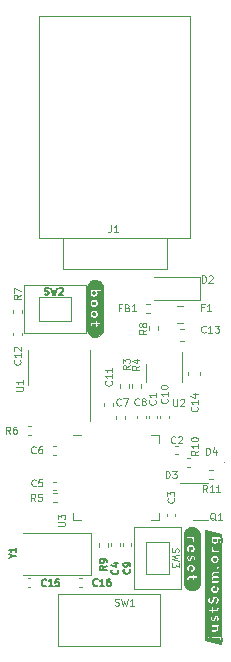
<source format=gbr>
%TF.GenerationSoftware,KiCad,Pcbnew,(6.0.2-0)*%
%TF.CreationDate,2022-03-31T23:17:21+02:00*%
%TF.ProjectId,BadPico,42616450-6963-46f2-9e6b-696361645f70,rev?*%
%TF.SameCoordinates,Original*%
%TF.FileFunction,Legend,Top*%
%TF.FilePolarity,Positive*%
%FSLAX46Y46*%
G04 Gerber Fmt 4.6, Leading zero omitted, Abs format (unit mm)*
G04 Created by KiCad (PCBNEW (6.0.2-0)) date 2022-03-31 23:17:21*
%MOMM*%
%LPD*%
G01*
G04 APERTURE LIST*
%ADD10C,0.100000*%
%ADD11C,0.150000*%
%ADD12C,0.120000*%
%ADD13C,0.020000*%
%ADD14C,0.010000*%
G04 APERTURE END LIST*
D10*
%TO.C,R10*%
X120366428Y-51850714D02*
X120080714Y-52050714D01*
X120366428Y-52193571D02*
X119766428Y-52193571D01*
X119766428Y-51965000D01*
X119795000Y-51907857D01*
X119823571Y-51879285D01*
X119880714Y-51850714D01*
X119966428Y-51850714D01*
X120023571Y-51879285D01*
X120052142Y-51907857D01*
X120080714Y-51965000D01*
X120080714Y-52193571D01*
X120366428Y-51279285D02*
X120366428Y-51622142D01*
X120366428Y-51450714D02*
X119766428Y-51450714D01*
X119852142Y-51507857D01*
X119909285Y-51565000D01*
X119937857Y-51622142D01*
X119766428Y-50907857D02*
X119766428Y-50850714D01*
X119795000Y-50793571D01*
X119823571Y-50765000D01*
X119880714Y-50736428D01*
X119995000Y-50707857D01*
X120137857Y-50707857D01*
X120252142Y-50736428D01*
X120309285Y-50765000D01*
X120337857Y-50793571D01*
X120366428Y-50850714D01*
X120366428Y-50907857D01*
X120337857Y-50965000D01*
X120309285Y-50993571D01*
X120252142Y-51022142D01*
X120137857Y-51050714D01*
X119995000Y-51050714D01*
X119880714Y-51022142D01*
X119823571Y-50993571D01*
X119795000Y-50965000D01*
X119766428Y-50907857D01*
%TO.C,C7*%
X113815000Y-47959285D02*
X113786428Y-47987857D01*
X113700714Y-48016428D01*
X113643571Y-48016428D01*
X113557857Y-47987857D01*
X113500714Y-47930714D01*
X113472142Y-47873571D01*
X113443571Y-47759285D01*
X113443571Y-47673571D01*
X113472142Y-47559285D01*
X113500714Y-47502142D01*
X113557857Y-47445000D01*
X113643571Y-47416428D01*
X113700714Y-47416428D01*
X113786428Y-47445000D01*
X113815000Y-47473571D01*
X114015000Y-47416428D02*
X114415000Y-47416428D01*
X114157857Y-48016428D01*
%TO.C,C6*%
X106600000Y-52014285D02*
X106571428Y-52042857D01*
X106485714Y-52071428D01*
X106428571Y-52071428D01*
X106342857Y-52042857D01*
X106285714Y-51985714D01*
X106257142Y-51928571D01*
X106228571Y-51814285D01*
X106228571Y-51728571D01*
X106257142Y-51614285D01*
X106285714Y-51557142D01*
X106342857Y-51500000D01*
X106428571Y-51471428D01*
X106485714Y-51471428D01*
X106571428Y-51500000D01*
X106600000Y-51528571D01*
X107114285Y-51471428D02*
X107000000Y-51471428D01*
X106942857Y-51500000D01*
X106914285Y-51528571D01*
X106857142Y-51614285D01*
X106828571Y-51728571D01*
X106828571Y-51957142D01*
X106857142Y-52014285D01*
X106885714Y-52042857D01*
X106942857Y-52071428D01*
X107057142Y-52071428D01*
X107114285Y-52042857D01*
X107142857Y-52014285D01*
X107171428Y-51957142D01*
X107171428Y-51814285D01*
X107142857Y-51757142D01*
X107114285Y-51728571D01*
X107057142Y-51700000D01*
X106942857Y-51700000D01*
X106885714Y-51728571D01*
X106857142Y-51757142D01*
X106828571Y-51814285D01*
D11*
%TO.C,R9*%
X112631428Y-61590000D02*
X112345714Y-61790000D01*
X112631428Y-61932857D02*
X112031428Y-61932857D01*
X112031428Y-61704285D01*
X112060000Y-61647142D01*
X112088571Y-61618571D01*
X112145714Y-61590000D01*
X112231428Y-61590000D01*
X112288571Y-61618571D01*
X112317142Y-61647142D01*
X112345714Y-61704285D01*
X112345714Y-61932857D01*
X112631428Y-61304285D02*
X112631428Y-61190000D01*
X112602857Y-61132857D01*
X112574285Y-61104285D01*
X112488571Y-61047142D01*
X112374285Y-61018571D01*
X112145714Y-61018571D01*
X112088571Y-61047142D01*
X112060000Y-61075714D01*
X112031428Y-61132857D01*
X112031428Y-61247142D01*
X112060000Y-61304285D01*
X112088571Y-61332857D01*
X112145714Y-61361428D01*
X112288571Y-61361428D01*
X112345714Y-61332857D01*
X112374285Y-61304285D01*
X112402857Y-61247142D01*
X112402857Y-61132857D01*
X112374285Y-61075714D01*
X112345714Y-61047142D01*
X112288571Y-61018571D01*
D10*
%TO.C,SW1*%
X113330000Y-64937857D02*
X113415714Y-64966428D01*
X113558571Y-64966428D01*
X113615714Y-64937857D01*
X113644285Y-64909285D01*
X113672857Y-64852142D01*
X113672857Y-64795000D01*
X113644285Y-64737857D01*
X113615714Y-64709285D01*
X113558571Y-64680714D01*
X113444285Y-64652142D01*
X113387142Y-64623571D01*
X113358571Y-64595000D01*
X113330000Y-64537857D01*
X113330000Y-64480714D01*
X113358571Y-64423571D01*
X113387142Y-64395000D01*
X113444285Y-64366428D01*
X113587142Y-64366428D01*
X113672857Y-64395000D01*
X113872857Y-64366428D02*
X114015714Y-64966428D01*
X114130000Y-64537857D01*
X114244285Y-64966428D01*
X114387142Y-64366428D01*
X114930000Y-64966428D02*
X114587142Y-64966428D01*
X114758571Y-64966428D02*
X114758571Y-64366428D01*
X114701428Y-64452142D01*
X114644285Y-64509285D01*
X114587142Y-64537857D01*
%TO.C,D3*%
X117627142Y-54161428D02*
X117627142Y-53561428D01*
X117770000Y-53561428D01*
X117855714Y-53590000D01*
X117912857Y-53647142D01*
X117941428Y-53704285D01*
X117970000Y-53818571D01*
X117970000Y-53904285D01*
X117941428Y-54018571D01*
X117912857Y-54075714D01*
X117855714Y-54132857D01*
X117770000Y-54161428D01*
X117627142Y-54161428D01*
X118170000Y-53561428D02*
X118541428Y-53561428D01*
X118341428Y-53790000D01*
X118427142Y-53790000D01*
X118484285Y-53818571D01*
X118512857Y-53847142D01*
X118541428Y-53904285D01*
X118541428Y-54047142D01*
X118512857Y-54104285D01*
X118484285Y-54132857D01*
X118427142Y-54161428D01*
X118255714Y-54161428D01*
X118198571Y-54132857D01*
X118170000Y-54104285D01*
%TO.C,R4*%
X115376428Y-44645000D02*
X115090714Y-44845000D01*
X115376428Y-44987857D02*
X114776428Y-44987857D01*
X114776428Y-44759285D01*
X114805000Y-44702142D01*
X114833571Y-44673571D01*
X114890714Y-44645000D01*
X114976428Y-44645000D01*
X115033571Y-44673571D01*
X115062142Y-44702142D01*
X115090714Y-44759285D01*
X115090714Y-44987857D01*
X114976428Y-44130714D02*
X115376428Y-44130714D01*
X114747857Y-44273571D02*
X115176428Y-44416428D01*
X115176428Y-44045000D01*
%TO.C,SW3*%
X118147142Y-60100000D02*
X118118571Y-60185714D01*
X118118571Y-60328571D01*
X118147142Y-60385714D01*
X118175714Y-60414285D01*
X118232857Y-60442857D01*
X118290000Y-60442857D01*
X118347142Y-60414285D01*
X118375714Y-60385714D01*
X118404285Y-60328571D01*
X118432857Y-60214285D01*
X118461428Y-60157142D01*
X118490000Y-60128571D01*
X118547142Y-60100000D01*
X118604285Y-60100000D01*
X118661428Y-60128571D01*
X118690000Y-60157142D01*
X118718571Y-60214285D01*
X118718571Y-60357142D01*
X118690000Y-60442857D01*
X118718571Y-60642857D02*
X118118571Y-60785714D01*
X118547142Y-60900000D01*
X118118571Y-61014285D01*
X118718571Y-61157142D01*
X118718571Y-61328571D02*
X118718571Y-61700000D01*
X118490000Y-61500000D01*
X118490000Y-61585714D01*
X118461428Y-61642857D01*
X118432857Y-61671428D01*
X118375714Y-61700000D01*
X118232857Y-61700000D01*
X118175714Y-61671428D01*
X118147142Y-61642857D01*
X118118571Y-61585714D01*
X118118571Y-61414285D01*
X118147142Y-61357142D01*
X118175714Y-61328571D01*
%TO.C,C13*%
X120994285Y-41794285D02*
X120965714Y-41822857D01*
X120880000Y-41851428D01*
X120822857Y-41851428D01*
X120737142Y-41822857D01*
X120680000Y-41765714D01*
X120651428Y-41708571D01*
X120622857Y-41594285D01*
X120622857Y-41508571D01*
X120651428Y-41394285D01*
X120680000Y-41337142D01*
X120737142Y-41280000D01*
X120822857Y-41251428D01*
X120880000Y-41251428D01*
X120965714Y-41280000D01*
X120994285Y-41308571D01*
X121565714Y-41851428D02*
X121222857Y-41851428D01*
X121394285Y-41851428D02*
X121394285Y-41251428D01*
X121337142Y-41337142D01*
X121280000Y-41394285D01*
X121222857Y-41422857D01*
X121765714Y-41251428D02*
X122137142Y-41251428D01*
X121937142Y-41480000D01*
X122022857Y-41480000D01*
X122080000Y-41508571D01*
X122108571Y-41537142D01*
X122137142Y-41594285D01*
X122137142Y-41737142D01*
X122108571Y-41794285D01*
X122080000Y-41822857D01*
X122022857Y-41851428D01*
X121851428Y-41851428D01*
X121794285Y-41822857D01*
X121765714Y-41794285D01*
%TO.C,D2*%
X120692142Y-37606428D02*
X120692142Y-37006428D01*
X120835000Y-37006428D01*
X120920714Y-37035000D01*
X120977857Y-37092142D01*
X121006428Y-37149285D01*
X121035000Y-37263571D01*
X121035000Y-37349285D01*
X121006428Y-37463571D01*
X120977857Y-37520714D01*
X120920714Y-37577857D01*
X120835000Y-37606428D01*
X120692142Y-37606428D01*
X121263571Y-37063571D02*
X121292142Y-37035000D01*
X121349285Y-37006428D01*
X121492142Y-37006428D01*
X121549285Y-37035000D01*
X121577857Y-37063571D01*
X121606428Y-37120714D01*
X121606428Y-37177857D01*
X121577857Y-37263571D01*
X121235000Y-37606428D01*
X121606428Y-37606428D01*
%TO.C,D4*%
X121022142Y-52171428D02*
X121022142Y-51571428D01*
X121165000Y-51571428D01*
X121250714Y-51600000D01*
X121307857Y-51657142D01*
X121336428Y-51714285D01*
X121365000Y-51828571D01*
X121365000Y-51914285D01*
X121336428Y-52028571D01*
X121307857Y-52085714D01*
X121250714Y-52142857D01*
X121165000Y-52171428D01*
X121022142Y-52171428D01*
X121879285Y-51771428D02*
X121879285Y-52171428D01*
X121736428Y-51542857D02*
X121593571Y-51971428D01*
X121965000Y-51971428D01*
%TO.C,U3*%
X108506428Y-58212142D02*
X108992142Y-58212142D01*
X109049285Y-58183571D01*
X109077857Y-58155000D01*
X109106428Y-58097857D01*
X109106428Y-57983571D01*
X109077857Y-57926428D01*
X109049285Y-57897857D01*
X108992142Y-57869285D01*
X108506428Y-57869285D01*
X108506428Y-57640714D02*
X108506428Y-57269285D01*
X108735000Y-57469285D01*
X108735000Y-57383571D01*
X108763571Y-57326428D01*
X108792142Y-57297857D01*
X108849285Y-57269285D01*
X108992142Y-57269285D01*
X109049285Y-57297857D01*
X109077857Y-57326428D01*
X109106428Y-57383571D01*
X109106428Y-57555000D01*
X109077857Y-57612142D01*
X109049285Y-57640714D01*
D11*
%TO.C,C4*%
X113564285Y-61905000D02*
X113592857Y-61933571D01*
X113621428Y-62019285D01*
X113621428Y-62076428D01*
X113592857Y-62162142D01*
X113535714Y-62219285D01*
X113478571Y-62247857D01*
X113364285Y-62276428D01*
X113278571Y-62276428D01*
X113164285Y-62247857D01*
X113107142Y-62219285D01*
X113050000Y-62162142D01*
X113021428Y-62076428D01*
X113021428Y-62019285D01*
X113050000Y-61933571D01*
X113078571Y-61905000D01*
X113221428Y-61390714D02*
X113621428Y-61390714D01*
X112992857Y-61533571D02*
X113421428Y-61676428D01*
X113421428Y-61305000D01*
D10*
%TO.C,J1*%
X112980000Y-32716428D02*
X112980000Y-33145000D01*
X112951428Y-33230714D01*
X112894285Y-33287857D01*
X112808571Y-33316428D01*
X112751428Y-33316428D01*
X113580000Y-33316428D02*
X113237142Y-33316428D01*
X113408571Y-33316428D02*
X113408571Y-32716428D01*
X113351428Y-32802142D01*
X113294285Y-32859285D01*
X113237142Y-32887857D01*
%TO.C,C2*%
X118450000Y-51159285D02*
X118421428Y-51187857D01*
X118335714Y-51216428D01*
X118278571Y-51216428D01*
X118192857Y-51187857D01*
X118135714Y-51130714D01*
X118107142Y-51073571D01*
X118078571Y-50959285D01*
X118078571Y-50873571D01*
X118107142Y-50759285D01*
X118135714Y-50702142D01*
X118192857Y-50645000D01*
X118278571Y-50616428D01*
X118335714Y-50616428D01*
X118421428Y-50645000D01*
X118450000Y-50673571D01*
X118678571Y-50673571D02*
X118707142Y-50645000D01*
X118764285Y-50616428D01*
X118907142Y-50616428D01*
X118964285Y-50645000D01*
X118992857Y-50673571D01*
X119021428Y-50730714D01*
X119021428Y-50787857D01*
X118992857Y-50873571D01*
X118650000Y-51216428D01*
X119021428Y-51216428D01*
%TO.C,U1*%
X104971428Y-46762142D02*
X105457142Y-46762142D01*
X105514285Y-46733571D01*
X105542857Y-46705000D01*
X105571428Y-46647857D01*
X105571428Y-46533571D01*
X105542857Y-46476428D01*
X105514285Y-46447857D01*
X105457142Y-46419285D01*
X104971428Y-46419285D01*
X105571428Y-45819285D02*
X105571428Y-46162142D01*
X105571428Y-45990714D02*
X104971428Y-45990714D01*
X105057142Y-46047857D01*
X105114285Y-46105000D01*
X105142857Y-46162142D01*
%TO.C,R8*%
X115971428Y-41590000D02*
X115685714Y-41790000D01*
X115971428Y-41932857D02*
X115371428Y-41932857D01*
X115371428Y-41704285D01*
X115400000Y-41647142D01*
X115428571Y-41618571D01*
X115485714Y-41590000D01*
X115571428Y-41590000D01*
X115628571Y-41618571D01*
X115657142Y-41647142D01*
X115685714Y-41704285D01*
X115685714Y-41932857D01*
X115628571Y-41247142D02*
X115600000Y-41304285D01*
X115571428Y-41332857D01*
X115514285Y-41361428D01*
X115485714Y-41361428D01*
X115428571Y-41332857D01*
X115400000Y-41304285D01*
X115371428Y-41247142D01*
X115371428Y-41132857D01*
X115400000Y-41075714D01*
X115428571Y-41047142D01*
X115485714Y-41018571D01*
X115514285Y-41018571D01*
X115571428Y-41047142D01*
X115600000Y-41075714D01*
X115628571Y-41132857D01*
X115628571Y-41247142D01*
X115657142Y-41304285D01*
X115685714Y-41332857D01*
X115742857Y-41361428D01*
X115857142Y-41361428D01*
X115914285Y-41332857D01*
X115942857Y-41304285D01*
X115971428Y-41247142D01*
X115971428Y-41132857D01*
X115942857Y-41075714D01*
X115914285Y-41047142D01*
X115857142Y-41018571D01*
X115742857Y-41018571D01*
X115685714Y-41047142D01*
X115657142Y-41075714D01*
X115628571Y-41132857D01*
%TO.C,C10*%
X117739285Y-47430714D02*
X117767857Y-47459285D01*
X117796428Y-47545000D01*
X117796428Y-47602142D01*
X117767857Y-47687857D01*
X117710714Y-47745000D01*
X117653571Y-47773571D01*
X117539285Y-47802142D01*
X117453571Y-47802142D01*
X117339285Y-47773571D01*
X117282142Y-47745000D01*
X117225000Y-47687857D01*
X117196428Y-47602142D01*
X117196428Y-47545000D01*
X117225000Y-47459285D01*
X117253571Y-47430714D01*
X117796428Y-46859285D02*
X117796428Y-47202142D01*
X117796428Y-47030714D02*
X117196428Y-47030714D01*
X117282142Y-47087857D01*
X117339285Y-47145000D01*
X117367857Y-47202142D01*
X117196428Y-46487857D02*
X117196428Y-46430714D01*
X117225000Y-46373571D01*
X117253571Y-46345000D01*
X117310714Y-46316428D01*
X117425000Y-46287857D01*
X117567857Y-46287857D01*
X117682142Y-46316428D01*
X117739285Y-46345000D01*
X117767857Y-46373571D01*
X117796428Y-46430714D01*
X117796428Y-46487857D01*
X117767857Y-46545000D01*
X117739285Y-46573571D01*
X117682142Y-46602142D01*
X117567857Y-46630714D01*
X117425000Y-46630714D01*
X117310714Y-46602142D01*
X117253571Y-46573571D01*
X117225000Y-46545000D01*
X117196428Y-46487857D01*
%TO.C,C1*%
X116729285Y-47565000D02*
X116757857Y-47593571D01*
X116786428Y-47679285D01*
X116786428Y-47736428D01*
X116757857Y-47822142D01*
X116700714Y-47879285D01*
X116643571Y-47907857D01*
X116529285Y-47936428D01*
X116443571Y-47936428D01*
X116329285Y-47907857D01*
X116272142Y-47879285D01*
X116215000Y-47822142D01*
X116186428Y-47736428D01*
X116186428Y-47679285D01*
X116215000Y-47593571D01*
X116243571Y-47565000D01*
X116786428Y-46993571D02*
X116786428Y-47336428D01*
X116786428Y-47165000D02*
X116186428Y-47165000D01*
X116272142Y-47222142D01*
X116329285Y-47279285D01*
X116357857Y-47336428D01*
D11*
%TO.C,*%
D10*
%TO.C,U2*%
X118267857Y-47476428D02*
X118267857Y-47962142D01*
X118296428Y-48019285D01*
X118325000Y-48047857D01*
X118382142Y-48076428D01*
X118496428Y-48076428D01*
X118553571Y-48047857D01*
X118582142Y-48019285D01*
X118610714Y-47962142D01*
X118610714Y-47476428D01*
X118867857Y-47533571D02*
X118896428Y-47505000D01*
X118953571Y-47476428D01*
X119096428Y-47476428D01*
X119153571Y-47505000D01*
X119182142Y-47533571D01*
X119210714Y-47590714D01*
X119210714Y-47647857D01*
X119182142Y-47733571D01*
X118839285Y-48076428D01*
X119210714Y-48076428D01*
D11*
%TO.C,C9*%
X114564285Y-61895000D02*
X114592857Y-61923571D01*
X114621428Y-62009285D01*
X114621428Y-62066428D01*
X114592857Y-62152142D01*
X114535714Y-62209285D01*
X114478571Y-62237857D01*
X114364285Y-62266428D01*
X114278571Y-62266428D01*
X114164285Y-62237857D01*
X114107142Y-62209285D01*
X114050000Y-62152142D01*
X114021428Y-62066428D01*
X114021428Y-62009285D01*
X114050000Y-61923571D01*
X114078571Y-61895000D01*
X114621428Y-61609285D02*
X114621428Y-61495000D01*
X114592857Y-61437857D01*
X114564285Y-61409285D01*
X114478571Y-61352142D01*
X114364285Y-61323571D01*
X114135714Y-61323571D01*
X114078571Y-61352142D01*
X114050000Y-61380714D01*
X114021428Y-61437857D01*
X114021428Y-61552142D01*
X114050000Y-61609285D01*
X114078571Y-61637857D01*
X114135714Y-61666428D01*
X114278571Y-61666428D01*
X114335714Y-61637857D01*
X114364285Y-61609285D01*
X114392857Y-61552142D01*
X114392857Y-61437857D01*
X114364285Y-61380714D01*
X114335714Y-61352142D01*
X114278571Y-61323571D01*
D10*
%TO.C,R11*%
X121114285Y-55346428D02*
X120914285Y-55060714D01*
X120771428Y-55346428D02*
X120771428Y-54746428D01*
X121000000Y-54746428D01*
X121057142Y-54775000D01*
X121085714Y-54803571D01*
X121114285Y-54860714D01*
X121114285Y-54946428D01*
X121085714Y-55003571D01*
X121057142Y-55032142D01*
X121000000Y-55060714D01*
X120771428Y-55060714D01*
X121685714Y-55346428D02*
X121342857Y-55346428D01*
X121514285Y-55346428D02*
X121514285Y-54746428D01*
X121457142Y-54832142D01*
X121400000Y-54889285D01*
X121342857Y-54917857D01*
X122257142Y-55346428D02*
X121914285Y-55346428D01*
X122085714Y-55346428D02*
X122085714Y-54746428D01*
X122028571Y-54832142D01*
X121971428Y-54889285D01*
X121914285Y-54917857D01*
%TO.C,C14*%
X120279285Y-48140714D02*
X120307857Y-48169285D01*
X120336428Y-48255000D01*
X120336428Y-48312142D01*
X120307857Y-48397857D01*
X120250714Y-48455000D01*
X120193571Y-48483571D01*
X120079285Y-48512142D01*
X119993571Y-48512142D01*
X119879285Y-48483571D01*
X119822142Y-48455000D01*
X119765000Y-48397857D01*
X119736428Y-48312142D01*
X119736428Y-48255000D01*
X119765000Y-48169285D01*
X119793571Y-48140714D01*
X120336428Y-47569285D02*
X120336428Y-47912142D01*
X120336428Y-47740714D02*
X119736428Y-47740714D01*
X119822142Y-47797857D01*
X119879285Y-47855000D01*
X119907857Y-47912142D01*
X119936428Y-47055000D02*
X120336428Y-47055000D01*
X119707857Y-47197857D02*
X120136428Y-47340714D01*
X120136428Y-46969285D01*
%TO.C,FB1*%
X113850000Y-39727142D02*
X113650000Y-39727142D01*
X113650000Y-40041428D02*
X113650000Y-39441428D01*
X113935714Y-39441428D01*
X114364285Y-39727142D02*
X114450000Y-39755714D01*
X114478571Y-39784285D01*
X114507142Y-39841428D01*
X114507142Y-39927142D01*
X114478571Y-39984285D01*
X114450000Y-40012857D01*
X114392857Y-40041428D01*
X114164285Y-40041428D01*
X114164285Y-39441428D01*
X114364285Y-39441428D01*
X114421428Y-39470000D01*
X114450000Y-39498571D01*
X114478571Y-39555714D01*
X114478571Y-39612857D01*
X114450000Y-39670000D01*
X114421428Y-39698571D01*
X114364285Y-39727142D01*
X114164285Y-39727142D01*
X115078571Y-40041428D02*
X114735714Y-40041428D01*
X114907142Y-40041428D02*
X114907142Y-39441428D01*
X114850000Y-39527142D01*
X114792857Y-39584285D01*
X114735714Y-39612857D01*
%TO.C,R6*%
X104450000Y-50396428D02*
X104250000Y-50110714D01*
X104107142Y-50396428D02*
X104107142Y-49796428D01*
X104335714Y-49796428D01*
X104392857Y-49825000D01*
X104421428Y-49853571D01*
X104450000Y-49910714D01*
X104450000Y-49996428D01*
X104421428Y-50053571D01*
X104392857Y-50082142D01*
X104335714Y-50110714D01*
X104107142Y-50110714D01*
X104964285Y-49796428D02*
X104850000Y-49796428D01*
X104792857Y-49825000D01*
X104764285Y-49853571D01*
X104707142Y-49939285D01*
X104678571Y-50053571D01*
X104678571Y-50282142D01*
X104707142Y-50339285D01*
X104735714Y-50367857D01*
X104792857Y-50396428D01*
X104907142Y-50396428D01*
X104964285Y-50367857D01*
X104992857Y-50339285D01*
X105021428Y-50282142D01*
X105021428Y-50139285D01*
X104992857Y-50082142D01*
X104964285Y-50053571D01*
X104907142Y-50025000D01*
X104792857Y-50025000D01*
X104735714Y-50053571D01*
X104707142Y-50082142D01*
X104678571Y-50139285D01*
%TO.C,C11*%
X113019285Y-45950714D02*
X113047857Y-45979285D01*
X113076428Y-46065000D01*
X113076428Y-46122142D01*
X113047857Y-46207857D01*
X112990714Y-46265000D01*
X112933571Y-46293571D01*
X112819285Y-46322142D01*
X112733571Y-46322142D01*
X112619285Y-46293571D01*
X112562142Y-46265000D01*
X112505000Y-46207857D01*
X112476428Y-46122142D01*
X112476428Y-46065000D01*
X112505000Y-45979285D01*
X112533571Y-45950714D01*
X113076428Y-45379285D02*
X113076428Y-45722142D01*
X113076428Y-45550714D02*
X112476428Y-45550714D01*
X112562142Y-45607857D01*
X112619285Y-45665000D01*
X112647857Y-45722142D01*
X113076428Y-44807857D02*
X113076428Y-45150714D01*
X113076428Y-44979285D02*
X112476428Y-44979285D01*
X112562142Y-45036428D01*
X112619285Y-45093571D01*
X112647857Y-45150714D01*
D11*
%TO.C,*%
D10*
%TO.C,F1*%
X120845000Y-39677142D02*
X120645000Y-39677142D01*
X120645000Y-39991428D02*
X120645000Y-39391428D01*
X120930714Y-39391428D01*
X121473571Y-39991428D02*
X121130714Y-39991428D01*
X121302142Y-39991428D02*
X121302142Y-39391428D01*
X121245000Y-39477142D01*
X121187857Y-39534285D01*
X121130714Y-39562857D01*
%TO.C,C12*%
X105284285Y-44175714D02*
X105312857Y-44204285D01*
X105341428Y-44290000D01*
X105341428Y-44347142D01*
X105312857Y-44432857D01*
X105255714Y-44490000D01*
X105198571Y-44518571D01*
X105084285Y-44547142D01*
X104998571Y-44547142D01*
X104884285Y-44518571D01*
X104827142Y-44490000D01*
X104770000Y-44432857D01*
X104741428Y-44347142D01*
X104741428Y-44290000D01*
X104770000Y-44204285D01*
X104798571Y-44175714D01*
X105341428Y-43604285D02*
X105341428Y-43947142D01*
X105341428Y-43775714D02*
X104741428Y-43775714D01*
X104827142Y-43832857D01*
X104884285Y-43890000D01*
X104912857Y-43947142D01*
X104798571Y-43375714D02*
X104770000Y-43347142D01*
X104741428Y-43290000D01*
X104741428Y-43147142D01*
X104770000Y-43090000D01*
X104798571Y-43061428D01*
X104855714Y-43032857D01*
X104912857Y-43032857D01*
X104998571Y-43061428D01*
X105341428Y-43404285D01*
X105341428Y-43032857D01*
%TO.C,R3*%
X114571428Y-44610000D02*
X114285714Y-44810000D01*
X114571428Y-44952857D02*
X113971428Y-44952857D01*
X113971428Y-44724285D01*
X114000000Y-44667142D01*
X114028571Y-44638571D01*
X114085714Y-44610000D01*
X114171428Y-44610000D01*
X114228571Y-44638571D01*
X114257142Y-44667142D01*
X114285714Y-44724285D01*
X114285714Y-44952857D01*
X113971428Y-44410000D02*
X113971428Y-44038571D01*
X114200000Y-44238571D01*
X114200000Y-44152857D01*
X114228571Y-44095714D01*
X114257142Y-44067142D01*
X114314285Y-44038571D01*
X114457142Y-44038571D01*
X114514285Y-44067142D01*
X114542857Y-44095714D01*
X114571428Y-44152857D01*
X114571428Y-44324285D01*
X114542857Y-44381428D01*
X114514285Y-44410000D01*
%TO.C,C5*%
X106610000Y-54804285D02*
X106581428Y-54832857D01*
X106495714Y-54861428D01*
X106438571Y-54861428D01*
X106352857Y-54832857D01*
X106295714Y-54775714D01*
X106267142Y-54718571D01*
X106238571Y-54604285D01*
X106238571Y-54518571D01*
X106267142Y-54404285D01*
X106295714Y-54347142D01*
X106352857Y-54290000D01*
X106438571Y-54261428D01*
X106495714Y-54261428D01*
X106581428Y-54290000D01*
X106610000Y-54318571D01*
X107152857Y-54261428D02*
X106867142Y-54261428D01*
X106838571Y-54547142D01*
X106867142Y-54518571D01*
X106924285Y-54490000D01*
X107067142Y-54490000D01*
X107124285Y-54518571D01*
X107152857Y-54547142D01*
X107181428Y-54604285D01*
X107181428Y-54747142D01*
X107152857Y-54804285D01*
X107124285Y-54832857D01*
X107067142Y-54861428D01*
X106924285Y-54861428D01*
X106867142Y-54832857D01*
X106838571Y-54804285D01*
D11*
%TO.C,SW2*%
X107360000Y-38607857D02*
X107445714Y-38636428D01*
X107588571Y-38636428D01*
X107645714Y-38607857D01*
X107674285Y-38579285D01*
X107702857Y-38522142D01*
X107702857Y-38465000D01*
X107674285Y-38407857D01*
X107645714Y-38379285D01*
X107588571Y-38350714D01*
X107474285Y-38322142D01*
X107417142Y-38293571D01*
X107388571Y-38265000D01*
X107360000Y-38207857D01*
X107360000Y-38150714D01*
X107388571Y-38093571D01*
X107417142Y-38065000D01*
X107474285Y-38036428D01*
X107617142Y-38036428D01*
X107702857Y-38065000D01*
X107902857Y-38036428D02*
X108045714Y-38636428D01*
X108160000Y-38207857D01*
X108274285Y-38636428D01*
X108417142Y-38036428D01*
X108617142Y-38093571D02*
X108645714Y-38065000D01*
X108702857Y-38036428D01*
X108845714Y-38036428D01*
X108902857Y-38065000D01*
X108931428Y-38093571D01*
X108960000Y-38150714D01*
X108960000Y-38207857D01*
X108931428Y-38293571D01*
X108588571Y-38636428D01*
X108960000Y-38636428D01*
D10*
%TO.C,R5*%
X106580000Y-56101428D02*
X106380000Y-55815714D01*
X106237142Y-56101428D02*
X106237142Y-55501428D01*
X106465714Y-55501428D01*
X106522857Y-55530000D01*
X106551428Y-55558571D01*
X106580000Y-55615714D01*
X106580000Y-55701428D01*
X106551428Y-55758571D01*
X106522857Y-55787142D01*
X106465714Y-55815714D01*
X106237142Y-55815714D01*
X107122857Y-55501428D02*
X106837142Y-55501428D01*
X106808571Y-55787142D01*
X106837142Y-55758571D01*
X106894285Y-55730000D01*
X107037142Y-55730000D01*
X107094285Y-55758571D01*
X107122857Y-55787142D01*
X107151428Y-55844285D01*
X107151428Y-55987142D01*
X107122857Y-56044285D01*
X107094285Y-56072857D01*
X107037142Y-56101428D01*
X106894285Y-56101428D01*
X106837142Y-56072857D01*
X106808571Y-56044285D01*
D11*
%TO.C,C16*%
X111849285Y-63229285D02*
X111820714Y-63257857D01*
X111735000Y-63286428D01*
X111677857Y-63286428D01*
X111592142Y-63257857D01*
X111535000Y-63200714D01*
X111506428Y-63143571D01*
X111477857Y-63029285D01*
X111477857Y-62943571D01*
X111506428Y-62829285D01*
X111535000Y-62772142D01*
X111592142Y-62715000D01*
X111677857Y-62686428D01*
X111735000Y-62686428D01*
X111820714Y-62715000D01*
X111849285Y-62743571D01*
X112420714Y-63286428D02*
X112077857Y-63286428D01*
X112249285Y-63286428D02*
X112249285Y-62686428D01*
X112192142Y-62772142D01*
X112135000Y-62829285D01*
X112077857Y-62857857D01*
X112935000Y-62686428D02*
X112820714Y-62686428D01*
X112763571Y-62715000D01*
X112735000Y-62743571D01*
X112677857Y-62829285D01*
X112649285Y-62943571D01*
X112649285Y-63172142D01*
X112677857Y-63229285D01*
X112706428Y-63257857D01*
X112763571Y-63286428D01*
X112877857Y-63286428D01*
X112935000Y-63257857D01*
X112963571Y-63229285D01*
X112992142Y-63172142D01*
X112992142Y-63029285D01*
X112963571Y-62972142D01*
X112935000Y-62943571D01*
X112877857Y-62915000D01*
X112763571Y-62915000D01*
X112706428Y-62943571D01*
X112677857Y-62972142D01*
X112649285Y-63029285D01*
%TO.C,Y1*%
X104665714Y-60765714D02*
X104951428Y-60765714D01*
X104351428Y-60965714D02*
X104665714Y-60765714D01*
X104351428Y-60565714D01*
X104951428Y-60051428D02*
X104951428Y-60394285D01*
X104951428Y-60222857D02*
X104351428Y-60222857D01*
X104437142Y-60280000D01*
X104494285Y-60337142D01*
X104522857Y-60394285D01*
D10*
%TO.C,R7*%
X105341428Y-38665000D02*
X105055714Y-38865000D01*
X105341428Y-39007857D02*
X104741428Y-39007857D01*
X104741428Y-38779285D01*
X104770000Y-38722142D01*
X104798571Y-38693571D01*
X104855714Y-38665000D01*
X104941428Y-38665000D01*
X104998571Y-38693571D01*
X105027142Y-38722142D01*
X105055714Y-38779285D01*
X105055714Y-39007857D01*
X104741428Y-38465000D02*
X104741428Y-38065000D01*
X105341428Y-38322142D01*
D11*
%TO.C,C15*%
X107479285Y-63264285D02*
X107450714Y-63292857D01*
X107365000Y-63321428D01*
X107307857Y-63321428D01*
X107222142Y-63292857D01*
X107165000Y-63235714D01*
X107136428Y-63178571D01*
X107107857Y-63064285D01*
X107107857Y-62978571D01*
X107136428Y-62864285D01*
X107165000Y-62807142D01*
X107222142Y-62750000D01*
X107307857Y-62721428D01*
X107365000Y-62721428D01*
X107450714Y-62750000D01*
X107479285Y-62778571D01*
X108050714Y-63321428D02*
X107707857Y-63321428D01*
X107879285Y-63321428D02*
X107879285Y-62721428D01*
X107822142Y-62807142D01*
X107765000Y-62864285D01*
X107707857Y-62892857D01*
X108593571Y-62721428D02*
X108307857Y-62721428D01*
X108279285Y-63007142D01*
X108307857Y-62978571D01*
X108365000Y-62950000D01*
X108507857Y-62950000D01*
X108565000Y-62978571D01*
X108593571Y-63007142D01*
X108622142Y-63064285D01*
X108622142Y-63207142D01*
X108593571Y-63264285D01*
X108565000Y-63292857D01*
X108507857Y-63321428D01*
X108365000Y-63321428D01*
X108307857Y-63292857D01*
X108279285Y-63264285D01*
%TO.C,*%
D10*
%TO.C,C8*%
X115350000Y-47944285D02*
X115321428Y-47972857D01*
X115235714Y-48001428D01*
X115178571Y-48001428D01*
X115092857Y-47972857D01*
X115035714Y-47915714D01*
X115007142Y-47858571D01*
X114978571Y-47744285D01*
X114978571Y-47658571D01*
X115007142Y-47544285D01*
X115035714Y-47487142D01*
X115092857Y-47430000D01*
X115178571Y-47401428D01*
X115235714Y-47401428D01*
X115321428Y-47430000D01*
X115350000Y-47458571D01*
X115692857Y-47658571D02*
X115635714Y-47630000D01*
X115607142Y-47601428D01*
X115578571Y-47544285D01*
X115578571Y-47515714D01*
X115607142Y-47458571D01*
X115635714Y-47430000D01*
X115692857Y-47401428D01*
X115807142Y-47401428D01*
X115864285Y-47430000D01*
X115892857Y-47458571D01*
X115921428Y-47515714D01*
X115921428Y-47544285D01*
X115892857Y-47601428D01*
X115864285Y-47630000D01*
X115807142Y-47658571D01*
X115692857Y-47658571D01*
X115635714Y-47687142D01*
X115607142Y-47715714D01*
X115578571Y-47772857D01*
X115578571Y-47887142D01*
X115607142Y-47944285D01*
X115635714Y-47972857D01*
X115692857Y-48001428D01*
X115807142Y-48001428D01*
X115864285Y-47972857D01*
X115892857Y-47944285D01*
X115921428Y-47887142D01*
X115921428Y-47772857D01*
X115892857Y-47715714D01*
X115864285Y-47687142D01*
X115807142Y-47658571D01*
%TO.C,C3*%
X118289285Y-55875000D02*
X118317857Y-55903571D01*
X118346428Y-55989285D01*
X118346428Y-56046428D01*
X118317857Y-56132142D01*
X118260714Y-56189285D01*
X118203571Y-56217857D01*
X118089285Y-56246428D01*
X118003571Y-56246428D01*
X117889285Y-56217857D01*
X117832142Y-56189285D01*
X117775000Y-56132142D01*
X117746428Y-56046428D01*
X117746428Y-55989285D01*
X117775000Y-55903571D01*
X117803571Y-55875000D01*
X117746428Y-55675000D02*
X117746428Y-55303571D01*
X117975000Y-55503571D01*
X117975000Y-55417857D01*
X118003571Y-55360714D01*
X118032142Y-55332142D01*
X118089285Y-55303571D01*
X118232142Y-55303571D01*
X118289285Y-55332142D01*
X118317857Y-55360714D01*
X118346428Y-55417857D01*
X118346428Y-55589285D01*
X118317857Y-55646428D01*
X118289285Y-55675000D01*
%TO.C,Q1*%
X121837857Y-57733571D02*
X121780714Y-57705000D01*
X121723571Y-57647857D01*
X121637857Y-57562142D01*
X121580714Y-57533571D01*
X121523571Y-57533571D01*
X121552142Y-57676428D02*
X121495000Y-57647857D01*
X121437857Y-57590714D01*
X121409285Y-57476428D01*
X121409285Y-57276428D01*
X121437857Y-57162142D01*
X121495000Y-57105000D01*
X121552142Y-57076428D01*
X121666428Y-57076428D01*
X121723571Y-57105000D01*
X121780714Y-57162142D01*
X121809285Y-57276428D01*
X121809285Y-57476428D01*
X121780714Y-57590714D01*
X121723571Y-57647857D01*
X121666428Y-57676428D01*
X121552142Y-57676428D01*
X122380714Y-57676428D02*
X122037857Y-57676428D01*
X122209285Y-57676428D02*
X122209285Y-57076428D01*
X122152142Y-57162142D01*
X122095000Y-57219285D01*
X122037857Y-57247857D01*
D12*
%TO.C,R10*%
X119391359Y-52430000D02*
X119698641Y-52430000D01*
X119391359Y-53190000D02*
X119698641Y-53190000D01*
%TO.C,C7*%
X114165000Y-49132836D02*
X114165000Y-48917164D01*
X113445000Y-49132836D02*
X113445000Y-48917164D01*
%TO.C,C6*%
X108307836Y-52175000D02*
X108092164Y-52175000D01*
X108307836Y-51455000D02*
X108092164Y-51455000D01*
%TO.C,R9*%
X112745000Y-59953641D02*
X112745000Y-59646359D01*
X111985000Y-59953641D02*
X111985000Y-59646359D01*
%TO.C,SW1*%
X108475000Y-63935000D02*
X117175000Y-63935000D01*
X117175000Y-63935000D02*
X117175000Y-68335000D01*
X117175000Y-68335000D02*
X108475000Y-68335000D01*
X108475000Y-68335000D02*
X108475000Y-63935000D01*
D10*
%TO.C,D3*%
X118515000Y-53855000D02*
G75*
G03*
X118515000Y-53855000I-50000J0D01*
G01*
D12*
%TO.C,R4*%
X115540000Y-46538641D02*
X115540000Y-46231359D01*
X114780000Y-46538641D02*
X114780000Y-46231359D01*
D13*
%TO.C,SW3*%
X117935000Y-59580000D02*
X115935000Y-59580000D01*
X115935000Y-59580000D02*
X115935000Y-62280000D01*
X115935000Y-62280000D02*
X117935000Y-62280000D01*
X117935000Y-62280000D02*
X117935000Y-59580000D01*
D10*
X118935000Y-58330000D02*
X114935000Y-58330000D01*
X114935000Y-58330000D02*
X114935000Y-63530000D01*
X114935000Y-63530000D02*
X118935000Y-63530000D01*
X118935000Y-63530000D02*
X118935000Y-58330000D01*
D12*
%TO.C,C13*%
X118869420Y-42570000D02*
X119150580Y-42570000D01*
X118869420Y-41550000D02*
X119150580Y-41550000D01*
%TO.C,D2*%
X120500000Y-39115000D02*
X120500000Y-37115000D01*
X120500000Y-39115000D02*
X116650000Y-39115000D01*
X120500000Y-37115000D02*
X116650000Y-37115000D01*
D10*
%TO.C,D4*%
X122610000Y-52805000D02*
G75*
G03*
X122610000Y-52805000I-50000J0D01*
G01*
D12*
%TO.C,U3*%
X116380000Y-57725000D02*
X117030000Y-57725000D01*
X117030000Y-57725000D02*
X117030000Y-57075000D01*
X110460000Y-50505000D02*
X109810000Y-50505000D01*
X109810000Y-57725000D02*
X109810000Y-57075000D01*
X116380000Y-50505000D02*
X117030000Y-50505000D01*
X110460000Y-57725000D02*
X109810000Y-57725000D01*
X117030000Y-50505000D02*
X117030000Y-51155000D01*
%TO.C,C4*%
X113710000Y-59677164D02*
X113710000Y-59892836D01*
X112990000Y-59677164D02*
X112990000Y-59892836D01*
%TO.C,J1*%
X117690000Y-33835000D02*
X108940000Y-33835000D01*
X108940000Y-33835000D02*
X108940000Y-36485000D01*
X108940000Y-36485000D02*
X117690000Y-36485000D01*
X117690000Y-36485000D02*
X117690000Y-33835000D01*
X119720000Y-33835000D02*
X106920000Y-33835000D01*
X106920000Y-33835000D02*
X106920000Y-15035000D01*
X106920000Y-15035000D02*
X119720000Y-15035000D01*
X119720000Y-15035000D02*
X119720000Y-33835000D01*
%TO.C,C2*%
X118447164Y-51420000D02*
X118662836Y-51420000D01*
X118447164Y-52140000D02*
X118662836Y-52140000D01*
%TO.C,U1*%
X105950000Y-46305000D02*
X105950000Y-43305000D01*
X111170000Y-49305000D02*
X111170000Y-43305000D01*
%TO.C,R8*%
X116268641Y-39435000D02*
X115961359Y-39435000D01*
X116268641Y-40195000D02*
X115961359Y-40195000D01*
%TO.C,C10*%
X117160000Y-49102836D02*
X117160000Y-48887164D01*
X117880000Y-49102836D02*
X117880000Y-48887164D01*
%TO.C,C1*%
X116905000Y-49102836D02*
X116905000Y-48887164D01*
X116185000Y-49102836D02*
X116185000Y-48887164D01*
D14*
%TO.C,*%
X120950000Y-67887500D02*
X122310000Y-68227500D01*
X122310000Y-68227500D02*
X122300000Y-67957500D01*
X122300000Y-67957500D02*
X122260000Y-67957500D01*
X122260000Y-67957500D02*
X122230000Y-67947500D01*
X122230000Y-67947500D02*
X122210000Y-67947500D01*
X122210000Y-67947500D02*
X122200000Y-67937500D01*
X122200000Y-67937500D02*
X122190000Y-67927500D01*
X122190000Y-67927500D02*
X122180000Y-67917500D01*
X122180000Y-67917500D02*
X122180000Y-67907500D01*
X122180000Y-67907500D02*
X122170000Y-67877500D01*
X122170000Y-67877500D02*
X122170000Y-67837500D01*
X122170000Y-67837500D02*
X122170000Y-67827500D01*
X122170000Y-67827500D02*
X122160000Y-67797500D01*
X122160000Y-67797500D02*
X122150000Y-67777500D01*
X122150000Y-67777500D02*
X122140000Y-67767500D01*
X122140000Y-67767500D02*
X122130000Y-67757500D01*
X122130000Y-67757500D02*
X122120000Y-67747500D01*
X122120000Y-67747500D02*
X122100000Y-67737500D01*
X122100000Y-67737500D02*
X122060000Y-67737500D01*
X122060000Y-67737500D02*
X121520000Y-67737500D01*
X121520000Y-67737500D02*
X121490000Y-67737500D01*
X121490000Y-67737500D02*
X121460000Y-67727500D01*
X121460000Y-67727500D02*
X121440000Y-67717500D01*
X121440000Y-67717500D02*
X121430000Y-67697500D01*
X121430000Y-67697500D02*
X121410000Y-67667500D01*
X121410000Y-67667500D02*
X121410000Y-67597500D01*
X121410000Y-67597500D02*
X121330000Y-67587500D01*
X121330000Y-67587500D02*
X121320000Y-67647500D01*
X121320000Y-67647500D02*
X121320000Y-67677500D01*
X121320000Y-67677500D02*
X121310000Y-67697500D01*
X121310000Y-67697500D02*
X121310000Y-67707500D01*
X121310000Y-67707500D02*
X121300000Y-67717500D01*
X121300000Y-67717500D02*
X121280000Y-67727500D01*
X121280000Y-67727500D02*
X121270000Y-67727500D01*
X121270000Y-67727500D02*
X121260000Y-67737500D01*
X121260000Y-67737500D02*
X121160000Y-67737500D01*
X121160000Y-67737500D02*
X121150000Y-67727500D01*
X121150000Y-67727500D02*
X121130000Y-67717500D01*
X121130000Y-67717500D02*
X121120000Y-67697500D01*
X121120000Y-67697500D02*
X121110000Y-67677500D01*
X121110000Y-67677500D02*
X121100000Y-67657500D01*
X121100000Y-67657500D02*
X121100000Y-67627500D01*
X121100000Y-67627500D02*
X121100000Y-67587500D01*
X121100000Y-67587500D02*
X121110000Y-67567500D01*
X121110000Y-67567500D02*
X121110000Y-67547500D01*
X121110000Y-67547500D02*
X121120000Y-67537500D01*
X121120000Y-67537500D02*
X121140000Y-67527500D01*
X121140000Y-67527500D02*
X121160000Y-67517500D01*
X121160000Y-67517500D02*
X121180000Y-67507500D01*
X121180000Y-67507500D02*
X121230000Y-67507500D01*
X121230000Y-67507500D02*
X121260000Y-67517500D01*
X121260000Y-67517500D02*
X121290000Y-67527500D01*
X121290000Y-67527500D02*
X121310000Y-67537500D01*
X121310000Y-67537500D02*
X121320000Y-67557500D01*
X121320000Y-67557500D02*
X121330000Y-67587500D01*
X121330000Y-67587500D02*
X121410000Y-67597500D01*
X121410000Y-67597500D02*
X121420000Y-67577500D01*
X121420000Y-67577500D02*
X121420000Y-67557500D01*
X121420000Y-67557500D02*
X121430000Y-67537500D01*
X121430000Y-67537500D02*
X121450000Y-67527500D01*
X121450000Y-67527500D02*
X121470000Y-67517500D01*
X121470000Y-67517500D02*
X121480000Y-67517500D01*
X121480000Y-67517500D02*
X121520000Y-67507500D01*
X121520000Y-67507500D02*
X121490000Y-67187500D01*
X121490000Y-67187500D02*
X121480000Y-67187500D01*
X121480000Y-67187500D02*
X121470000Y-67177500D01*
X121470000Y-67177500D02*
X121450000Y-67167500D01*
X121450000Y-67167500D02*
X121430000Y-67157500D01*
X121430000Y-67157500D02*
X121430000Y-67127500D01*
X121430000Y-67127500D02*
X121420000Y-67097500D01*
X121420000Y-67097500D02*
X121420000Y-67057500D01*
X121420000Y-67057500D02*
X121420000Y-67027500D01*
X121420000Y-67027500D02*
X121430000Y-66997500D01*
X121430000Y-66997500D02*
X121440000Y-66987500D01*
X121440000Y-66987500D02*
X121450000Y-66977500D01*
X121450000Y-66977500D02*
X121460000Y-66977500D01*
X121460000Y-66977500D02*
X121470000Y-66967500D01*
X121470000Y-66967500D02*
X121500000Y-66967500D01*
X121500000Y-66967500D02*
X121760000Y-66957500D01*
X121760000Y-66957500D02*
X121780000Y-66957500D01*
X121780000Y-66957500D02*
X121800000Y-66957500D01*
X121800000Y-66957500D02*
X121820000Y-66947500D01*
X121820000Y-66947500D02*
X121840000Y-66937500D01*
X121840000Y-66937500D02*
X121850000Y-66927500D01*
X121850000Y-66927500D02*
X121860000Y-66917500D01*
X121860000Y-66917500D02*
X121870000Y-66897500D01*
X121870000Y-66897500D02*
X121870000Y-66877500D01*
X121870000Y-66877500D02*
X121870000Y-66857500D01*
X121870000Y-66857500D02*
X121870000Y-66837500D01*
X121870000Y-66837500D02*
X121870000Y-66817500D01*
X121870000Y-66817500D02*
X121870000Y-66797500D01*
X121870000Y-66797500D02*
X121860000Y-66787500D01*
X121860000Y-66787500D02*
X121850000Y-66777500D01*
X121850000Y-66777500D02*
X121840000Y-66757500D01*
X121840000Y-66757500D02*
X121830000Y-66747500D01*
X121830000Y-66747500D02*
X121820000Y-66747500D01*
X121820000Y-66747500D02*
X121800000Y-66737500D01*
X121800000Y-66737500D02*
X121780000Y-66737500D01*
X121780000Y-66737500D02*
X121760000Y-66727500D01*
X121760000Y-66727500D02*
X121510000Y-66727500D01*
X121510000Y-66727500D02*
X121480000Y-66727500D01*
X121480000Y-66727500D02*
X121450000Y-66717500D01*
X121450000Y-66717500D02*
X121440000Y-66707500D01*
X121440000Y-66707500D02*
X121430000Y-66687500D01*
X121430000Y-66687500D02*
X121430000Y-66667500D01*
X121430000Y-66667500D02*
X121420000Y-66647500D01*
X121420000Y-66647500D02*
X121420000Y-66617500D01*
X121420000Y-66617500D02*
X121420000Y-66587500D01*
X121420000Y-66587500D02*
X121430000Y-66557500D01*
X121430000Y-66557500D02*
X121430000Y-66537500D01*
X121430000Y-66537500D02*
X121440000Y-66527500D01*
X121440000Y-66527500D02*
X121450000Y-66517500D01*
X121450000Y-66517500D02*
X121490000Y-66507500D01*
X121490000Y-66507500D02*
X121520000Y-66497500D01*
X121520000Y-66497500D02*
X122000000Y-66497500D01*
X122000000Y-66497500D02*
X121980000Y-66317500D01*
X121980000Y-66317500D02*
X121960000Y-66317500D01*
X121960000Y-66317500D02*
X121930000Y-66297500D01*
X121930000Y-66297500D02*
X121880000Y-66267500D01*
X121880000Y-66267500D02*
X121860000Y-66257500D01*
X121860000Y-66257500D02*
X121860000Y-66247500D01*
X121860000Y-66247500D02*
X121850000Y-66237500D01*
X121850000Y-66237500D02*
X121850000Y-66217500D01*
X121850000Y-66217500D02*
X121860000Y-66197500D01*
X121860000Y-66197500D02*
X121870000Y-66167500D01*
X121870000Y-66167500D02*
X121910000Y-66097500D01*
X121910000Y-66097500D02*
X121920000Y-66077500D01*
X121920000Y-66077500D02*
X121920000Y-66057500D01*
X121920000Y-66057500D02*
X121920000Y-66017500D01*
X121920000Y-66017500D02*
X121910000Y-65987500D01*
X121910000Y-65987500D02*
X121910000Y-65977500D01*
X121910000Y-65977500D02*
X121900000Y-65967500D01*
X121900000Y-65967500D02*
X121900000Y-65957500D01*
X121900000Y-65957500D02*
X121890000Y-65957500D01*
X121890000Y-65957500D02*
X121880000Y-65957500D01*
X121880000Y-65957500D02*
X121880000Y-65967500D01*
X121880000Y-65967500D02*
X121870000Y-65977500D01*
X121870000Y-65977500D02*
X121860000Y-65987500D01*
X121860000Y-65987500D02*
X121860000Y-66007500D01*
X121860000Y-66007500D02*
X121850000Y-66047500D01*
X121850000Y-66047500D02*
X121840000Y-66087500D01*
X121840000Y-66087500D02*
X121830000Y-66127500D01*
X121830000Y-66127500D02*
X121810000Y-66167500D01*
X121810000Y-66167500D02*
X121790000Y-66207500D01*
X121790000Y-66207500D02*
X121770000Y-66227500D01*
X121770000Y-66227500D02*
X121750000Y-66247500D01*
X121750000Y-66247500D02*
X121710000Y-66267500D01*
X121710000Y-66267500D02*
X121680000Y-66287500D01*
X121680000Y-66287500D02*
X121640000Y-66297500D01*
X121640000Y-66297500D02*
X121600000Y-66297500D01*
X121600000Y-66297500D02*
X121560000Y-66297500D01*
X121560000Y-66297500D02*
X121530000Y-66287500D01*
X121530000Y-66287500D02*
X121500000Y-66277500D01*
X121500000Y-66277500D02*
X121470000Y-66257500D01*
X121470000Y-66257500D02*
X121450000Y-66237500D01*
X121450000Y-66237500D02*
X121440000Y-66217500D01*
X121440000Y-66217500D02*
X121430000Y-66197500D01*
X121430000Y-66197500D02*
X121420000Y-66177500D01*
X121420000Y-66177500D02*
X121410000Y-66147500D01*
X121410000Y-66147500D02*
X121400000Y-66117500D01*
X121400000Y-66117500D02*
X121400000Y-66077500D01*
X121400000Y-66077500D02*
X121390000Y-66047500D01*
X121390000Y-66047500D02*
X121390000Y-65977500D01*
X121390000Y-65977500D02*
X121400000Y-65947500D01*
X121400000Y-65947500D02*
X121400000Y-65907500D01*
X121400000Y-65907500D02*
X121410000Y-65877500D01*
X121410000Y-65877500D02*
X121430000Y-65837500D01*
X121430000Y-65837500D02*
X121440000Y-65817500D01*
X121440000Y-65817500D02*
X121450000Y-65797500D01*
X121450000Y-65797500D02*
X121460000Y-65787500D01*
X121460000Y-65787500D02*
X121480000Y-65777500D01*
X121480000Y-65777500D02*
X121500000Y-65777500D01*
X121500000Y-65777500D02*
X121490000Y-65557500D01*
X121490000Y-65557500D02*
X121470000Y-65547500D01*
X121470000Y-65547500D02*
X121450000Y-65547500D01*
X121450000Y-65547500D02*
X121430000Y-65517500D01*
X121430000Y-65517500D02*
X121420000Y-65497500D01*
X121420000Y-65497500D02*
X121420000Y-65487500D01*
X121420000Y-65487500D02*
X121430000Y-65437500D01*
X121430000Y-65437500D02*
X121250000Y-65437500D01*
X121250000Y-65437500D02*
X121230000Y-65437500D01*
X121230000Y-65437500D02*
X121210000Y-65417500D01*
X121210000Y-65417500D02*
X121200000Y-65417500D01*
X121200000Y-65417500D02*
X121200000Y-65407500D01*
X121200000Y-65407500D02*
X121190000Y-65387500D01*
X121190000Y-65387500D02*
X121190000Y-65377500D01*
X121190000Y-65377500D02*
X121180000Y-65347500D01*
X121180000Y-65347500D02*
X121180000Y-65317500D01*
X121180000Y-65317500D02*
X121180000Y-65297500D01*
X121180000Y-65297500D02*
X121190000Y-65277500D01*
X121190000Y-65277500D02*
X121190000Y-65257500D01*
X121190000Y-65257500D02*
X121200000Y-65247500D01*
X121200000Y-65247500D02*
X121210000Y-65237500D01*
X121210000Y-65237500D02*
X121220000Y-65227500D01*
X121220000Y-65227500D02*
X121230000Y-65217500D01*
X121230000Y-65217500D02*
X121250000Y-65217500D01*
X121250000Y-65217500D02*
X121290000Y-65217500D01*
X121290000Y-65217500D02*
X121430000Y-65217500D01*
X121430000Y-65217500D02*
X121420000Y-65147500D01*
X121420000Y-65147500D02*
X121420000Y-65097500D01*
X121420000Y-65097500D02*
X121430000Y-65047500D01*
X121430000Y-65047500D02*
X121440000Y-65047500D01*
X121440000Y-65047500D02*
X121450000Y-65037500D01*
X121450000Y-65037500D02*
X121470000Y-65027500D01*
X121470000Y-65027500D02*
X121480000Y-65027500D01*
X121480000Y-65027500D02*
X121460000Y-64787500D01*
X121460000Y-64787500D02*
X121420000Y-64787500D01*
X121420000Y-64787500D02*
X121370000Y-64787500D01*
X121370000Y-64787500D02*
X121330000Y-64777500D01*
X121330000Y-64777500D02*
X121290000Y-64767500D01*
X121290000Y-64767500D02*
X121260000Y-64747500D01*
X121260000Y-64747500D02*
X121230000Y-64727500D01*
X121230000Y-64727500D02*
X121210000Y-64707500D01*
X121210000Y-64707500D02*
X121190000Y-64677500D01*
X121190000Y-64677500D02*
X121170000Y-64657500D01*
X121170000Y-64657500D02*
X121160000Y-64627500D01*
X121160000Y-64627500D02*
X121140000Y-64607500D01*
X121140000Y-64607500D02*
X121130000Y-64577500D01*
X121130000Y-64577500D02*
X121130000Y-64547500D01*
X121130000Y-64547500D02*
X121120000Y-64507500D01*
X121120000Y-64507500D02*
X121120000Y-64467500D01*
X121120000Y-64467500D02*
X121120000Y-64427500D01*
X121120000Y-64427500D02*
X121130000Y-64387500D01*
X121130000Y-64387500D02*
X121140000Y-64347500D01*
X121140000Y-64347500D02*
X121150000Y-64307500D01*
X121150000Y-64307500D02*
X121160000Y-64277500D01*
X121160000Y-64277500D02*
X121170000Y-64247500D01*
X121170000Y-64247500D02*
X121210000Y-64207500D01*
X121210000Y-64207500D02*
X121230000Y-64187500D01*
X121230000Y-64187500D02*
X121250000Y-64167500D01*
X121250000Y-64167500D02*
X121270000Y-64167500D01*
X121270000Y-64167500D02*
X121280000Y-64167500D01*
X121280000Y-64167500D02*
X121290000Y-64167500D01*
X121290000Y-64167500D02*
X121320000Y-64187500D01*
X121320000Y-64187500D02*
X121360000Y-64207500D01*
X121360000Y-64207500D02*
X121390000Y-64237500D01*
X121390000Y-64237500D02*
X121400000Y-64247500D01*
X121400000Y-64247500D02*
X121400000Y-64267500D01*
X121400000Y-64267500D02*
X121410000Y-64287500D01*
X121410000Y-64287500D02*
X121400000Y-64297500D01*
X121400000Y-64297500D02*
X121400000Y-64327500D01*
X121400000Y-64327500D02*
X121380000Y-64357500D01*
X121380000Y-64357500D02*
X121350000Y-64387500D01*
X121350000Y-64387500D02*
X121340000Y-64407500D01*
X121340000Y-64407500D02*
X121330000Y-64437500D01*
X121330000Y-64437500D02*
X121330000Y-64477500D01*
X121330000Y-64477500D02*
X121340000Y-64497500D01*
X121340000Y-64497500D02*
X121340000Y-64507500D01*
X121340000Y-64507500D02*
X121350000Y-64527500D01*
X121350000Y-64527500D02*
X121360000Y-64537500D01*
X121360000Y-64537500D02*
X121370000Y-64547500D01*
X121370000Y-64547500D02*
X121390000Y-64557500D01*
X121390000Y-64557500D02*
X121400000Y-64557500D01*
X121400000Y-64557500D02*
X121420000Y-64557500D01*
X121420000Y-64557500D02*
X121440000Y-64557500D01*
X121440000Y-64557500D02*
X121450000Y-64547500D01*
X121450000Y-64547500D02*
X121460000Y-64527500D01*
X121460000Y-64527500D02*
X121470000Y-64507500D01*
X121470000Y-64507500D02*
X121490000Y-64467500D01*
X121490000Y-64467500D02*
X121530000Y-64327500D01*
X121530000Y-64327500D02*
X121540000Y-64287500D01*
X121540000Y-64287500D02*
X121550000Y-64257500D01*
X121550000Y-64257500D02*
X121570000Y-64217500D01*
X121570000Y-64217500D02*
X121580000Y-64197500D01*
X121580000Y-64197500D02*
X121600000Y-64177500D01*
X121600000Y-64177500D02*
X121620000Y-64157500D01*
X121620000Y-64157500D02*
X121660000Y-64137500D01*
X121660000Y-64137500D02*
X121700000Y-64127500D01*
X121700000Y-64127500D02*
X121740000Y-64117500D01*
X121740000Y-64117500D02*
X121790000Y-64107500D01*
X121790000Y-64107500D02*
X121760000Y-63907500D01*
X121760000Y-63907500D02*
X121720000Y-63907500D01*
X121720000Y-63907500D02*
X121690000Y-63907500D01*
X121690000Y-63907500D02*
X121650000Y-63897500D01*
X121650000Y-63897500D02*
X121620000Y-63887500D01*
X121620000Y-63887500D02*
X121590000Y-63867500D01*
X121590000Y-63867500D02*
X121560000Y-63857500D01*
X121560000Y-63857500D02*
X121530000Y-63837500D01*
X121530000Y-63837500D02*
X121500000Y-63817500D01*
X121500000Y-63817500D02*
X121480000Y-63787500D01*
X121480000Y-63787500D02*
X121460000Y-63757500D01*
X121460000Y-63757500D02*
X121440000Y-63727500D01*
X121440000Y-63727500D02*
X121420000Y-63697500D01*
X121420000Y-63697500D02*
X121410000Y-63657500D01*
X121410000Y-63657500D02*
X121400000Y-63627500D01*
X121400000Y-63627500D02*
X121400000Y-63587500D01*
X121400000Y-63587500D02*
X121390000Y-63547500D01*
X121390000Y-63547500D02*
X121390000Y-63507500D01*
X121390000Y-63507500D02*
X121400000Y-63467500D01*
X121400000Y-63467500D02*
X121400000Y-63437500D01*
X121400000Y-63437500D02*
X121410000Y-63407500D01*
X121410000Y-63407500D02*
X121430000Y-63377500D01*
X121430000Y-63377500D02*
X121450000Y-63347500D01*
X121450000Y-63347500D02*
X121470000Y-63317500D01*
X121470000Y-63317500D02*
X121490000Y-63297500D01*
X121490000Y-63297500D02*
X121510000Y-63277500D01*
X121510000Y-63277500D02*
X121530000Y-63267500D01*
X121530000Y-63267500D02*
X121560000Y-63247500D01*
X121560000Y-63247500D02*
X121490000Y-63007500D01*
X121490000Y-63007500D02*
X121480000Y-63007500D01*
X121480000Y-63007500D02*
X121460000Y-62997500D01*
X121460000Y-62997500D02*
X121440000Y-62987500D01*
X121440000Y-62987500D02*
X121440000Y-62977500D01*
X121440000Y-62977500D02*
X121430000Y-62957500D01*
X121430000Y-62957500D02*
X121420000Y-62937500D01*
X121420000Y-62937500D02*
X121420000Y-62917500D01*
X121420000Y-62917500D02*
X121420000Y-62887500D01*
X121420000Y-62887500D02*
X121420000Y-62857500D01*
X121420000Y-62857500D02*
X121430000Y-62837500D01*
X121430000Y-62837500D02*
X121430000Y-62827500D01*
X121430000Y-62827500D02*
X121440000Y-62817500D01*
X121440000Y-62817500D02*
X121450000Y-62807500D01*
X121450000Y-62807500D02*
X121460000Y-62797500D01*
X121460000Y-62797500D02*
X121470000Y-62787500D01*
X121470000Y-62787500D02*
X121490000Y-62787500D01*
X121490000Y-62787500D02*
X121510000Y-62787500D01*
X121510000Y-62787500D02*
X121470000Y-62757500D01*
X121470000Y-62757500D02*
X121460000Y-62737500D01*
X121460000Y-62737500D02*
X121440000Y-62717500D01*
X121440000Y-62717500D02*
X121440000Y-62707500D01*
X121440000Y-62707500D02*
X121430000Y-62687500D01*
X121430000Y-62687500D02*
X121420000Y-62667500D01*
X121420000Y-62667500D02*
X121420000Y-62647500D01*
X121420000Y-62647500D02*
X121420000Y-62617500D01*
X121420000Y-62617500D02*
X121430000Y-62587500D01*
X121430000Y-62587500D02*
X121430000Y-62557500D01*
X121430000Y-62557500D02*
X121450000Y-62527500D01*
X121450000Y-62527500D02*
X121460000Y-62497500D01*
X121460000Y-62497500D02*
X121480000Y-62477500D01*
X121480000Y-62477500D02*
X121500000Y-62457500D01*
X121500000Y-62457500D02*
X121530000Y-62437500D01*
X121530000Y-62437500D02*
X121490000Y-62407500D01*
X121490000Y-62407500D02*
X121470000Y-62377500D01*
X121470000Y-62377500D02*
X121440000Y-62327500D01*
X121440000Y-62327500D02*
X121430000Y-62307500D01*
X121430000Y-62307500D02*
X121420000Y-62287500D01*
X121420000Y-62287500D02*
X121420000Y-62267500D01*
X121420000Y-62267500D02*
X121420000Y-62237500D01*
X121420000Y-62237500D02*
X121420000Y-62217500D01*
X121420000Y-62217500D02*
X121430000Y-62197500D01*
X121430000Y-62197500D02*
X121430000Y-62167500D01*
X121430000Y-62167500D02*
X121440000Y-62147500D01*
X121440000Y-62147500D02*
X121450000Y-62127500D01*
X121450000Y-62127500D02*
X121460000Y-62117500D01*
X121460000Y-62117500D02*
X121480000Y-62087500D01*
X121480000Y-62087500D02*
X121500000Y-62077500D01*
X121500000Y-62077500D02*
X121520000Y-62057500D01*
X121520000Y-62057500D02*
X121540000Y-62047500D01*
X121540000Y-62047500D02*
X121560000Y-62037500D01*
X121560000Y-62037500D02*
X121590000Y-62027500D01*
X121590000Y-62027500D02*
X121620000Y-62017500D01*
X121620000Y-62017500D02*
X121650000Y-62007500D01*
X121650000Y-62007500D02*
X121700000Y-62007500D01*
X121700000Y-62007500D02*
X121740000Y-62007500D01*
X121740000Y-62007500D02*
X122000000Y-62007500D01*
X122000000Y-62007500D02*
X122000000Y-61817500D01*
X122000000Y-61817500D02*
X121940000Y-61817500D01*
X121940000Y-61817500D02*
X121930000Y-61817500D01*
X121930000Y-61817500D02*
X121910000Y-61817500D01*
X121910000Y-61817500D02*
X121900000Y-61807500D01*
X121900000Y-61807500D02*
X121890000Y-61797500D01*
X121890000Y-61797500D02*
X121870000Y-61777500D01*
X121870000Y-61777500D02*
X121870000Y-61757500D01*
X121870000Y-61757500D02*
X121860000Y-61737500D01*
X121860000Y-61737500D02*
X121860000Y-61707500D01*
X121860000Y-61707500D02*
X121860000Y-61667500D01*
X121860000Y-61667500D02*
X121870000Y-61647500D01*
X121870000Y-61647500D02*
X121880000Y-61617500D01*
X121880000Y-61617500D02*
X121890000Y-61607500D01*
X121890000Y-61607500D02*
X121900000Y-61587500D01*
X121900000Y-61587500D02*
X121930000Y-61587500D01*
X121930000Y-61587500D02*
X121840000Y-61367500D01*
X121840000Y-61367500D02*
X121790000Y-61377500D01*
X121790000Y-61377500D02*
X121750000Y-61377500D01*
X121750000Y-61377500D02*
X121590000Y-61377500D01*
X121590000Y-61377500D02*
X121490000Y-61257500D01*
X121490000Y-61257500D02*
X121460000Y-61227500D01*
X121460000Y-61227500D02*
X121450000Y-61207500D01*
X121450000Y-61207500D02*
X121430000Y-61187500D01*
X121430000Y-61187500D02*
X121420000Y-61157500D01*
X121420000Y-61157500D02*
X121410000Y-61127500D01*
X121410000Y-61127500D02*
X121400000Y-61097500D01*
X121400000Y-61097500D02*
X121400000Y-61067500D01*
X121400000Y-61067500D02*
X121390000Y-61027500D01*
X121390000Y-61027500D02*
X121390000Y-60997500D01*
X121390000Y-60997500D02*
X121400000Y-60967500D01*
X121400000Y-60967500D02*
X121400000Y-60927500D01*
X121400000Y-60927500D02*
X121410000Y-60897500D01*
X121410000Y-60897500D02*
X121420000Y-60867500D01*
X121420000Y-60867500D02*
X121440000Y-60837500D01*
X121440000Y-60837500D02*
X121460000Y-60807500D01*
X121460000Y-60807500D02*
X121480000Y-60777500D01*
X121480000Y-60777500D02*
X121500000Y-60757500D01*
X121500000Y-60757500D02*
X121530000Y-60737500D01*
X121530000Y-60737500D02*
X121560000Y-60717500D01*
X121560000Y-60717500D02*
X121580000Y-60697500D01*
X121580000Y-60697500D02*
X121490000Y-60437500D01*
X121490000Y-60437500D02*
X121470000Y-60437500D01*
X121470000Y-60437500D02*
X121450000Y-60417500D01*
X121450000Y-60417500D02*
X121440000Y-60417500D01*
X121440000Y-60417500D02*
X121430000Y-60397500D01*
X121430000Y-60397500D02*
X121430000Y-60387500D01*
X121430000Y-60387500D02*
X121420000Y-60367500D01*
X121420000Y-60367500D02*
X121420000Y-60317500D01*
X121420000Y-60317500D02*
X121420000Y-60287500D01*
X121420000Y-60287500D02*
X121430000Y-60267500D01*
X121430000Y-60267500D02*
X121430000Y-60247500D01*
X121430000Y-60247500D02*
X121450000Y-60227500D01*
X121450000Y-60227500D02*
X121470000Y-60217500D01*
X121470000Y-60217500D02*
X121490000Y-60217500D01*
X121490000Y-60217500D02*
X121470000Y-60197500D01*
X121470000Y-60197500D02*
X121450000Y-60177500D01*
X121450000Y-60177500D02*
X121430000Y-60137500D01*
X121430000Y-60137500D02*
X121420000Y-60097500D01*
X121420000Y-60097500D02*
X121410000Y-60067500D01*
X121410000Y-60067500D02*
X121420000Y-60027500D01*
X121420000Y-60027500D02*
X121420000Y-59997500D01*
X121420000Y-59997500D02*
X121430000Y-59947500D01*
X121430000Y-59947500D02*
X121460000Y-59927500D01*
X121460000Y-59927500D02*
X121470000Y-59927500D01*
X121470000Y-59927500D02*
X121490000Y-59917500D01*
X121490000Y-59917500D02*
X121520000Y-59917500D01*
X121520000Y-59917500D02*
X121550000Y-59927500D01*
X121550000Y-59927500D02*
X121580000Y-59927500D01*
X121580000Y-59927500D02*
X121650000Y-59727500D01*
X121650000Y-59727500D02*
X121620000Y-59717500D01*
X121620000Y-59717500D02*
X121590000Y-59697500D01*
X121590000Y-59697500D02*
X121570000Y-59687500D01*
X121570000Y-59687500D02*
X121540000Y-59667500D01*
X121540000Y-59667500D02*
X121510000Y-59647500D01*
X121510000Y-59647500D02*
X121490000Y-59617500D01*
X121490000Y-59617500D02*
X121470000Y-59587500D01*
X121470000Y-59587500D02*
X121450000Y-59567500D01*
X121450000Y-59567500D02*
X121440000Y-59537500D01*
X121440000Y-59537500D02*
X121420000Y-59497500D01*
X121420000Y-59497500D02*
X121420000Y-59467500D01*
X121420000Y-59467500D02*
X121410000Y-59427500D01*
X121410000Y-59427500D02*
X121420000Y-59397500D01*
X121420000Y-59397500D02*
X121430000Y-59367500D01*
X121430000Y-59367500D02*
X121440000Y-59327500D01*
X121440000Y-59327500D02*
X121460000Y-59307500D01*
X121460000Y-59307500D02*
X121480000Y-59277500D01*
X121480000Y-59277500D02*
X121450000Y-59267500D01*
X121450000Y-59267500D02*
X121430000Y-59257500D01*
X121430000Y-59257500D02*
X121420000Y-59237500D01*
X121420000Y-59237500D02*
X121410000Y-59217500D01*
X121410000Y-59217500D02*
X121410000Y-59197500D01*
X121410000Y-59197500D02*
X121410000Y-59167500D01*
X121410000Y-59167500D02*
X121410000Y-59147500D01*
X121410000Y-59147500D02*
X121410000Y-59127500D01*
X121410000Y-59127500D02*
X121420000Y-59107500D01*
X121420000Y-59107500D02*
X121420000Y-59097500D01*
X121420000Y-59097500D02*
X121430000Y-59087500D01*
X121430000Y-59087500D02*
X121440000Y-59077500D01*
X121440000Y-59077500D02*
X121460000Y-59067500D01*
X121460000Y-59067500D02*
X121470000Y-59057500D01*
X121470000Y-59057500D02*
X121490000Y-59057500D01*
X121490000Y-59057500D02*
X121510000Y-59057500D01*
X121510000Y-59057500D02*
X122060000Y-59057500D01*
X122060000Y-59057500D02*
X122120000Y-59057500D01*
X122120000Y-59057500D02*
X122160000Y-59077500D01*
X122160000Y-59077500D02*
X122210000Y-59087500D01*
X122210000Y-59087500D02*
X122250000Y-59107500D01*
X122250000Y-59107500D02*
X122280000Y-59137500D01*
X122280000Y-59137500D02*
X122310000Y-59177500D01*
X122310000Y-59177500D02*
X122340000Y-59217500D01*
X122340000Y-59217500D02*
X122370000Y-59257500D01*
X122370000Y-59257500D02*
X122380000Y-59307500D01*
X122380000Y-59307500D02*
X122390000Y-59357500D01*
X122390000Y-59357500D02*
X122400000Y-59397500D01*
X122400000Y-59397500D02*
X122390000Y-59447500D01*
X122390000Y-59447500D02*
X122380000Y-59497500D01*
X122380000Y-59497500D02*
X122360000Y-59547500D01*
X122360000Y-59547500D02*
X122340000Y-59587500D01*
X122340000Y-59587500D02*
X122310000Y-59637500D01*
X122310000Y-59637500D02*
X122300000Y-59657500D01*
X122300000Y-59657500D02*
X122280000Y-59667500D01*
X122280000Y-59667500D02*
X122270000Y-59677500D01*
X122270000Y-59677500D02*
X122250000Y-59677500D01*
X122250000Y-59677500D02*
X122220000Y-59667500D01*
X122220000Y-59667500D02*
X122190000Y-59657500D01*
X122190000Y-59657500D02*
X122170000Y-59637500D01*
X122170000Y-59637500D02*
X122130000Y-59607500D01*
X122130000Y-59607500D02*
X122120000Y-59587500D01*
X122120000Y-59587500D02*
X122120000Y-59567500D01*
X122120000Y-59567500D02*
X122120000Y-59557500D01*
X122120000Y-59557500D02*
X122130000Y-59547500D01*
X122130000Y-59547500D02*
X122150000Y-59517500D01*
X122150000Y-59517500D02*
X122160000Y-59497500D01*
X122160000Y-59497500D02*
X122170000Y-59467500D01*
X122170000Y-59467500D02*
X122180000Y-59427500D01*
X122180000Y-59427500D02*
X122190000Y-59407500D01*
X122190000Y-59407500D02*
X122180000Y-59377500D01*
X122180000Y-59377500D02*
X122180000Y-59357500D01*
X122180000Y-59357500D02*
X122170000Y-59337500D01*
X122170000Y-59337500D02*
X122160000Y-59317500D01*
X122160000Y-59317500D02*
X122140000Y-59307500D01*
X122140000Y-59307500D02*
X122120000Y-59297500D01*
X122120000Y-59297500D02*
X122100000Y-59287500D01*
X122100000Y-59287500D02*
X122080000Y-59287500D01*
X122080000Y-59287500D02*
X122070000Y-59277500D01*
X122070000Y-59277500D02*
X122010000Y-59277500D01*
X122010000Y-59277500D02*
X122030000Y-59297500D01*
X122030000Y-59297500D02*
X122050000Y-59317500D01*
X122050000Y-59317500D02*
X122060000Y-59347500D01*
X122060000Y-59347500D02*
X122070000Y-59367500D01*
X122070000Y-59367500D02*
X122080000Y-59407500D01*
X122080000Y-59407500D02*
X122080000Y-59437500D01*
X122080000Y-59437500D02*
X122070000Y-59477500D01*
X122070000Y-59477500D02*
X122070000Y-59507500D01*
X122070000Y-59507500D02*
X122060000Y-59537500D01*
X122060000Y-59537500D02*
X122040000Y-59567500D01*
X122040000Y-59567500D02*
X122020000Y-59597500D01*
X122020000Y-59597500D02*
X122000000Y-59617500D01*
X122000000Y-59617500D02*
X121970000Y-59647500D01*
X121970000Y-59647500D02*
X121940000Y-59667500D01*
X121940000Y-59667500D02*
X121910000Y-59687500D01*
X121910000Y-59687500D02*
X121880000Y-59707500D01*
X121880000Y-59707500D02*
X121850000Y-59717500D01*
X121850000Y-59717500D02*
X121820000Y-59727500D01*
X121820000Y-59727500D02*
X121790000Y-59737500D01*
X121790000Y-59737500D02*
X121750000Y-59737500D01*
X121750000Y-59737500D02*
X121720000Y-59737500D01*
X121720000Y-59737500D02*
X121690000Y-59727500D01*
X121690000Y-59727500D02*
X121660000Y-59727500D01*
X121660000Y-59727500D02*
X121590000Y-59937500D01*
X121590000Y-59937500D02*
X121620000Y-59947500D01*
X121620000Y-59947500D02*
X121640000Y-59957500D01*
X121640000Y-59957500D02*
X121650000Y-59977500D01*
X121650000Y-59977500D02*
X121650000Y-59987500D01*
X121650000Y-59987500D02*
X121660000Y-59997500D01*
X121660000Y-59997500D02*
X121660000Y-60017500D01*
X121660000Y-60017500D02*
X121650000Y-60037500D01*
X121650000Y-60037500D02*
X121640000Y-60067500D01*
X121640000Y-60067500D02*
X121630000Y-60087500D01*
X121630000Y-60087500D02*
X121630000Y-60117500D01*
X121630000Y-60117500D02*
X121630000Y-60137500D01*
X121630000Y-60137500D02*
X121640000Y-60157500D01*
X121640000Y-60157500D02*
X121650000Y-60177500D01*
X121650000Y-60177500D02*
X121670000Y-60197500D01*
X121670000Y-60197500D02*
X121690000Y-60207500D01*
X121690000Y-60207500D02*
X121700000Y-60217500D01*
X121700000Y-60217500D02*
X121720000Y-60217500D01*
X121720000Y-60217500D02*
X122040000Y-60217500D01*
X122040000Y-60217500D02*
X122050000Y-60217500D01*
X122050000Y-60217500D02*
X122070000Y-60227500D01*
X122070000Y-60227500D02*
X122090000Y-60247500D01*
X122090000Y-60247500D02*
X122090000Y-60257500D01*
X122090000Y-60257500D02*
X122100000Y-60287500D01*
X122100000Y-60287500D02*
X122100000Y-60307500D01*
X122100000Y-60307500D02*
X122100000Y-60347500D01*
X122100000Y-60347500D02*
X122100000Y-60377500D01*
X122100000Y-60377500D02*
X122090000Y-60397500D01*
X122090000Y-60397500D02*
X122080000Y-60417500D01*
X122080000Y-60417500D02*
X122070000Y-60427500D01*
X122070000Y-60427500D02*
X122060000Y-60437500D01*
X122060000Y-60437500D02*
X122040000Y-60437500D01*
X122040000Y-60437500D02*
X122020000Y-60437500D01*
X122020000Y-60437500D02*
X121490000Y-60437500D01*
X121490000Y-60437500D02*
X121590000Y-60697500D01*
X121590000Y-60697500D02*
X121610000Y-60687500D01*
X121610000Y-60687500D02*
X121650000Y-60677500D01*
X121650000Y-60677500D02*
X121680000Y-60667500D01*
X121680000Y-60667500D02*
X121720000Y-60667500D01*
X121720000Y-60667500D02*
X121760000Y-60667500D01*
X121760000Y-60667500D02*
X121790000Y-60667500D01*
X121790000Y-60667500D02*
X121830000Y-60667500D01*
X121830000Y-60667500D02*
X121860000Y-60677500D01*
X121860000Y-60677500D02*
X121890000Y-60697500D01*
X121890000Y-60697500D02*
X121920000Y-60707500D01*
X121920000Y-60707500D02*
X121960000Y-60727500D01*
X121960000Y-60727500D02*
X121980000Y-60747500D01*
X121980000Y-60747500D02*
X122010000Y-60777500D01*
X122010000Y-60777500D02*
X122030000Y-60797500D01*
X122030000Y-60797500D02*
X122050000Y-60827500D01*
X122050000Y-60827500D02*
X122060000Y-60857500D01*
X122060000Y-60857500D02*
X122080000Y-60887500D01*
X122080000Y-60887500D02*
X122090000Y-60917500D01*
X122090000Y-60917500D02*
X122100000Y-60957500D01*
X122100000Y-60957500D02*
X122100000Y-60987500D01*
X122100000Y-60987500D02*
X122100000Y-61027500D01*
X122100000Y-61027500D02*
X122100000Y-61057500D01*
X122100000Y-61057500D02*
X122100000Y-61087500D01*
X122100000Y-61087500D02*
X122090000Y-61127500D01*
X122090000Y-61127500D02*
X122070000Y-61157500D01*
X122070000Y-61157500D02*
X122060000Y-61187500D01*
X122060000Y-61187500D02*
X122040000Y-61217500D01*
X122040000Y-61217500D02*
X122020000Y-61247500D01*
X122020000Y-61247500D02*
X122000000Y-61267500D01*
X122000000Y-61267500D02*
X121970000Y-61287500D01*
X121970000Y-61287500D02*
X121940000Y-61317500D01*
X121940000Y-61317500D02*
X121920000Y-61327500D01*
X121920000Y-61327500D02*
X121890000Y-61347500D01*
X121890000Y-61347500D02*
X121840000Y-61367500D01*
X121840000Y-61367500D02*
X121930000Y-61587500D01*
X121930000Y-61587500D02*
X121960000Y-61577500D01*
X121960000Y-61577500D02*
X121990000Y-61577500D01*
X121990000Y-61577500D02*
X122020000Y-61577500D01*
X122020000Y-61577500D02*
X122040000Y-61587500D01*
X122040000Y-61587500D02*
X122060000Y-61587500D01*
X122060000Y-61587500D02*
X122080000Y-61607500D01*
X122080000Y-61607500D02*
X122090000Y-61617500D01*
X122090000Y-61617500D02*
X122100000Y-61637500D01*
X122100000Y-61637500D02*
X122100000Y-61667500D01*
X122100000Y-61667500D02*
X122100000Y-61697500D01*
X122100000Y-61697500D02*
X122100000Y-61737500D01*
X122100000Y-61737500D02*
X122100000Y-61757500D01*
X122100000Y-61757500D02*
X122090000Y-61787500D01*
X122090000Y-61787500D02*
X122080000Y-61797500D01*
X122080000Y-61797500D02*
X122060000Y-61807500D01*
X122060000Y-61807500D02*
X122030000Y-61817500D01*
X122030000Y-61817500D02*
X122000000Y-61817500D01*
X122000000Y-61817500D02*
X122000000Y-62007500D01*
X122000000Y-62007500D02*
X122030000Y-62007500D01*
X122030000Y-62007500D02*
X122070000Y-62017500D01*
X122070000Y-62017500D02*
X122090000Y-62037500D01*
X122090000Y-62037500D02*
X122100000Y-62057500D01*
X122100000Y-62057500D02*
X122100000Y-62087500D01*
X122100000Y-62087500D02*
X122100000Y-62117500D01*
X122100000Y-62117500D02*
X122100000Y-62157500D01*
X122100000Y-62157500D02*
X122100000Y-62187500D01*
X122100000Y-62187500D02*
X122090000Y-62207500D01*
X122090000Y-62207500D02*
X122070000Y-62217500D01*
X122070000Y-62217500D02*
X122040000Y-62227500D01*
X122040000Y-62227500D02*
X122010000Y-62237500D01*
X122010000Y-62237500D02*
X121750000Y-62237500D01*
X121750000Y-62237500D02*
X121710000Y-62237500D01*
X121710000Y-62237500D02*
X121680000Y-62247500D01*
X121680000Y-62247500D02*
X121670000Y-62257500D01*
X121670000Y-62257500D02*
X121670000Y-62267500D01*
X121670000Y-62267500D02*
X121660000Y-62277500D01*
X121660000Y-62277500D02*
X121650000Y-62287500D01*
X121650000Y-62287500D02*
X121650000Y-62317500D01*
X121650000Y-62317500D02*
X121650000Y-62347500D01*
X121650000Y-62347500D02*
X121660000Y-62367500D01*
X121660000Y-62367500D02*
X121680000Y-62377500D01*
X121680000Y-62377500D02*
X121700000Y-62387500D01*
X121700000Y-62387500D02*
X121730000Y-62387500D01*
X121730000Y-62387500D02*
X121760000Y-62387500D01*
X121760000Y-62387500D02*
X122010000Y-62387500D01*
X122010000Y-62387500D02*
X122040000Y-62397500D01*
X122040000Y-62397500D02*
X122070000Y-62407500D01*
X122070000Y-62407500D02*
X122080000Y-62417500D01*
X122080000Y-62417500D02*
X122090000Y-62427500D01*
X122090000Y-62427500D02*
X122100000Y-62447500D01*
X122100000Y-62447500D02*
X122100000Y-62477500D01*
X122100000Y-62477500D02*
X122100000Y-62507500D01*
X122100000Y-62507500D02*
X122100000Y-62547500D01*
X122100000Y-62547500D02*
X122100000Y-62567500D01*
X122100000Y-62567500D02*
X122090000Y-62587500D01*
X122090000Y-62587500D02*
X122080000Y-62597500D01*
X122080000Y-62597500D02*
X122070000Y-62607500D01*
X122070000Y-62607500D02*
X122050000Y-62617500D01*
X122050000Y-62617500D02*
X122040000Y-62617500D01*
X122040000Y-62617500D02*
X121750000Y-62617500D01*
X121750000Y-62617500D02*
X121730000Y-62617500D01*
X121730000Y-62617500D02*
X121710000Y-62627500D01*
X121710000Y-62627500D02*
X121680000Y-62637500D01*
X121680000Y-62637500D02*
X121670000Y-62647500D01*
X121670000Y-62647500D02*
X121660000Y-62657500D01*
X121660000Y-62657500D02*
X121660000Y-62667500D01*
X121660000Y-62667500D02*
X121650000Y-62677500D01*
X121650000Y-62677500D02*
X121650000Y-62707500D01*
X121650000Y-62707500D02*
X121650000Y-62727500D01*
X121650000Y-62727500D02*
X121660000Y-62747500D01*
X121660000Y-62747500D02*
X121670000Y-62757500D01*
X121670000Y-62757500D02*
X121680000Y-62757500D01*
X121680000Y-62757500D02*
X121690000Y-62767500D01*
X121690000Y-62767500D02*
X121720000Y-62777500D01*
X121720000Y-62777500D02*
X121760000Y-62787500D01*
X121760000Y-62787500D02*
X122040000Y-62787500D01*
X122040000Y-62787500D02*
X122050000Y-62787500D01*
X122050000Y-62787500D02*
X122070000Y-62797500D01*
X122070000Y-62797500D02*
X122080000Y-62807500D01*
X122080000Y-62807500D02*
X122090000Y-62817500D01*
X122090000Y-62817500D02*
X122100000Y-62837500D01*
X122100000Y-62837500D02*
X122100000Y-62867500D01*
X122100000Y-62867500D02*
X122100000Y-62907500D01*
X122100000Y-62907500D02*
X122100000Y-62937500D01*
X122100000Y-62937500D02*
X122100000Y-62957500D01*
X122100000Y-62957500D02*
X122090000Y-62977500D01*
X122090000Y-62977500D02*
X122080000Y-62987500D01*
X122080000Y-62987500D02*
X122060000Y-62997500D01*
X122060000Y-62997500D02*
X122050000Y-63007500D01*
X122050000Y-63007500D02*
X122040000Y-63007500D01*
X122040000Y-63007500D02*
X121490000Y-63007500D01*
X121490000Y-63007500D02*
X121570000Y-63247500D01*
X121570000Y-63247500D02*
X121600000Y-63237500D01*
X121600000Y-63237500D02*
X121620000Y-63237500D01*
X121620000Y-63237500D02*
X121650000Y-63227500D01*
X121650000Y-63227500D02*
X121750000Y-63227500D01*
X121750000Y-63227500D02*
X121790000Y-63267500D01*
X121790000Y-63267500D02*
X121800000Y-63287500D01*
X121800000Y-63287500D02*
X121810000Y-63307500D01*
X121810000Y-63307500D02*
X121820000Y-63337500D01*
X121820000Y-63337500D02*
X121820000Y-63357500D01*
X121820000Y-63357500D02*
X121820000Y-63667500D01*
X121820000Y-63667500D02*
X121830000Y-63657500D01*
X121830000Y-63657500D02*
X121850000Y-63657500D01*
X121850000Y-63657500D02*
X121860000Y-63647500D01*
X121860000Y-63647500D02*
X121870000Y-63647500D01*
X121870000Y-63647500D02*
X121890000Y-63617500D01*
X121890000Y-63617500D02*
X121900000Y-63577500D01*
X121900000Y-63577500D02*
X121910000Y-63557500D01*
X121910000Y-63557500D02*
X121910000Y-63537500D01*
X121910000Y-63537500D02*
X121900000Y-63467500D01*
X121900000Y-63467500D02*
X121900000Y-63427500D01*
X121900000Y-63427500D02*
X121880000Y-63397500D01*
X121880000Y-63397500D02*
X121880000Y-63377500D01*
X121880000Y-63377500D02*
X121870000Y-63357500D01*
X121870000Y-63357500D02*
X121870000Y-63347500D01*
X121870000Y-63347500D02*
X121880000Y-63327500D01*
X121880000Y-63327500D02*
X121890000Y-63307500D01*
X121890000Y-63307500D02*
X121910000Y-63297500D01*
X121910000Y-63297500D02*
X121930000Y-63277500D01*
X121930000Y-63277500D02*
X121980000Y-63267500D01*
X121980000Y-63267500D02*
X121990000Y-63267500D01*
X121990000Y-63267500D02*
X122010000Y-63267500D01*
X122010000Y-63267500D02*
X122020000Y-63267500D01*
X122020000Y-63267500D02*
X122030000Y-63277500D01*
X122030000Y-63277500D02*
X122050000Y-63287500D01*
X122050000Y-63287500D02*
X122060000Y-63297500D01*
X122060000Y-63297500D02*
X122070000Y-63317500D01*
X122070000Y-63317500D02*
X122080000Y-63337500D01*
X122080000Y-63337500D02*
X122090000Y-63387500D01*
X122090000Y-63387500D02*
X122100000Y-63437500D01*
X122100000Y-63437500D02*
X122100000Y-63507500D01*
X122100000Y-63507500D02*
X122100000Y-63557500D01*
X122100000Y-63557500D02*
X122100000Y-63597500D01*
X122100000Y-63597500D02*
X122100000Y-63637500D01*
X122100000Y-63637500D02*
X122090000Y-63667500D01*
X122090000Y-63667500D02*
X122080000Y-63707500D01*
X122080000Y-63707500D02*
X122060000Y-63737500D01*
X122060000Y-63737500D02*
X122040000Y-63767500D01*
X122040000Y-63767500D02*
X122030000Y-63787500D01*
X122030000Y-63787500D02*
X122000000Y-63817500D01*
X122000000Y-63817500D02*
X121970000Y-63837500D01*
X121970000Y-63837500D02*
X121940000Y-63857500D01*
X121940000Y-63857500D02*
X121900000Y-63877500D01*
X121900000Y-63877500D02*
X121870000Y-63887500D01*
X121870000Y-63887500D02*
X121830000Y-63897500D01*
X121830000Y-63897500D02*
X121800000Y-63907500D01*
X121800000Y-63907500D02*
X121760000Y-63907500D01*
X121760000Y-63907500D02*
X121790000Y-64107500D01*
X121790000Y-64107500D02*
X121840000Y-64117500D01*
X121840000Y-64117500D02*
X121880000Y-64127500D01*
X121880000Y-64127500D02*
X121930000Y-64137500D01*
X121930000Y-64137500D02*
X121960000Y-64157500D01*
X121960000Y-64157500D02*
X122000000Y-64187500D01*
X122000000Y-64187500D02*
X122020000Y-64207500D01*
X122020000Y-64207500D02*
X122050000Y-64247500D01*
X122050000Y-64247500D02*
X122070000Y-64287500D01*
X122070000Y-64287500D02*
X122080000Y-64327500D01*
X122080000Y-64327500D02*
X122100000Y-64377500D01*
X122100000Y-64377500D02*
X122100000Y-64417500D01*
X122100000Y-64417500D02*
X122100000Y-64467500D01*
X122100000Y-64467500D02*
X122100000Y-64507500D01*
X122100000Y-64507500D02*
X122090000Y-64557500D01*
X122090000Y-64557500D02*
X122080000Y-64587500D01*
X122080000Y-64587500D02*
X122070000Y-64627500D01*
X122070000Y-64627500D02*
X122060000Y-64647500D01*
X122060000Y-64647500D02*
X122010000Y-64707500D01*
X122010000Y-64707500D02*
X121990000Y-64737500D01*
X121990000Y-64737500D02*
X121970000Y-64757500D01*
X121970000Y-64757500D02*
X121960000Y-64767500D01*
X121960000Y-64767500D02*
X121930000Y-64787500D01*
X121930000Y-64787500D02*
X121910000Y-64797500D01*
X121910000Y-64797500D02*
X121880000Y-64797500D01*
X121880000Y-64797500D02*
X121870000Y-64797500D01*
X121870000Y-64797500D02*
X121850000Y-64797500D01*
X121850000Y-64797500D02*
X121840000Y-64787500D01*
X121840000Y-64787500D02*
X121800000Y-64757500D01*
X121800000Y-64757500D02*
X121790000Y-64737500D01*
X121790000Y-64737500D02*
X121770000Y-64707500D01*
X121770000Y-64707500D02*
X121770000Y-64697500D01*
X121770000Y-64697500D02*
X121770000Y-64677500D01*
X121770000Y-64677500D02*
X121770000Y-64657500D01*
X121770000Y-64657500D02*
X121770000Y-64647500D01*
X121770000Y-64647500D02*
X121790000Y-64617500D01*
X121790000Y-64617500D02*
X121840000Y-64567500D01*
X121840000Y-64567500D02*
X121860000Y-64537500D01*
X121860000Y-64537500D02*
X121880000Y-64497500D01*
X121880000Y-64497500D02*
X121880000Y-64487500D01*
X121880000Y-64487500D02*
X121890000Y-64467500D01*
X121890000Y-64467500D02*
X121890000Y-64437500D01*
X121890000Y-64437500D02*
X121880000Y-64417500D01*
X121880000Y-64417500D02*
X121880000Y-64387500D01*
X121880000Y-64387500D02*
X121870000Y-64377500D01*
X121870000Y-64377500D02*
X121850000Y-64357500D01*
X121850000Y-64357500D02*
X121840000Y-64347500D01*
X121840000Y-64347500D02*
X121820000Y-64347500D01*
X121820000Y-64347500D02*
X121800000Y-64337500D01*
X121800000Y-64337500D02*
X121780000Y-64347500D01*
X121780000Y-64347500D02*
X121760000Y-64347500D01*
X121760000Y-64347500D02*
X121750000Y-64357500D01*
X121750000Y-64357500D02*
X121740000Y-64377500D01*
X121740000Y-64377500D02*
X121730000Y-64397500D01*
X121730000Y-64397500D02*
X121720000Y-64427500D01*
X121720000Y-64427500D02*
X121710000Y-64487500D01*
X121710000Y-64487500D02*
X121690000Y-64537500D01*
X121690000Y-64537500D02*
X121680000Y-64577500D01*
X121680000Y-64577500D02*
X121660000Y-64617500D01*
X121660000Y-64617500D02*
X121640000Y-64667500D01*
X121640000Y-64667500D02*
X121620000Y-64687500D01*
X121620000Y-64687500D02*
X121600000Y-64717500D01*
X121600000Y-64717500D02*
X121580000Y-64737500D01*
X121580000Y-64737500D02*
X121540000Y-64757500D01*
X121540000Y-64757500D02*
X121500000Y-64777500D01*
X121500000Y-64777500D02*
X121460000Y-64787500D01*
X121460000Y-64787500D02*
X121480000Y-65027500D01*
X121480000Y-65027500D02*
X121530000Y-65017500D01*
X121530000Y-65017500D02*
X121580000Y-65017500D01*
X121580000Y-65017500D02*
X121600000Y-65027500D01*
X121600000Y-65027500D02*
X121610000Y-65027500D01*
X121610000Y-65027500D02*
X121630000Y-65037500D01*
X121630000Y-65037500D02*
X121640000Y-65047500D01*
X121640000Y-65047500D02*
X121650000Y-65087500D01*
X121650000Y-65087500D02*
X121650000Y-65137500D01*
X121650000Y-65137500D02*
X121640000Y-65217500D01*
X121640000Y-65217500D02*
X121830000Y-65217500D01*
X121830000Y-65217500D02*
X121850000Y-65217500D01*
X121850000Y-65217500D02*
X121870000Y-65207500D01*
X121870000Y-65207500D02*
X121880000Y-65197500D01*
X121880000Y-65197500D02*
X121880000Y-65187500D01*
X121880000Y-65187500D02*
X121890000Y-65177500D01*
X121890000Y-65177500D02*
X121890000Y-65137500D01*
X121890000Y-65137500D02*
X121890000Y-65107500D01*
X121890000Y-65107500D02*
X121900000Y-65077500D01*
X121900000Y-65077500D02*
X121910000Y-65067500D01*
X121910000Y-65067500D02*
X121920000Y-65067500D01*
X121920000Y-65067500D02*
X121940000Y-65057500D01*
X121940000Y-65057500D02*
X121980000Y-65047500D01*
X121980000Y-65047500D02*
X122030000Y-65057500D01*
X122030000Y-65057500D02*
X122050000Y-65057500D01*
X122050000Y-65057500D02*
X122060000Y-65067500D01*
X122060000Y-65067500D02*
X122080000Y-65077500D01*
X122080000Y-65077500D02*
X122090000Y-65087500D01*
X122090000Y-65087500D02*
X122100000Y-65117500D01*
X122100000Y-65117500D02*
X122100000Y-65147500D01*
X122100000Y-65147500D02*
X122100000Y-65187500D01*
X122100000Y-65187500D02*
X122100000Y-65237500D01*
X122100000Y-65237500D02*
X122090000Y-65277500D01*
X122090000Y-65277500D02*
X122080000Y-65307500D01*
X122080000Y-65307500D02*
X122070000Y-65327500D01*
X122070000Y-65327500D02*
X122060000Y-65347500D01*
X122060000Y-65347500D02*
X122050000Y-65367500D01*
X122050000Y-65367500D02*
X122030000Y-65387500D01*
X122030000Y-65387500D02*
X122010000Y-65397500D01*
X122010000Y-65397500D02*
X122000000Y-65407500D01*
X122000000Y-65407500D02*
X121980000Y-65417500D01*
X121980000Y-65417500D02*
X121950000Y-65427500D01*
X121950000Y-65427500D02*
X121910000Y-65437500D01*
X121910000Y-65437500D02*
X121860000Y-65437500D01*
X121860000Y-65437500D02*
X121640000Y-65437500D01*
X121640000Y-65437500D02*
X121650000Y-65467500D01*
X121650000Y-65467500D02*
X121650000Y-65497500D01*
X121650000Y-65497500D02*
X121650000Y-65507500D01*
X121650000Y-65507500D02*
X121640000Y-65527500D01*
X121640000Y-65527500D02*
X121630000Y-65537500D01*
X121630000Y-65537500D02*
X121620000Y-65547500D01*
X121620000Y-65547500D02*
X121600000Y-65557500D01*
X121600000Y-65557500D02*
X121580000Y-65557500D01*
X121580000Y-65557500D02*
X121540000Y-65557500D01*
X121540000Y-65557500D02*
X121490000Y-65557500D01*
X121490000Y-65557500D02*
X121500000Y-65777500D01*
X121500000Y-65777500D02*
X121520000Y-65777500D01*
X121520000Y-65777500D02*
X121540000Y-65797500D01*
X121540000Y-65797500D02*
X121570000Y-65807500D01*
X121570000Y-65807500D02*
X121590000Y-65827500D01*
X121590000Y-65827500D02*
X121610000Y-65847500D01*
X121610000Y-65847500D02*
X121610000Y-65857500D01*
X121610000Y-65857500D02*
X121610000Y-65867500D01*
X121610000Y-65867500D02*
X121600000Y-65887500D01*
X121600000Y-65887500D02*
X121580000Y-65937500D01*
X121580000Y-65937500D02*
X121580000Y-65957500D01*
X121580000Y-65957500D02*
X121570000Y-65987500D01*
X121570000Y-65987500D02*
X121570000Y-66007500D01*
X121570000Y-66007500D02*
X121570000Y-66047500D01*
X121570000Y-66047500D02*
X121580000Y-66077500D01*
X121580000Y-66077500D02*
X121580000Y-66087500D01*
X121580000Y-66087500D02*
X121590000Y-66087500D01*
X121590000Y-66087500D02*
X121590000Y-66097500D01*
X121590000Y-66097500D02*
X121600000Y-66097500D01*
X121600000Y-66097500D02*
X121610000Y-66097500D01*
X121610000Y-66097500D02*
X121620000Y-66087500D01*
X121620000Y-66087500D02*
X121630000Y-66077500D01*
X121630000Y-66077500D02*
X121640000Y-66057500D01*
X121640000Y-66057500D02*
X121650000Y-66027500D01*
X121650000Y-66027500D02*
X121650000Y-65967500D01*
X121650000Y-65967500D02*
X121660000Y-65927500D01*
X121660000Y-65927500D02*
X121670000Y-65887500D01*
X121670000Y-65887500D02*
X121690000Y-65857500D01*
X121690000Y-65857500D02*
X121700000Y-65827500D01*
X121700000Y-65827500D02*
X121710000Y-65817500D01*
X121710000Y-65817500D02*
X121730000Y-65797500D01*
X121730000Y-65797500D02*
X121740000Y-65787500D01*
X121740000Y-65787500D02*
X121770000Y-65767500D01*
X121770000Y-65767500D02*
X121810000Y-65757500D01*
X121810000Y-65757500D02*
X121850000Y-65747500D01*
X121850000Y-65747500D02*
X121890000Y-65747500D01*
X121890000Y-65747500D02*
X121930000Y-65757500D01*
X121930000Y-65757500D02*
X121970000Y-65767500D01*
X121970000Y-65767500D02*
X122000000Y-65777500D01*
X122000000Y-65777500D02*
X122030000Y-65797500D01*
X122030000Y-65797500D02*
X122040000Y-65817500D01*
X122040000Y-65817500D02*
X122060000Y-65837500D01*
X122060000Y-65837500D02*
X122070000Y-65867500D01*
X122070000Y-65867500D02*
X122080000Y-65887500D01*
X122080000Y-65887500D02*
X122090000Y-65927500D01*
X122090000Y-65927500D02*
X122100000Y-65967500D01*
X122100000Y-65967500D02*
X122100000Y-66007500D01*
X122100000Y-66007500D02*
X122100000Y-66047500D01*
X122100000Y-66047500D02*
X122100000Y-66077500D01*
X122100000Y-66077500D02*
X122100000Y-66107500D01*
X122100000Y-66107500D02*
X122090000Y-66137500D01*
X122090000Y-66137500D02*
X122090000Y-66177500D01*
X122090000Y-66177500D02*
X122080000Y-66207500D01*
X122080000Y-66207500D02*
X122060000Y-66237500D01*
X122060000Y-66237500D02*
X122030000Y-66297500D01*
X122030000Y-66297500D02*
X122020000Y-66307500D01*
X122020000Y-66307500D02*
X122000000Y-66317500D01*
X122000000Y-66317500D02*
X121980000Y-66317500D01*
X121980000Y-66317500D02*
X122000000Y-66497500D01*
X122000000Y-66497500D02*
X122030000Y-66507500D01*
X122030000Y-66507500D02*
X122070000Y-66517500D01*
X122070000Y-66517500D02*
X122080000Y-66527500D01*
X122080000Y-66527500D02*
X122090000Y-66537500D01*
X122090000Y-66537500D02*
X122100000Y-66547500D01*
X122100000Y-66547500D02*
X122100000Y-66567500D01*
X122100000Y-66567500D02*
X122100000Y-66597500D01*
X122100000Y-66597500D02*
X122100000Y-66627500D01*
X122100000Y-66627500D02*
X122100000Y-66647500D01*
X122100000Y-66647500D02*
X122100000Y-66677500D01*
X122100000Y-66677500D02*
X122090000Y-66697500D01*
X122090000Y-66697500D02*
X122080000Y-66707500D01*
X122080000Y-66707500D02*
X122070000Y-66717500D01*
X122070000Y-66717500D02*
X122060000Y-66727500D01*
X122060000Y-66727500D02*
X122050000Y-66727500D01*
X122050000Y-66727500D02*
X122020000Y-66727500D01*
X122020000Y-66727500D02*
X122030000Y-66737500D01*
X122030000Y-66737500D02*
X122040000Y-66747500D01*
X122040000Y-66747500D02*
X122060000Y-66767500D01*
X122060000Y-66767500D02*
X122080000Y-66797500D01*
X122080000Y-66797500D02*
X122090000Y-66817500D01*
X122090000Y-66817500D02*
X122100000Y-66837500D01*
X122100000Y-66837500D02*
X122100000Y-66857500D01*
X122100000Y-66857500D02*
X122100000Y-66877500D01*
X122100000Y-66877500D02*
X122100000Y-66927500D01*
X122100000Y-66927500D02*
X122090000Y-66967500D01*
X122090000Y-66967500D02*
X122080000Y-67007500D01*
X122080000Y-67007500D02*
X122060000Y-67037500D01*
X122060000Y-67037500D02*
X122030000Y-67067500D01*
X122030000Y-67067500D02*
X122000000Y-67097500D01*
X122000000Y-67097500D02*
X121960000Y-67127500D01*
X121960000Y-67127500D02*
X121920000Y-67147500D01*
X121920000Y-67147500D02*
X121890000Y-67167500D01*
X121890000Y-67167500D02*
X121860000Y-67177500D01*
X121860000Y-67177500D02*
X121820000Y-67177500D01*
X121820000Y-67177500D02*
X121790000Y-67187500D01*
X121790000Y-67187500D02*
X121490000Y-67187500D01*
X121490000Y-67187500D02*
X121530000Y-67507500D01*
X121530000Y-67507500D02*
X122070000Y-67507500D01*
X122070000Y-67507500D02*
X122110000Y-67517500D01*
X122110000Y-67517500D02*
X122150000Y-67517500D01*
X122150000Y-67517500D02*
X122180000Y-67527500D01*
X122180000Y-67527500D02*
X122210000Y-67537500D01*
X122210000Y-67537500D02*
X122240000Y-67557500D01*
X122240000Y-67557500D02*
X122260000Y-67567500D01*
X122260000Y-67567500D02*
X122280000Y-67587500D01*
X122280000Y-67587500D02*
X122300000Y-67607500D01*
X122300000Y-67607500D02*
X122320000Y-67637500D01*
X122320000Y-67637500D02*
X122340000Y-67657500D01*
X122340000Y-67657500D02*
X122360000Y-67687500D01*
X122360000Y-67687500D02*
X122370000Y-67717500D01*
X122370000Y-67717500D02*
X122380000Y-67747500D01*
X122380000Y-67747500D02*
X122390000Y-67777500D01*
X122390000Y-67777500D02*
X122390000Y-67797500D01*
X122390000Y-67797500D02*
X122390000Y-67827500D01*
X122390000Y-67827500D02*
X122390000Y-67907500D01*
X122390000Y-67907500D02*
X122390000Y-67917500D01*
X122390000Y-67917500D02*
X122370000Y-67937500D01*
X122370000Y-67937500D02*
X122360000Y-67947500D01*
X122360000Y-67947500D02*
X122340000Y-67957500D01*
X122340000Y-67957500D02*
X122310000Y-67957500D01*
X122310000Y-67957500D02*
X122310000Y-68227500D01*
X122310000Y-68227500D02*
X122310000Y-58887500D01*
X122310000Y-58887500D02*
X120950000Y-58547500D01*
X120950000Y-58547500D02*
X120950000Y-67887500D01*
X120950000Y-67887500D02*
X120950000Y-67887500D01*
G36*
X121410000Y-67667500D02*
G01*
X121430000Y-67697500D01*
X121440000Y-67717500D01*
X121460000Y-67727500D01*
X121490000Y-67737500D01*
X122100000Y-67737500D01*
X122120000Y-67747500D01*
X122150000Y-67777500D01*
X122160000Y-67797500D01*
X122170000Y-67827500D01*
X122170000Y-67877500D01*
X122180000Y-67907500D01*
X122180000Y-67917500D01*
X122210000Y-67947500D01*
X122230000Y-67947500D01*
X122260000Y-67957500D01*
X122300000Y-67957500D01*
X122310000Y-68227500D01*
X120950000Y-67887500D01*
X120950000Y-67657500D01*
X121100000Y-67657500D01*
X121130000Y-67717500D01*
X121150000Y-67727500D01*
X121160000Y-67737500D01*
X121260000Y-67737500D01*
X121270000Y-67727500D01*
X121280000Y-67727500D01*
X121300000Y-67717500D01*
X121310000Y-67707500D01*
X121310000Y-67697500D01*
X121320000Y-67677500D01*
X121320000Y-67647500D01*
X121330000Y-67587500D01*
X121320000Y-67557500D01*
X121310000Y-67537500D01*
X121290000Y-67527500D01*
X121230000Y-67507500D01*
X121180000Y-67507500D01*
X121120000Y-67537500D01*
X121110000Y-67547500D01*
X121110000Y-67567500D01*
X121100000Y-67587500D01*
X121100000Y-67657500D01*
X120950000Y-67657500D01*
X120950000Y-66047500D01*
X121390000Y-66047500D01*
X121400000Y-66077500D01*
X121400000Y-66117500D01*
X121420000Y-66177500D01*
X121450000Y-66237500D01*
X121470000Y-66257500D01*
X121500000Y-66277500D01*
X121560000Y-66297500D01*
X121640000Y-66297500D01*
X121680000Y-66287500D01*
X121710000Y-66267500D01*
X121750000Y-66247500D01*
X121790000Y-66207500D01*
X121830000Y-66127500D01*
X121860000Y-66007500D01*
X121860000Y-65987500D01*
X121880000Y-65967500D01*
X121880000Y-65957500D01*
X121900000Y-65957500D01*
X121900000Y-65967500D01*
X121910000Y-65977500D01*
X121910000Y-65987500D01*
X121920000Y-66017500D01*
X121920000Y-66077500D01*
X121910000Y-66097500D01*
X121870000Y-66167500D01*
X121860000Y-66197500D01*
X121850000Y-66217500D01*
X121850000Y-66237500D01*
X121860000Y-66247500D01*
X121860000Y-66257500D01*
X121880000Y-66267500D01*
X121930000Y-66297500D01*
X121960000Y-66317500D01*
X122000000Y-66317500D01*
X122020000Y-66307500D01*
X122030000Y-66297500D01*
X122060000Y-66237500D01*
X122080000Y-66207500D01*
X122090000Y-66177500D01*
X122090000Y-66137500D01*
X122100000Y-66107500D01*
X122100000Y-65967500D01*
X122080000Y-65887500D01*
X122070000Y-65867500D01*
X122060000Y-65837500D01*
X122040000Y-65817500D01*
X122030000Y-65797500D01*
X122000000Y-65777500D01*
X121970000Y-65767500D01*
X121890000Y-65747500D01*
X121850000Y-65747500D01*
X121770000Y-65767500D01*
X121740000Y-65787500D01*
X121700000Y-65827500D01*
X121690000Y-65857500D01*
X121670000Y-65887500D01*
X121650000Y-65967500D01*
X121650000Y-66027500D01*
X121640000Y-66057500D01*
X121630000Y-66077500D01*
X121610000Y-66097500D01*
X121590000Y-66097500D01*
X121590000Y-66087500D01*
X121580000Y-66087500D01*
X121580000Y-66077500D01*
X121570000Y-66047500D01*
X121570000Y-65987500D01*
X121580000Y-65957500D01*
X121580000Y-65937500D01*
X121600000Y-65887500D01*
X121610000Y-65867500D01*
X121610000Y-65847500D01*
X121570000Y-65807500D01*
X121540000Y-65797500D01*
X121520000Y-65777500D01*
X121480000Y-65777500D01*
X121460000Y-65787500D01*
X121450000Y-65797500D01*
X121410000Y-65877500D01*
X121400000Y-65907500D01*
X121400000Y-65947500D01*
X121390000Y-65977500D01*
X121390000Y-66047500D01*
X120950000Y-66047500D01*
X120950000Y-65347500D01*
X121180000Y-65347500D01*
X121190000Y-65377500D01*
X121190000Y-65387500D01*
X121200000Y-65407500D01*
X121200000Y-65417500D01*
X121210000Y-65417500D01*
X121230000Y-65437500D01*
X121430000Y-65437500D01*
X121420000Y-65487500D01*
X121420000Y-65497500D01*
X121430000Y-65517500D01*
X121450000Y-65547500D01*
X121470000Y-65547500D01*
X121490000Y-65557500D01*
X121600000Y-65557500D01*
X121620000Y-65547500D01*
X121640000Y-65527500D01*
X121650000Y-65507500D01*
X121650000Y-65467500D01*
X121640000Y-65437500D01*
X121910000Y-65437500D01*
X121950000Y-65427500D01*
X121980000Y-65417500D01*
X122000000Y-65407500D01*
X122010000Y-65397500D01*
X122030000Y-65387500D01*
X122050000Y-65367500D01*
X122080000Y-65307500D01*
X122090000Y-65277500D01*
X122100000Y-65237500D01*
X122100000Y-65117500D01*
X122090000Y-65087500D01*
X122080000Y-65077500D01*
X122060000Y-65067500D01*
X122050000Y-65057500D01*
X122030000Y-65057500D01*
X121980000Y-65047500D01*
X121940000Y-65057500D01*
X121920000Y-65067500D01*
X121910000Y-65067500D01*
X121900000Y-65077500D01*
X121890000Y-65107500D01*
X121890000Y-65177500D01*
X121880000Y-65187500D01*
X121880000Y-65197500D01*
X121870000Y-65207500D01*
X121850000Y-65217500D01*
X121640000Y-65217500D01*
X121650000Y-65137500D01*
X121650000Y-65087500D01*
X121640000Y-65047500D01*
X121630000Y-65037500D01*
X121610000Y-65027500D01*
X121600000Y-65027500D01*
X121580000Y-65017500D01*
X121530000Y-65017500D01*
X121480000Y-65027500D01*
X121470000Y-65027500D01*
X121450000Y-65037500D01*
X121440000Y-65047500D01*
X121430000Y-65047500D01*
X121420000Y-65097500D01*
X121420000Y-65147500D01*
X121430000Y-65217500D01*
X121230000Y-65217500D01*
X121190000Y-65257500D01*
X121190000Y-65277500D01*
X121180000Y-65297500D01*
X121180000Y-65347500D01*
X120950000Y-65347500D01*
X120950000Y-64507500D01*
X121120000Y-64507500D01*
X121130000Y-64547500D01*
X121130000Y-64577500D01*
X121140000Y-64607500D01*
X121160000Y-64627500D01*
X121170000Y-64657500D01*
X121190000Y-64677500D01*
X121210000Y-64707500D01*
X121230000Y-64727500D01*
X121290000Y-64767500D01*
X121370000Y-64787500D01*
X121460000Y-64787500D01*
X121500000Y-64777500D01*
X121580000Y-64737500D01*
X121600000Y-64717500D01*
X121620000Y-64687500D01*
X121640000Y-64667500D01*
X121660000Y-64617500D01*
X121680000Y-64577500D01*
X121690000Y-64537500D01*
X121710000Y-64487500D01*
X121720000Y-64427500D01*
X121730000Y-64397500D01*
X121750000Y-64357500D01*
X121760000Y-64347500D01*
X121780000Y-64347500D01*
X121800000Y-64337500D01*
X121820000Y-64347500D01*
X121840000Y-64347500D01*
X121880000Y-64387500D01*
X121880000Y-64417500D01*
X121890000Y-64437500D01*
X121890000Y-64467500D01*
X121880000Y-64487500D01*
X121880000Y-64497500D01*
X121860000Y-64537500D01*
X121840000Y-64567500D01*
X121790000Y-64617500D01*
X121770000Y-64647500D01*
X121770000Y-64707500D01*
X121790000Y-64737500D01*
X121800000Y-64757500D01*
X121840000Y-64787500D01*
X121850000Y-64797500D01*
X121910000Y-64797500D01*
X121930000Y-64787500D01*
X121960000Y-64767500D01*
X121990000Y-64737500D01*
X122010000Y-64707500D01*
X122060000Y-64647500D01*
X122070000Y-64627500D01*
X122080000Y-64587500D01*
X122090000Y-64557500D01*
X122100000Y-64507500D01*
X122100000Y-64377500D01*
X122080000Y-64327500D01*
X122070000Y-64287500D01*
X122050000Y-64247500D01*
X122020000Y-64207500D01*
X122000000Y-64187500D01*
X121960000Y-64157500D01*
X121930000Y-64137500D01*
X121880000Y-64127500D01*
X121840000Y-64117500D01*
X121790000Y-64107500D01*
X121740000Y-64117500D01*
X121660000Y-64137500D01*
X121620000Y-64157500D01*
X121580000Y-64197500D01*
X121550000Y-64257500D01*
X121540000Y-64287500D01*
X121530000Y-64327500D01*
X121490000Y-64467500D01*
X121450000Y-64547500D01*
X121440000Y-64557500D01*
X121390000Y-64557500D01*
X121370000Y-64547500D01*
X121350000Y-64527500D01*
X121340000Y-64507500D01*
X121340000Y-64497500D01*
X121330000Y-64477500D01*
X121330000Y-64437500D01*
X121340000Y-64407500D01*
X121350000Y-64387500D01*
X121380000Y-64357500D01*
X121400000Y-64327500D01*
X121400000Y-64297500D01*
X121410000Y-64287500D01*
X121400000Y-64267500D01*
X121400000Y-64247500D01*
X121360000Y-64207500D01*
X121320000Y-64187500D01*
X121290000Y-64167500D01*
X121250000Y-64167500D01*
X121170000Y-64247500D01*
X121150000Y-64307500D01*
X121120000Y-64427500D01*
X121120000Y-64507500D01*
X120950000Y-64507500D01*
X120950000Y-63547500D01*
X121390000Y-63547500D01*
X121400000Y-63587500D01*
X121400000Y-63627500D01*
X121410000Y-63657500D01*
X121420000Y-63697500D01*
X121500000Y-63817500D01*
X121560000Y-63857500D01*
X121590000Y-63867500D01*
X121620000Y-63887500D01*
X121650000Y-63897500D01*
X121690000Y-63907500D01*
X121800000Y-63907500D01*
X121830000Y-63897500D01*
X121870000Y-63887500D01*
X121900000Y-63877500D01*
X121940000Y-63857500D01*
X122000000Y-63817500D01*
X122030000Y-63787500D01*
X122040000Y-63767500D01*
X122080000Y-63707500D01*
X122090000Y-63667500D01*
X122100000Y-63637500D01*
X122100000Y-63437500D01*
X122080000Y-63337500D01*
X122060000Y-63297500D01*
X122050000Y-63287500D01*
X122030000Y-63277500D01*
X122020000Y-63267500D01*
X121980000Y-63267500D01*
X121930000Y-63277500D01*
X121910000Y-63297500D01*
X121890000Y-63307500D01*
X121870000Y-63347500D01*
X121870000Y-63357500D01*
X121880000Y-63377500D01*
X121880000Y-63397500D01*
X121900000Y-63427500D01*
X121900000Y-63467500D01*
X121910000Y-63537500D01*
X121910000Y-63557500D01*
X121900000Y-63577500D01*
X121890000Y-63617500D01*
X121870000Y-63647500D01*
X121860000Y-63647500D01*
X121850000Y-63657500D01*
X121830000Y-63657500D01*
X121820000Y-63667500D01*
X121820000Y-63337500D01*
X121810000Y-63307500D01*
X121790000Y-63267500D01*
X121750000Y-63227500D01*
X121650000Y-63227500D01*
X121620000Y-63237500D01*
X121600000Y-63237500D01*
X121570000Y-63247500D01*
X121490000Y-63007500D01*
X122050000Y-63007500D01*
X122060000Y-62997500D01*
X122080000Y-62987500D01*
X122090000Y-62977500D01*
X122100000Y-62957500D01*
X122100000Y-62837500D01*
X122090000Y-62817500D01*
X122070000Y-62797500D01*
X122050000Y-62787500D01*
X121760000Y-62787500D01*
X121720000Y-62777500D01*
X121690000Y-62767500D01*
X121680000Y-62757500D01*
X121670000Y-62757500D01*
X121660000Y-62747500D01*
X121650000Y-62727500D01*
X121650000Y-62677500D01*
X121660000Y-62667500D01*
X121660000Y-62657500D01*
X121680000Y-62637500D01*
X121710000Y-62627500D01*
X121730000Y-62617500D01*
X122050000Y-62617500D01*
X122070000Y-62607500D01*
X122090000Y-62587500D01*
X122100000Y-62567500D01*
X122100000Y-62447500D01*
X122090000Y-62427500D01*
X122070000Y-62407500D01*
X122010000Y-62387500D01*
X121700000Y-62387500D01*
X121660000Y-62367500D01*
X121650000Y-62347500D01*
X121650000Y-62287500D01*
X121670000Y-62267500D01*
X121670000Y-62257500D01*
X121680000Y-62247500D01*
X121710000Y-62237500D01*
X122010000Y-62237500D01*
X122070000Y-62217500D01*
X122090000Y-62207500D01*
X122100000Y-62187500D01*
X122100000Y-62057500D01*
X122090000Y-62037500D01*
X122070000Y-62017500D01*
X122030000Y-62007500D01*
X121650000Y-62007500D01*
X121560000Y-62037500D01*
X121520000Y-62057500D01*
X121500000Y-62077500D01*
X121480000Y-62087500D01*
X121460000Y-62117500D01*
X121450000Y-62127500D01*
X121430000Y-62167500D01*
X121430000Y-62197500D01*
X121420000Y-62217500D01*
X121420000Y-62287500D01*
X121440000Y-62327500D01*
X121470000Y-62377500D01*
X121490000Y-62407500D01*
X121530000Y-62437500D01*
X121500000Y-62457500D01*
X121460000Y-62497500D01*
X121450000Y-62527500D01*
X121430000Y-62557500D01*
X121430000Y-62587500D01*
X121420000Y-62617500D01*
X121420000Y-62667500D01*
X121440000Y-62707500D01*
X121440000Y-62717500D01*
X121460000Y-62737500D01*
X121470000Y-62757500D01*
X121510000Y-62787500D01*
X121470000Y-62787500D01*
X121430000Y-62827500D01*
X121430000Y-62837500D01*
X121420000Y-62857500D01*
X121420000Y-62937500D01*
X121440000Y-62977500D01*
X121440000Y-62987500D01*
X121480000Y-63007500D01*
X121490000Y-63007500D01*
X121560000Y-63247500D01*
X121530000Y-63267500D01*
X121510000Y-63277500D01*
X121470000Y-63317500D01*
X121410000Y-63407500D01*
X121400000Y-63437500D01*
X121400000Y-63467500D01*
X121390000Y-63507500D01*
X121390000Y-63547500D01*
X120950000Y-63547500D01*
X120950000Y-61737500D01*
X121860000Y-61737500D01*
X121870000Y-61757500D01*
X121870000Y-61777500D01*
X121910000Y-61817500D01*
X122030000Y-61817500D01*
X122060000Y-61807500D01*
X122080000Y-61797500D01*
X122090000Y-61787500D01*
X122100000Y-61757500D01*
X122100000Y-61637500D01*
X122090000Y-61617500D01*
X122060000Y-61587500D01*
X122040000Y-61587500D01*
X122020000Y-61577500D01*
X121960000Y-61577500D01*
X121930000Y-61587500D01*
X121900000Y-61587500D01*
X121890000Y-61607500D01*
X121880000Y-61617500D01*
X121870000Y-61647500D01*
X121860000Y-61667500D01*
X121860000Y-61737500D01*
X120950000Y-61737500D01*
X120950000Y-61027500D01*
X121390000Y-61027500D01*
X121400000Y-61067500D01*
X121400000Y-61097500D01*
X121430000Y-61187500D01*
X121450000Y-61207500D01*
X121460000Y-61227500D01*
X121490000Y-61257500D01*
X121590000Y-61377500D01*
X121790000Y-61377500D01*
X121840000Y-61367500D01*
X121890000Y-61347500D01*
X121920000Y-61327500D01*
X121940000Y-61317500D01*
X121970000Y-61287500D01*
X122000000Y-61267500D01*
X122020000Y-61247500D01*
X122060000Y-61187500D01*
X122070000Y-61157500D01*
X122090000Y-61127500D01*
X122100000Y-61087500D01*
X122100000Y-60957500D01*
X122090000Y-60917500D01*
X122080000Y-60887500D01*
X122060000Y-60857500D01*
X122050000Y-60827500D01*
X122030000Y-60797500D01*
X121960000Y-60727500D01*
X121920000Y-60707500D01*
X121890000Y-60697500D01*
X121860000Y-60677500D01*
X121830000Y-60667500D01*
X121680000Y-60667500D01*
X121650000Y-60677500D01*
X121610000Y-60687500D01*
X121590000Y-60697500D01*
X121490000Y-60437500D01*
X122060000Y-60437500D01*
X122080000Y-60417500D01*
X122100000Y-60377500D01*
X122100000Y-60287500D01*
X122090000Y-60257500D01*
X122090000Y-60247500D01*
X122070000Y-60227500D01*
X122050000Y-60217500D01*
X121700000Y-60217500D01*
X121690000Y-60207500D01*
X121670000Y-60197500D01*
X121650000Y-60177500D01*
X121630000Y-60137500D01*
X121630000Y-60087500D01*
X121640000Y-60067500D01*
X121650000Y-60037500D01*
X121660000Y-60017500D01*
X121660000Y-59997500D01*
X121650000Y-59987500D01*
X121650000Y-59977500D01*
X121640000Y-59957500D01*
X121620000Y-59947500D01*
X121590000Y-59937500D01*
X121660000Y-59727500D01*
X121690000Y-59727500D01*
X121720000Y-59737500D01*
X121790000Y-59737500D01*
X121880000Y-59707500D01*
X121970000Y-59647500D01*
X122020000Y-59597500D01*
X122060000Y-59537500D01*
X122070000Y-59507500D01*
X122070000Y-59477500D01*
X122080000Y-59437500D01*
X122080000Y-59407500D01*
X122070000Y-59367500D01*
X122060000Y-59347500D01*
X122050000Y-59317500D01*
X122010000Y-59277500D01*
X122070000Y-59277500D01*
X122080000Y-59287500D01*
X122100000Y-59287500D01*
X122160000Y-59317500D01*
X122180000Y-59357500D01*
X122180000Y-59377500D01*
X122190000Y-59407500D01*
X122180000Y-59427500D01*
X122170000Y-59467500D01*
X122160000Y-59497500D01*
X122150000Y-59517500D01*
X122130000Y-59547500D01*
X122120000Y-59557500D01*
X122120000Y-59587500D01*
X122130000Y-59607500D01*
X122170000Y-59637500D01*
X122190000Y-59657500D01*
X122250000Y-59677500D01*
X122270000Y-59677500D01*
X122280000Y-59667500D01*
X122300000Y-59657500D01*
X122310000Y-59637500D01*
X122310000Y-59177500D01*
X122280000Y-59137500D01*
X122250000Y-59107500D01*
X122210000Y-59087500D01*
X122160000Y-59077500D01*
X122120000Y-59057500D01*
X121470000Y-59057500D01*
X121460000Y-59067500D01*
X121440000Y-59077500D01*
X121420000Y-59097500D01*
X121420000Y-59107500D01*
X121410000Y-59127500D01*
X121410000Y-59217500D01*
X121430000Y-59257500D01*
X121450000Y-59267500D01*
X121480000Y-59277500D01*
X121460000Y-59307500D01*
X121440000Y-59327500D01*
X121430000Y-59367500D01*
X121410000Y-59427500D01*
X121420000Y-59467500D01*
X121420000Y-59497500D01*
X121440000Y-59537500D01*
X121450000Y-59567500D01*
X121470000Y-59587500D01*
X121510000Y-59647500D01*
X121570000Y-59687500D01*
X121590000Y-59697500D01*
X121620000Y-59717500D01*
X121650000Y-59727500D01*
X121580000Y-59927500D01*
X121550000Y-59927500D01*
X121520000Y-59917500D01*
X121490000Y-59917500D01*
X121470000Y-59927500D01*
X121460000Y-59927500D01*
X121430000Y-59947500D01*
X121420000Y-59997500D01*
X121420000Y-60027500D01*
X121410000Y-60067500D01*
X121420000Y-60097500D01*
X121430000Y-60137500D01*
X121450000Y-60177500D01*
X121490000Y-60217500D01*
X121470000Y-60217500D01*
X121450000Y-60227500D01*
X121430000Y-60247500D01*
X121430000Y-60267500D01*
X121420000Y-60287500D01*
X121420000Y-60367500D01*
X121430000Y-60387500D01*
X121430000Y-60397500D01*
X121440000Y-60417500D01*
X121450000Y-60417500D01*
X121470000Y-60437500D01*
X121490000Y-60437500D01*
X121580000Y-60697500D01*
X121560000Y-60717500D01*
X121500000Y-60757500D01*
X121480000Y-60777500D01*
X121420000Y-60867500D01*
X121400000Y-60927500D01*
X121400000Y-60967500D01*
X121390000Y-60997500D01*
X121390000Y-61027500D01*
X120950000Y-61027500D01*
X120950000Y-58547500D01*
X122310000Y-58887500D01*
X122310000Y-59177500D01*
X122370000Y-59257500D01*
X122390000Y-59357500D01*
X122400000Y-59397500D01*
X122380000Y-59497500D01*
X122360000Y-59547500D01*
X122340000Y-59587500D01*
X122310000Y-59637500D01*
X122310000Y-67622500D01*
X122320000Y-67637500D01*
X122340000Y-67657500D01*
X122360000Y-67687500D01*
X122390000Y-67777500D01*
X122390000Y-67917500D01*
X122360000Y-67947500D01*
X122340000Y-67957500D01*
X122310000Y-67957500D01*
X122310000Y-67622500D01*
X122300000Y-67607500D01*
X122260000Y-67567500D01*
X122240000Y-67557500D01*
X122210000Y-67537500D01*
X122150000Y-67517500D01*
X122110000Y-67517500D01*
X122070000Y-67507500D01*
X121530000Y-67507500D01*
X121490000Y-67187500D01*
X121790000Y-67187500D01*
X121820000Y-67177500D01*
X121860000Y-67177500D01*
X121890000Y-67167500D01*
X121920000Y-67147500D01*
X121960000Y-67127500D01*
X122000000Y-67097500D01*
X122060000Y-67037500D01*
X122080000Y-67007500D01*
X122100000Y-66927500D01*
X122100000Y-66837500D01*
X122080000Y-66797500D01*
X122060000Y-66767500D01*
X122020000Y-66727500D01*
X122060000Y-66727500D01*
X122090000Y-66697500D01*
X122100000Y-66677500D01*
X122100000Y-66547500D01*
X122070000Y-66517500D01*
X122030000Y-66507500D01*
X122000000Y-66497500D01*
X121520000Y-66497500D01*
X121490000Y-66507500D01*
X121450000Y-66517500D01*
X121430000Y-66537500D01*
X121430000Y-66557500D01*
X121420000Y-66587500D01*
X121420000Y-66647500D01*
X121430000Y-66667500D01*
X121430000Y-66687500D01*
X121440000Y-66707500D01*
X121450000Y-66717500D01*
X121480000Y-66727500D01*
X121760000Y-66727500D01*
X121780000Y-66737500D01*
X121800000Y-66737500D01*
X121820000Y-66747500D01*
X121830000Y-66747500D01*
X121840000Y-66757500D01*
X121850000Y-66777500D01*
X121870000Y-66797500D01*
X121870000Y-66897500D01*
X121860000Y-66917500D01*
X121840000Y-66937500D01*
X121800000Y-66957500D01*
X121760000Y-66957500D01*
X121500000Y-66967500D01*
X121470000Y-66967500D01*
X121460000Y-66977500D01*
X121450000Y-66977500D01*
X121430000Y-66997500D01*
X121420000Y-67027500D01*
X121420000Y-67097500D01*
X121430000Y-67127500D01*
X121430000Y-67157500D01*
X121470000Y-67177500D01*
X121480000Y-67187500D01*
X121490000Y-67187500D01*
X121520000Y-67507500D01*
X121480000Y-67517500D01*
X121470000Y-67517500D01*
X121430000Y-67537500D01*
X121420000Y-67557500D01*
X121420000Y-67577500D01*
X121410000Y-67597500D01*
X121410000Y-67667500D01*
G37*
X121410000Y-67667500D02*
X121430000Y-67697500D01*
X121440000Y-67717500D01*
X121460000Y-67727500D01*
X121490000Y-67737500D01*
X122100000Y-67737500D01*
X122120000Y-67747500D01*
X122150000Y-67777500D01*
X122160000Y-67797500D01*
X122170000Y-67827500D01*
X122170000Y-67877500D01*
X122180000Y-67907500D01*
X122180000Y-67917500D01*
X122210000Y-67947500D01*
X122230000Y-67947500D01*
X122260000Y-67957500D01*
X122300000Y-67957500D01*
X122310000Y-68227500D01*
X120950000Y-67887500D01*
X120950000Y-67657500D01*
X121100000Y-67657500D01*
X121130000Y-67717500D01*
X121150000Y-67727500D01*
X121160000Y-67737500D01*
X121260000Y-67737500D01*
X121270000Y-67727500D01*
X121280000Y-67727500D01*
X121300000Y-67717500D01*
X121310000Y-67707500D01*
X121310000Y-67697500D01*
X121320000Y-67677500D01*
X121320000Y-67647500D01*
X121330000Y-67587500D01*
X121320000Y-67557500D01*
X121310000Y-67537500D01*
X121290000Y-67527500D01*
X121230000Y-67507500D01*
X121180000Y-67507500D01*
X121120000Y-67537500D01*
X121110000Y-67547500D01*
X121110000Y-67567500D01*
X121100000Y-67587500D01*
X121100000Y-67657500D01*
X120950000Y-67657500D01*
X120950000Y-66047500D01*
X121390000Y-66047500D01*
X121400000Y-66077500D01*
X121400000Y-66117500D01*
X121420000Y-66177500D01*
X121450000Y-66237500D01*
X121470000Y-66257500D01*
X121500000Y-66277500D01*
X121560000Y-66297500D01*
X121640000Y-66297500D01*
X121680000Y-66287500D01*
X121710000Y-66267500D01*
X121750000Y-66247500D01*
X121790000Y-66207500D01*
X121830000Y-66127500D01*
X121860000Y-66007500D01*
X121860000Y-65987500D01*
X121880000Y-65967500D01*
X121880000Y-65957500D01*
X121900000Y-65957500D01*
X121900000Y-65967500D01*
X121910000Y-65977500D01*
X121910000Y-65987500D01*
X121920000Y-66017500D01*
X121920000Y-66077500D01*
X121910000Y-66097500D01*
X121870000Y-66167500D01*
X121860000Y-66197500D01*
X121850000Y-66217500D01*
X121850000Y-66237500D01*
X121860000Y-66247500D01*
X121860000Y-66257500D01*
X121880000Y-66267500D01*
X121930000Y-66297500D01*
X121960000Y-66317500D01*
X122000000Y-66317500D01*
X122020000Y-66307500D01*
X122030000Y-66297500D01*
X122060000Y-66237500D01*
X122080000Y-66207500D01*
X122090000Y-66177500D01*
X122090000Y-66137500D01*
X122100000Y-66107500D01*
X122100000Y-65967500D01*
X122080000Y-65887500D01*
X122070000Y-65867500D01*
X122060000Y-65837500D01*
X122040000Y-65817500D01*
X122030000Y-65797500D01*
X122000000Y-65777500D01*
X121970000Y-65767500D01*
X121890000Y-65747500D01*
X121850000Y-65747500D01*
X121770000Y-65767500D01*
X121740000Y-65787500D01*
X121700000Y-65827500D01*
X121690000Y-65857500D01*
X121670000Y-65887500D01*
X121650000Y-65967500D01*
X121650000Y-66027500D01*
X121640000Y-66057500D01*
X121630000Y-66077500D01*
X121610000Y-66097500D01*
X121590000Y-66097500D01*
X121590000Y-66087500D01*
X121580000Y-66087500D01*
X121580000Y-66077500D01*
X121570000Y-66047500D01*
X121570000Y-65987500D01*
X121580000Y-65957500D01*
X121580000Y-65937500D01*
X121600000Y-65887500D01*
X121610000Y-65867500D01*
X121610000Y-65847500D01*
X121570000Y-65807500D01*
X121540000Y-65797500D01*
X121520000Y-65777500D01*
X121480000Y-65777500D01*
X121460000Y-65787500D01*
X121450000Y-65797500D01*
X121410000Y-65877500D01*
X121400000Y-65907500D01*
X121400000Y-65947500D01*
X121390000Y-65977500D01*
X121390000Y-66047500D01*
X120950000Y-66047500D01*
X120950000Y-65347500D01*
X121180000Y-65347500D01*
X121190000Y-65377500D01*
X121190000Y-65387500D01*
X121200000Y-65407500D01*
X121200000Y-65417500D01*
X121210000Y-65417500D01*
X121230000Y-65437500D01*
X121430000Y-65437500D01*
X121420000Y-65487500D01*
X121420000Y-65497500D01*
X121430000Y-65517500D01*
X121450000Y-65547500D01*
X121470000Y-65547500D01*
X121490000Y-65557500D01*
X121600000Y-65557500D01*
X121620000Y-65547500D01*
X121640000Y-65527500D01*
X121650000Y-65507500D01*
X121650000Y-65467500D01*
X121640000Y-65437500D01*
X121910000Y-65437500D01*
X121950000Y-65427500D01*
X121980000Y-65417500D01*
X122000000Y-65407500D01*
X122010000Y-65397500D01*
X122030000Y-65387500D01*
X122050000Y-65367500D01*
X122080000Y-65307500D01*
X122090000Y-65277500D01*
X122100000Y-65237500D01*
X122100000Y-65117500D01*
X122090000Y-65087500D01*
X122080000Y-65077500D01*
X122060000Y-65067500D01*
X122050000Y-65057500D01*
X122030000Y-65057500D01*
X121980000Y-65047500D01*
X121940000Y-65057500D01*
X121920000Y-65067500D01*
X121910000Y-65067500D01*
X121900000Y-65077500D01*
X121890000Y-65107500D01*
X121890000Y-65177500D01*
X121880000Y-65187500D01*
X121880000Y-65197500D01*
X121870000Y-65207500D01*
X121850000Y-65217500D01*
X121640000Y-65217500D01*
X121650000Y-65137500D01*
X121650000Y-65087500D01*
X121640000Y-65047500D01*
X121630000Y-65037500D01*
X121610000Y-65027500D01*
X121600000Y-65027500D01*
X121580000Y-65017500D01*
X121530000Y-65017500D01*
X121480000Y-65027500D01*
X121470000Y-65027500D01*
X121450000Y-65037500D01*
X121440000Y-65047500D01*
X121430000Y-65047500D01*
X121420000Y-65097500D01*
X121420000Y-65147500D01*
X121430000Y-65217500D01*
X121230000Y-65217500D01*
X121190000Y-65257500D01*
X121190000Y-65277500D01*
X121180000Y-65297500D01*
X121180000Y-65347500D01*
X120950000Y-65347500D01*
X120950000Y-64507500D01*
X121120000Y-64507500D01*
X121130000Y-64547500D01*
X121130000Y-64577500D01*
X121140000Y-64607500D01*
X121160000Y-64627500D01*
X121170000Y-64657500D01*
X121190000Y-64677500D01*
X121210000Y-64707500D01*
X121230000Y-64727500D01*
X121290000Y-64767500D01*
X121370000Y-64787500D01*
X121460000Y-64787500D01*
X121500000Y-64777500D01*
X121580000Y-64737500D01*
X121600000Y-64717500D01*
X121620000Y-64687500D01*
X121640000Y-64667500D01*
X121660000Y-64617500D01*
X121680000Y-64577500D01*
X121690000Y-64537500D01*
X121710000Y-64487500D01*
X121720000Y-64427500D01*
X121730000Y-64397500D01*
X121750000Y-64357500D01*
X121760000Y-64347500D01*
X121780000Y-64347500D01*
X121800000Y-64337500D01*
X121820000Y-64347500D01*
X121840000Y-64347500D01*
X121880000Y-64387500D01*
X121880000Y-64417500D01*
X121890000Y-64437500D01*
X121890000Y-64467500D01*
X121880000Y-64487500D01*
X121880000Y-64497500D01*
X121860000Y-64537500D01*
X121840000Y-64567500D01*
X121790000Y-64617500D01*
X121770000Y-64647500D01*
X121770000Y-64707500D01*
X121790000Y-64737500D01*
X121800000Y-64757500D01*
X121840000Y-64787500D01*
X121850000Y-64797500D01*
X121910000Y-64797500D01*
X121930000Y-64787500D01*
X121960000Y-64767500D01*
X121990000Y-64737500D01*
X122010000Y-64707500D01*
X122060000Y-64647500D01*
X122070000Y-64627500D01*
X122080000Y-64587500D01*
X122090000Y-64557500D01*
X122100000Y-64507500D01*
X122100000Y-64377500D01*
X122080000Y-64327500D01*
X122070000Y-64287500D01*
X122050000Y-64247500D01*
X122020000Y-64207500D01*
X122000000Y-64187500D01*
X121960000Y-64157500D01*
X121930000Y-64137500D01*
X121880000Y-64127500D01*
X121840000Y-64117500D01*
X121790000Y-64107500D01*
X121740000Y-64117500D01*
X121660000Y-64137500D01*
X121620000Y-64157500D01*
X121580000Y-64197500D01*
X121550000Y-64257500D01*
X121540000Y-64287500D01*
X121530000Y-64327500D01*
X121490000Y-64467500D01*
X121450000Y-64547500D01*
X121440000Y-64557500D01*
X121390000Y-64557500D01*
X121370000Y-64547500D01*
X121350000Y-64527500D01*
X121340000Y-64507500D01*
X121340000Y-64497500D01*
X121330000Y-64477500D01*
X121330000Y-64437500D01*
X121340000Y-64407500D01*
X121350000Y-64387500D01*
X121380000Y-64357500D01*
X121400000Y-64327500D01*
X121400000Y-64297500D01*
X121410000Y-64287500D01*
X121400000Y-64267500D01*
X121400000Y-64247500D01*
X121360000Y-64207500D01*
X121320000Y-64187500D01*
X121290000Y-64167500D01*
X121250000Y-64167500D01*
X121170000Y-64247500D01*
X121150000Y-64307500D01*
X121120000Y-64427500D01*
X121120000Y-64507500D01*
X120950000Y-64507500D01*
X120950000Y-63547500D01*
X121390000Y-63547500D01*
X121400000Y-63587500D01*
X121400000Y-63627500D01*
X121410000Y-63657500D01*
X121420000Y-63697500D01*
X121500000Y-63817500D01*
X121560000Y-63857500D01*
X121590000Y-63867500D01*
X121620000Y-63887500D01*
X121650000Y-63897500D01*
X121690000Y-63907500D01*
X121800000Y-63907500D01*
X121830000Y-63897500D01*
X121870000Y-63887500D01*
X121900000Y-63877500D01*
X121940000Y-63857500D01*
X122000000Y-63817500D01*
X122030000Y-63787500D01*
X122040000Y-63767500D01*
X122080000Y-63707500D01*
X122090000Y-63667500D01*
X122100000Y-63637500D01*
X122100000Y-63437500D01*
X122080000Y-63337500D01*
X122060000Y-63297500D01*
X122050000Y-63287500D01*
X122030000Y-63277500D01*
X122020000Y-63267500D01*
X121980000Y-63267500D01*
X121930000Y-63277500D01*
X121910000Y-63297500D01*
X121890000Y-63307500D01*
X121870000Y-63347500D01*
X121870000Y-63357500D01*
X121880000Y-63377500D01*
X121880000Y-63397500D01*
X121900000Y-63427500D01*
X121900000Y-63467500D01*
X121910000Y-63537500D01*
X121910000Y-63557500D01*
X121900000Y-63577500D01*
X121890000Y-63617500D01*
X121870000Y-63647500D01*
X121860000Y-63647500D01*
X121850000Y-63657500D01*
X121830000Y-63657500D01*
X121820000Y-63667500D01*
X121820000Y-63337500D01*
X121810000Y-63307500D01*
X121790000Y-63267500D01*
X121750000Y-63227500D01*
X121650000Y-63227500D01*
X121620000Y-63237500D01*
X121600000Y-63237500D01*
X121570000Y-63247500D01*
X121490000Y-63007500D01*
X122050000Y-63007500D01*
X122060000Y-62997500D01*
X122080000Y-62987500D01*
X122090000Y-62977500D01*
X122100000Y-62957500D01*
X122100000Y-62837500D01*
X122090000Y-62817500D01*
X122070000Y-62797500D01*
X122050000Y-62787500D01*
X121760000Y-62787500D01*
X121720000Y-62777500D01*
X121690000Y-62767500D01*
X121680000Y-62757500D01*
X121670000Y-62757500D01*
X121660000Y-62747500D01*
X121650000Y-62727500D01*
X121650000Y-62677500D01*
X121660000Y-62667500D01*
X121660000Y-62657500D01*
X121680000Y-62637500D01*
X121710000Y-62627500D01*
X121730000Y-62617500D01*
X122050000Y-62617500D01*
X122070000Y-62607500D01*
X122090000Y-62587500D01*
X122100000Y-62567500D01*
X122100000Y-62447500D01*
X122090000Y-62427500D01*
X122070000Y-62407500D01*
X122010000Y-62387500D01*
X121700000Y-62387500D01*
X121660000Y-62367500D01*
X121650000Y-62347500D01*
X121650000Y-62287500D01*
X121670000Y-62267500D01*
X121670000Y-62257500D01*
X121680000Y-62247500D01*
X121710000Y-62237500D01*
X122010000Y-62237500D01*
X122070000Y-62217500D01*
X122090000Y-62207500D01*
X122100000Y-62187500D01*
X122100000Y-62057500D01*
X122090000Y-62037500D01*
X122070000Y-62017500D01*
X122030000Y-62007500D01*
X121650000Y-62007500D01*
X121560000Y-62037500D01*
X121520000Y-62057500D01*
X121500000Y-62077500D01*
X121480000Y-62087500D01*
X121460000Y-62117500D01*
X121450000Y-62127500D01*
X121430000Y-62167500D01*
X121430000Y-62197500D01*
X121420000Y-62217500D01*
X121420000Y-62287500D01*
X121440000Y-62327500D01*
X121470000Y-62377500D01*
X121490000Y-62407500D01*
X121530000Y-62437500D01*
X121500000Y-62457500D01*
X121460000Y-62497500D01*
X121450000Y-62527500D01*
X121430000Y-62557500D01*
X121430000Y-62587500D01*
X121420000Y-62617500D01*
X121420000Y-62667500D01*
X121440000Y-62707500D01*
X121440000Y-62717500D01*
X121460000Y-62737500D01*
X121470000Y-62757500D01*
X121510000Y-62787500D01*
X121470000Y-62787500D01*
X121430000Y-62827500D01*
X121430000Y-62837500D01*
X121420000Y-62857500D01*
X121420000Y-62937500D01*
X121440000Y-62977500D01*
X121440000Y-62987500D01*
X121480000Y-63007500D01*
X121490000Y-63007500D01*
X121560000Y-63247500D01*
X121530000Y-63267500D01*
X121510000Y-63277500D01*
X121470000Y-63317500D01*
X121410000Y-63407500D01*
X121400000Y-63437500D01*
X121400000Y-63467500D01*
X121390000Y-63507500D01*
X121390000Y-63547500D01*
X120950000Y-63547500D01*
X120950000Y-61737500D01*
X121860000Y-61737500D01*
X121870000Y-61757500D01*
X121870000Y-61777500D01*
X121910000Y-61817500D01*
X122030000Y-61817500D01*
X122060000Y-61807500D01*
X122080000Y-61797500D01*
X122090000Y-61787500D01*
X122100000Y-61757500D01*
X122100000Y-61637500D01*
X122090000Y-61617500D01*
X122060000Y-61587500D01*
X122040000Y-61587500D01*
X122020000Y-61577500D01*
X121960000Y-61577500D01*
X121930000Y-61587500D01*
X121900000Y-61587500D01*
X121890000Y-61607500D01*
X121880000Y-61617500D01*
X121870000Y-61647500D01*
X121860000Y-61667500D01*
X121860000Y-61737500D01*
X120950000Y-61737500D01*
X120950000Y-61027500D01*
X121390000Y-61027500D01*
X121400000Y-61067500D01*
X121400000Y-61097500D01*
X121430000Y-61187500D01*
X121450000Y-61207500D01*
X121460000Y-61227500D01*
X121490000Y-61257500D01*
X121590000Y-61377500D01*
X121790000Y-61377500D01*
X121840000Y-61367500D01*
X121890000Y-61347500D01*
X121920000Y-61327500D01*
X121940000Y-61317500D01*
X121970000Y-61287500D01*
X122000000Y-61267500D01*
X122020000Y-61247500D01*
X122060000Y-61187500D01*
X122070000Y-61157500D01*
X122090000Y-61127500D01*
X122100000Y-61087500D01*
X122100000Y-60957500D01*
X122090000Y-60917500D01*
X122080000Y-60887500D01*
X122060000Y-60857500D01*
X122050000Y-60827500D01*
X122030000Y-60797500D01*
X121960000Y-60727500D01*
X121920000Y-60707500D01*
X121890000Y-60697500D01*
X121860000Y-60677500D01*
X121830000Y-60667500D01*
X121680000Y-60667500D01*
X121650000Y-60677500D01*
X121610000Y-60687500D01*
X121590000Y-60697500D01*
X121490000Y-60437500D01*
X122060000Y-60437500D01*
X122080000Y-60417500D01*
X122100000Y-60377500D01*
X122100000Y-60287500D01*
X122090000Y-60257500D01*
X122090000Y-60247500D01*
X122070000Y-60227500D01*
X122050000Y-60217500D01*
X121700000Y-60217500D01*
X121690000Y-60207500D01*
X121670000Y-60197500D01*
X121650000Y-60177500D01*
X121630000Y-60137500D01*
X121630000Y-60087500D01*
X121640000Y-60067500D01*
X121650000Y-60037500D01*
X121660000Y-60017500D01*
X121660000Y-59997500D01*
X121650000Y-59987500D01*
X121650000Y-59977500D01*
X121640000Y-59957500D01*
X121620000Y-59947500D01*
X121590000Y-59937500D01*
X121660000Y-59727500D01*
X121690000Y-59727500D01*
X121720000Y-59737500D01*
X121790000Y-59737500D01*
X121880000Y-59707500D01*
X121970000Y-59647500D01*
X122020000Y-59597500D01*
X122060000Y-59537500D01*
X122070000Y-59507500D01*
X122070000Y-59477500D01*
X122080000Y-59437500D01*
X122080000Y-59407500D01*
X122070000Y-59367500D01*
X122060000Y-59347500D01*
X122050000Y-59317500D01*
X122010000Y-59277500D01*
X122070000Y-59277500D01*
X122080000Y-59287500D01*
X122100000Y-59287500D01*
X122160000Y-59317500D01*
X122180000Y-59357500D01*
X122180000Y-59377500D01*
X122190000Y-59407500D01*
X122180000Y-59427500D01*
X122170000Y-59467500D01*
X122160000Y-59497500D01*
X122150000Y-59517500D01*
X122130000Y-59547500D01*
X122120000Y-59557500D01*
X122120000Y-59587500D01*
X122130000Y-59607500D01*
X122170000Y-59637500D01*
X122190000Y-59657500D01*
X122250000Y-59677500D01*
X122270000Y-59677500D01*
X122280000Y-59667500D01*
X122300000Y-59657500D01*
X122310000Y-59637500D01*
X122310000Y-59177500D01*
X122280000Y-59137500D01*
X122250000Y-59107500D01*
X122210000Y-59087500D01*
X122160000Y-59077500D01*
X122120000Y-59057500D01*
X121470000Y-59057500D01*
X121460000Y-59067500D01*
X121440000Y-59077500D01*
X121420000Y-59097500D01*
X121420000Y-59107500D01*
X121410000Y-59127500D01*
X121410000Y-59217500D01*
X121430000Y-59257500D01*
X121450000Y-59267500D01*
X121480000Y-59277500D01*
X121460000Y-59307500D01*
X121440000Y-59327500D01*
X121430000Y-59367500D01*
X121410000Y-59427500D01*
X121420000Y-59467500D01*
X121420000Y-59497500D01*
X121440000Y-59537500D01*
X121450000Y-59567500D01*
X121470000Y-59587500D01*
X121510000Y-59647500D01*
X121570000Y-59687500D01*
X121590000Y-59697500D01*
X121620000Y-59717500D01*
X121650000Y-59727500D01*
X121580000Y-59927500D01*
X121550000Y-59927500D01*
X121520000Y-59917500D01*
X121490000Y-59917500D01*
X121470000Y-59927500D01*
X121460000Y-59927500D01*
X121430000Y-59947500D01*
X121420000Y-59997500D01*
X121420000Y-60027500D01*
X121410000Y-60067500D01*
X121420000Y-60097500D01*
X121430000Y-60137500D01*
X121450000Y-60177500D01*
X121490000Y-60217500D01*
X121470000Y-60217500D01*
X121450000Y-60227500D01*
X121430000Y-60247500D01*
X121430000Y-60267500D01*
X121420000Y-60287500D01*
X121420000Y-60367500D01*
X121430000Y-60387500D01*
X121430000Y-60397500D01*
X121440000Y-60417500D01*
X121450000Y-60417500D01*
X121470000Y-60437500D01*
X121490000Y-60437500D01*
X121580000Y-60697500D01*
X121560000Y-60717500D01*
X121500000Y-60757500D01*
X121480000Y-60777500D01*
X121420000Y-60867500D01*
X121400000Y-60927500D01*
X121400000Y-60967500D01*
X121390000Y-60997500D01*
X121390000Y-61027500D01*
X120950000Y-61027500D01*
X120950000Y-58547500D01*
X122310000Y-58887500D01*
X122310000Y-59177500D01*
X122370000Y-59257500D01*
X122390000Y-59357500D01*
X122400000Y-59397500D01*
X122380000Y-59497500D01*
X122360000Y-59547500D01*
X122340000Y-59587500D01*
X122310000Y-59637500D01*
X122310000Y-67622500D01*
X122320000Y-67637500D01*
X122340000Y-67657500D01*
X122360000Y-67687500D01*
X122390000Y-67777500D01*
X122390000Y-67917500D01*
X122360000Y-67947500D01*
X122340000Y-67957500D01*
X122310000Y-67957500D01*
X122310000Y-67622500D01*
X122300000Y-67607500D01*
X122260000Y-67567500D01*
X122240000Y-67557500D01*
X122210000Y-67537500D01*
X122150000Y-67517500D01*
X122110000Y-67517500D01*
X122070000Y-67507500D01*
X121530000Y-67507500D01*
X121490000Y-67187500D01*
X121790000Y-67187500D01*
X121820000Y-67177500D01*
X121860000Y-67177500D01*
X121890000Y-67167500D01*
X121920000Y-67147500D01*
X121960000Y-67127500D01*
X122000000Y-67097500D01*
X122060000Y-67037500D01*
X122080000Y-67007500D01*
X122100000Y-66927500D01*
X122100000Y-66837500D01*
X122080000Y-66797500D01*
X122060000Y-66767500D01*
X122020000Y-66727500D01*
X122060000Y-66727500D01*
X122090000Y-66697500D01*
X122100000Y-66677500D01*
X122100000Y-66547500D01*
X122070000Y-66517500D01*
X122030000Y-66507500D01*
X122000000Y-66497500D01*
X121520000Y-66497500D01*
X121490000Y-66507500D01*
X121450000Y-66517500D01*
X121430000Y-66537500D01*
X121430000Y-66557500D01*
X121420000Y-66587500D01*
X121420000Y-66647500D01*
X121430000Y-66667500D01*
X121430000Y-66687500D01*
X121440000Y-66707500D01*
X121450000Y-66717500D01*
X121480000Y-66727500D01*
X121760000Y-66727500D01*
X121780000Y-66737500D01*
X121800000Y-66737500D01*
X121820000Y-66747500D01*
X121830000Y-66747500D01*
X121840000Y-66757500D01*
X121850000Y-66777500D01*
X121870000Y-66797500D01*
X121870000Y-66897500D01*
X121860000Y-66917500D01*
X121840000Y-66937500D01*
X121800000Y-66957500D01*
X121760000Y-66957500D01*
X121500000Y-66967500D01*
X121470000Y-66967500D01*
X121460000Y-66977500D01*
X121450000Y-66977500D01*
X121430000Y-66997500D01*
X121420000Y-67027500D01*
X121420000Y-67097500D01*
X121430000Y-67127500D01*
X121430000Y-67157500D01*
X121470000Y-67177500D01*
X121480000Y-67187500D01*
X121490000Y-67187500D01*
X121520000Y-67507500D01*
X121480000Y-67517500D01*
X121470000Y-67517500D01*
X121430000Y-67537500D01*
X121420000Y-67557500D01*
X121420000Y-67577500D01*
X121410000Y-67597500D01*
X121410000Y-67667500D01*
X121700000Y-63497500D02*
X121700000Y-63487500D01*
X121700000Y-63487500D02*
X121700000Y-63477500D01*
X121700000Y-63477500D02*
X121700000Y-63467500D01*
X121700000Y-63467500D02*
X121690000Y-63457500D01*
X121690000Y-63457500D02*
X121680000Y-63457500D01*
X121680000Y-63457500D02*
X121670000Y-63457500D01*
X121670000Y-63457500D02*
X121650000Y-63457500D01*
X121650000Y-63457500D02*
X121640000Y-63457500D01*
X121640000Y-63457500D02*
X121620000Y-63467500D01*
X121620000Y-63467500D02*
X121610000Y-63487500D01*
X121610000Y-63487500D02*
X121600000Y-63507500D01*
X121600000Y-63507500D02*
X121600000Y-63537500D01*
X121600000Y-63537500D02*
X121600000Y-63567500D01*
X121600000Y-63567500D02*
X121610000Y-63587500D01*
X121610000Y-63587500D02*
X121620000Y-63607500D01*
X121620000Y-63607500D02*
X121630000Y-63627500D01*
X121630000Y-63627500D02*
X121650000Y-63647500D01*
X121650000Y-63647500D02*
X121670000Y-63657500D01*
X121670000Y-63657500D02*
X121690000Y-63657500D01*
X121690000Y-63657500D02*
X121700000Y-63667500D01*
X121700000Y-63667500D02*
X121700000Y-63497500D01*
X121700000Y-63497500D02*
X121700000Y-63497500D01*
G36*
X121700000Y-63467500D02*
G01*
X121700000Y-63667500D01*
X121690000Y-63657500D01*
X121670000Y-63657500D01*
X121650000Y-63647500D01*
X121630000Y-63627500D01*
X121600000Y-63567500D01*
X121600000Y-63507500D01*
X121620000Y-63467500D01*
X121640000Y-63457500D01*
X121690000Y-63457500D01*
X121700000Y-63467500D01*
G37*
X121700000Y-63467500D02*
X121700000Y-63667500D01*
X121690000Y-63657500D01*
X121670000Y-63657500D01*
X121650000Y-63647500D01*
X121630000Y-63627500D01*
X121600000Y-63567500D01*
X121600000Y-63507500D01*
X121620000Y-63467500D01*
X121640000Y-63457500D01*
X121690000Y-63457500D01*
X121700000Y-63467500D01*
X121790000Y-59507500D02*
X121830000Y-59477500D01*
X121830000Y-59477500D02*
X121840000Y-59457500D01*
X121840000Y-59457500D02*
X121850000Y-59447500D01*
X121850000Y-59447500D02*
X121850000Y-59427500D01*
X121850000Y-59427500D02*
X121850000Y-59407500D01*
X121850000Y-59407500D02*
X121850000Y-59387500D01*
X121850000Y-59387500D02*
X121850000Y-59367500D01*
X121850000Y-59367500D02*
X121840000Y-59347500D01*
X121840000Y-59347500D02*
X121820000Y-59327500D01*
X121820000Y-59327500D02*
X121810000Y-59307500D01*
X121810000Y-59307500D02*
X121790000Y-59297500D01*
X121790000Y-59297500D02*
X121770000Y-59287500D01*
X121770000Y-59287500D02*
X121750000Y-59287500D01*
X121750000Y-59287500D02*
X121730000Y-59287500D01*
X121730000Y-59287500D02*
X121710000Y-59297500D01*
X121710000Y-59297500D02*
X121690000Y-59307500D01*
X121690000Y-59307500D02*
X121670000Y-59317500D01*
X121670000Y-59317500D02*
X121650000Y-59337500D01*
X121650000Y-59337500D02*
X121640000Y-59347500D01*
X121640000Y-59347500D02*
X121630000Y-59367500D01*
X121630000Y-59367500D02*
X121630000Y-59387500D01*
X121630000Y-59387500D02*
X121630000Y-59417500D01*
X121630000Y-59417500D02*
X121640000Y-59437500D01*
X121640000Y-59437500D02*
X121640000Y-59457500D01*
X121640000Y-59457500D02*
X121660000Y-59467500D01*
X121660000Y-59467500D02*
X121680000Y-59487500D01*
X121680000Y-59487500D02*
X121700000Y-59497500D01*
X121700000Y-59497500D02*
X121710000Y-59507500D01*
X121710000Y-59507500D02*
X121730000Y-59507500D01*
X121730000Y-59507500D02*
X121790000Y-59507500D01*
X121790000Y-59507500D02*
X121790000Y-59507500D01*
G36*
X121810000Y-59307500D02*
G01*
X121820000Y-59327500D01*
X121840000Y-59347500D01*
X121850000Y-59367500D01*
X121850000Y-59447500D01*
X121840000Y-59457500D01*
X121830000Y-59477500D01*
X121790000Y-59507500D01*
X121710000Y-59507500D01*
X121700000Y-59497500D01*
X121680000Y-59487500D01*
X121660000Y-59467500D01*
X121640000Y-59457500D01*
X121640000Y-59437500D01*
X121630000Y-59417500D01*
X121630000Y-59367500D01*
X121640000Y-59347500D01*
X121670000Y-59317500D01*
X121730000Y-59287500D01*
X121770000Y-59287500D01*
X121810000Y-59307500D01*
G37*
X121810000Y-59307500D02*
X121820000Y-59327500D01*
X121840000Y-59347500D01*
X121850000Y-59367500D01*
X121850000Y-59447500D01*
X121840000Y-59457500D01*
X121830000Y-59477500D01*
X121790000Y-59507500D01*
X121710000Y-59507500D01*
X121700000Y-59497500D01*
X121680000Y-59487500D01*
X121660000Y-59467500D01*
X121640000Y-59457500D01*
X121640000Y-59437500D01*
X121630000Y-59417500D01*
X121630000Y-59367500D01*
X121640000Y-59347500D01*
X121670000Y-59317500D01*
X121730000Y-59287500D01*
X121770000Y-59287500D01*
X121810000Y-59307500D01*
X121870000Y-61067500D02*
X121870000Y-61007500D01*
X121870000Y-61007500D02*
X121870000Y-60987500D01*
X121870000Y-60987500D02*
X121860000Y-60967500D01*
X121860000Y-60967500D02*
X121850000Y-60947500D01*
X121850000Y-60947500D02*
X121830000Y-60927500D01*
X121830000Y-60927500D02*
X121810000Y-60907500D01*
X121810000Y-60907500D02*
X121790000Y-60897500D01*
X121790000Y-60897500D02*
X121770000Y-60897500D01*
X121770000Y-60897500D02*
X121740000Y-60897500D01*
X121740000Y-60897500D02*
X121710000Y-60897500D01*
X121710000Y-60897500D02*
X121690000Y-60907500D01*
X121690000Y-60907500D02*
X121670000Y-60917500D01*
X121670000Y-60917500D02*
X121650000Y-60927500D01*
X121650000Y-60927500D02*
X121630000Y-60957500D01*
X121630000Y-60957500D02*
X121620000Y-60977500D01*
X121620000Y-60977500D02*
X121620000Y-60997500D01*
X121620000Y-60997500D02*
X121620000Y-61027500D01*
X121620000Y-61027500D02*
X121620000Y-61047500D01*
X121620000Y-61047500D02*
X121630000Y-61067500D01*
X121630000Y-61067500D02*
X121640000Y-61087500D01*
X121640000Y-61087500D02*
X121660000Y-61107500D01*
X121660000Y-61107500D02*
X121680000Y-61127500D01*
X121680000Y-61127500D02*
X121700000Y-61137500D01*
X121700000Y-61137500D02*
X121720000Y-61137500D01*
X121720000Y-61137500D02*
X121750000Y-61147500D01*
X121750000Y-61147500D02*
X121780000Y-61137500D01*
X121780000Y-61137500D02*
X121800000Y-61137500D01*
X121800000Y-61137500D02*
X121820000Y-61127500D01*
X121820000Y-61127500D02*
X121830000Y-61117500D01*
X121830000Y-61117500D02*
X121870000Y-61067500D01*
X121870000Y-61067500D02*
X121870000Y-61067500D01*
G36*
X121810000Y-60907500D02*
G01*
X121850000Y-60947500D01*
X121870000Y-60987500D01*
X121870000Y-61067500D01*
X121830000Y-61117500D01*
X121820000Y-61127500D01*
X121800000Y-61137500D01*
X121780000Y-61137500D01*
X121750000Y-61147500D01*
X121720000Y-61137500D01*
X121700000Y-61137500D01*
X121680000Y-61127500D01*
X121640000Y-61087500D01*
X121620000Y-61047500D01*
X121620000Y-60977500D01*
X121630000Y-60957500D01*
X121650000Y-60927500D01*
X121710000Y-60897500D01*
X121790000Y-60897500D01*
X121810000Y-60907500D01*
G37*
X121810000Y-60907500D02*
X121850000Y-60947500D01*
X121870000Y-60987500D01*
X121870000Y-61067500D01*
X121830000Y-61117500D01*
X121820000Y-61127500D01*
X121800000Y-61137500D01*
X121780000Y-61137500D01*
X121750000Y-61147500D01*
X121720000Y-61137500D01*
X121700000Y-61137500D01*
X121680000Y-61127500D01*
X121640000Y-61087500D01*
X121620000Y-61047500D01*
X121620000Y-60977500D01*
X121630000Y-60957500D01*
X121650000Y-60927500D01*
X121710000Y-60897500D01*
X121790000Y-60897500D01*
X121810000Y-60907500D01*
D12*
%TO.C,U2*%
X119040000Y-45265000D02*
X119040000Y-46065000D01*
X115920000Y-45265000D02*
X115920000Y-46065000D01*
X119040000Y-45265000D02*
X119040000Y-43465000D01*
X115920000Y-45265000D02*
X115920000Y-44465000D01*
%TO.C,C9*%
X113990000Y-59677164D02*
X113990000Y-59892836D01*
X114710000Y-59677164D02*
X114710000Y-59892836D01*
%TO.C,R11*%
X121633641Y-54240000D02*
X121326359Y-54240000D01*
X121633641Y-53480000D02*
X121326359Y-53480000D01*
%TO.C,C14*%
X119520000Y-45430580D02*
X119520000Y-45149420D01*
X120540000Y-45430580D02*
X120540000Y-45149420D01*
%TO.C,FB1*%
X116985000Y-41593641D02*
X116985000Y-41286359D01*
X116225000Y-41593641D02*
X116225000Y-41286359D01*
%TO.C,R6*%
X106253641Y-50520000D02*
X105946359Y-50520000D01*
X106253641Y-49760000D02*
X105946359Y-49760000D01*
%TO.C,C11*%
X112435000Y-47837164D02*
X112435000Y-48052836D01*
X113155000Y-47837164D02*
X113155000Y-48052836D01*
D14*
%TO.C,*%
X111405000Y-40202500D02*
X111405000Y-40262500D01*
X111405000Y-40262500D02*
X111405000Y-40282500D01*
X111405000Y-40282500D02*
X111415000Y-40302500D01*
X111415000Y-40302500D02*
X111425000Y-40322500D01*
X111425000Y-40322500D02*
X111445000Y-40342500D01*
X111445000Y-40342500D02*
X111465000Y-40362500D01*
X111465000Y-40362500D02*
X111485000Y-40372500D01*
X111485000Y-40372500D02*
X111505000Y-40372500D01*
X111505000Y-40372500D02*
X111535000Y-40372500D01*
X111535000Y-40372500D02*
X111565000Y-40372500D01*
X111565000Y-40372500D02*
X111585000Y-40362500D01*
X111585000Y-40362500D02*
X111605000Y-40352500D01*
X111605000Y-40352500D02*
X111625000Y-40342500D01*
X111625000Y-40342500D02*
X111645000Y-40312500D01*
X111645000Y-40312500D02*
X111655000Y-40292500D01*
X111655000Y-40292500D02*
X111655000Y-40272500D01*
X111655000Y-40272500D02*
X111655000Y-40242500D01*
X111655000Y-40242500D02*
X111655000Y-40222500D01*
X111655000Y-40222500D02*
X111645000Y-40202500D01*
X111645000Y-40202500D02*
X111635000Y-40172500D01*
X111635000Y-40172500D02*
X111615000Y-40152500D01*
X111615000Y-40152500D02*
X111595000Y-40142500D01*
X111595000Y-40142500D02*
X111575000Y-40132500D01*
X111575000Y-40132500D02*
X111555000Y-40122500D01*
X111555000Y-40122500D02*
X111525000Y-40122500D01*
X111525000Y-40122500D02*
X111495000Y-40132500D01*
X111495000Y-40132500D02*
X111475000Y-40132500D01*
X111475000Y-40132500D02*
X111455000Y-40142500D01*
X111455000Y-40142500D02*
X111445000Y-40152500D01*
X111445000Y-40152500D02*
X111405000Y-40202500D01*
X111405000Y-40202500D02*
X111405000Y-40202500D01*
G36*
X111615000Y-40152500D02*
G01*
X111635000Y-40172500D01*
X111645000Y-40202500D01*
X111655000Y-40222500D01*
X111655000Y-40292500D01*
X111645000Y-40312500D01*
X111625000Y-40342500D01*
X111565000Y-40372500D01*
X111485000Y-40372500D01*
X111465000Y-40362500D01*
X111425000Y-40322500D01*
X111405000Y-40282500D01*
X111405000Y-40202500D01*
X111445000Y-40152500D01*
X111455000Y-40142500D01*
X111475000Y-40132500D01*
X111495000Y-40132500D01*
X111525000Y-40122500D01*
X111555000Y-40122500D01*
X111615000Y-40152500D01*
G37*
X111615000Y-40152500D02*
X111635000Y-40172500D01*
X111645000Y-40202500D01*
X111655000Y-40222500D01*
X111655000Y-40292500D01*
X111645000Y-40312500D01*
X111625000Y-40342500D01*
X111565000Y-40372500D01*
X111485000Y-40372500D01*
X111465000Y-40362500D01*
X111425000Y-40322500D01*
X111405000Y-40282500D01*
X111405000Y-40202500D01*
X111445000Y-40152500D01*
X111455000Y-40142500D01*
X111475000Y-40132500D01*
X111495000Y-40132500D01*
X111525000Y-40122500D01*
X111555000Y-40122500D01*
X111615000Y-40152500D01*
X112325000Y-38062500D02*
X112315000Y-37992500D01*
X112315000Y-37992500D02*
X112315000Y-37932500D01*
X112315000Y-37932500D02*
X112295000Y-37872500D01*
X112295000Y-37872500D02*
X112275000Y-37812500D01*
X112275000Y-37812500D02*
X112255000Y-37762500D01*
X112255000Y-37762500D02*
X112225000Y-37702500D01*
X112225000Y-37702500D02*
X112185000Y-37652500D01*
X112185000Y-37652500D02*
X112145000Y-37602500D01*
X112145000Y-37602500D02*
X112105000Y-37562500D01*
X112105000Y-37562500D02*
X112055000Y-37522500D01*
X112055000Y-37522500D02*
X112005000Y-37482500D01*
X112005000Y-37482500D02*
X111945000Y-37452500D01*
X111945000Y-37452500D02*
X111895000Y-37432500D01*
X111895000Y-37432500D02*
X111835000Y-37412500D01*
X111835000Y-37412500D02*
X111775000Y-37392500D01*
X111775000Y-37392500D02*
X111715000Y-37382500D01*
X111715000Y-37382500D02*
X111645000Y-37382500D01*
X111645000Y-37382500D02*
X111585000Y-37382500D01*
X111585000Y-37382500D02*
X111525000Y-37392500D01*
X111525000Y-37392500D02*
X111465000Y-37402500D01*
X111465000Y-37402500D02*
X111405000Y-37422500D01*
X111405000Y-37422500D02*
X111345000Y-37452500D01*
X111345000Y-37452500D02*
X111295000Y-37482500D01*
X111295000Y-37482500D02*
X111245000Y-37512500D01*
X111245000Y-37512500D02*
X111195000Y-37552500D01*
X111195000Y-37552500D02*
X111145000Y-37602500D01*
X111145000Y-37602500D02*
X111105000Y-37652500D01*
X111105000Y-37652500D02*
X111075000Y-37702500D01*
X111075000Y-37702500D02*
X111045000Y-37752500D01*
X111045000Y-37752500D02*
X111015000Y-37812500D01*
X111015000Y-37812500D02*
X110995000Y-37872500D01*
X110995000Y-37872500D02*
X110985000Y-37932500D01*
X110985000Y-37932500D02*
X110975000Y-37992500D01*
X110975000Y-37992500D02*
X110965000Y-38062500D01*
X110965000Y-38062500D02*
X110965000Y-41522500D01*
X110965000Y-41522500D02*
X110965000Y-41562500D01*
X110965000Y-41562500D02*
X110975000Y-41602500D01*
X110975000Y-41602500D02*
X110985000Y-41662500D01*
X110985000Y-41662500D02*
X110995000Y-41712500D01*
X110995000Y-41712500D02*
X111015000Y-41762500D01*
X111015000Y-41762500D02*
X111035000Y-41812500D01*
X111035000Y-41812500D02*
X111055000Y-41852500D01*
X111055000Y-41852500D02*
X111085000Y-41902500D01*
X111085000Y-41902500D02*
X111115000Y-41942500D01*
X111115000Y-41942500D02*
X111145000Y-41982500D01*
X111145000Y-41982500D02*
X111185000Y-42022500D01*
X111185000Y-42022500D02*
X111225000Y-42052500D01*
X111225000Y-42052500D02*
X111275000Y-42082500D01*
X111275000Y-42082500D02*
X111315000Y-42112500D01*
X111315000Y-42112500D02*
X111365000Y-42132500D01*
X111365000Y-42132500D02*
X111415000Y-42152500D01*
X111415000Y-42152500D02*
X111465000Y-42172500D01*
X111465000Y-42172500D02*
X111515000Y-42182500D01*
X111515000Y-42182500D02*
X111585000Y-42192500D01*
X111585000Y-42192500D02*
X111645000Y-42202500D01*
X111645000Y-42202500D02*
X111715000Y-42192500D01*
X111715000Y-42192500D02*
X111775000Y-42182500D01*
X111775000Y-42182500D02*
X111845000Y-42172500D01*
X111845000Y-42172500D02*
X111905000Y-42142500D01*
X111905000Y-42142500D02*
X111965000Y-42112500D01*
X111965000Y-42112500D02*
X112025000Y-42082500D01*
X112025000Y-42082500D02*
X112075000Y-42042500D01*
X112075000Y-42042500D02*
X112125000Y-42002500D01*
X112125000Y-42002500D02*
X112165000Y-41952500D01*
X112165000Y-41952500D02*
X112205000Y-41892500D01*
X112205000Y-41892500D02*
X112245000Y-41842500D01*
X112245000Y-41842500D02*
X112275000Y-41782500D01*
X112275000Y-41782500D02*
X112295000Y-41712500D01*
X112295000Y-41712500D02*
X112305000Y-41652500D01*
X112305000Y-41652500D02*
X112315000Y-41582500D01*
X112315000Y-41582500D02*
X112325000Y-41522500D01*
X112325000Y-41522500D02*
X112325000Y-38062500D01*
X112325000Y-38062500D02*
X112165000Y-38152500D01*
X112165000Y-38152500D02*
X112165000Y-38172500D01*
X112165000Y-38172500D02*
X112175000Y-38202500D01*
X112175000Y-38202500D02*
X112175000Y-38242500D01*
X112175000Y-38242500D02*
X112175000Y-38272500D01*
X112175000Y-38272500D02*
X112165000Y-38292500D01*
X112165000Y-38292500D02*
X112155000Y-38312500D01*
X112155000Y-38312500D02*
X112145000Y-38322500D01*
X112145000Y-38322500D02*
X112125000Y-38332500D01*
X112125000Y-38332500D02*
X112105000Y-38342500D01*
X112105000Y-38342500D02*
X111795000Y-38342500D01*
X111795000Y-38342500D02*
X111805000Y-38352500D01*
X111805000Y-38352500D02*
X111825000Y-38362500D01*
X111825000Y-38362500D02*
X111835000Y-38382500D01*
X111835000Y-38382500D02*
X111835000Y-38402500D01*
X111835000Y-38402500D02*
X111855000Y-38442500D01*
X111855000Y-38442500D02*
X111855000Y-38482500D01*
X111855000Y-38482500D02*
X111855000Y-38522500D01*
X111855000Y-38522500D02*
X111845000Y-38562500D01*
X111845000Y-38562500D02*
X111825000Y-38602500D01*
X111825000Y-38602500D02*
X111805000Y-38632500D01*
X111805000Y-38632500D02*
X111785000Y-38672500D01*
X111785000Y-38672500D02*
X111745000Y-38702500D01*
X111745000Y-38702500D02*
X111715000Y-38732500D01*
X111715000Y-38732500D02*
X111675000Y-38752500D01*
X111675000Y-38752500D02*
X111645000Y-38772500D01*
X111645000Y-38772500D02*
X111605000Y-38782500D01*
X111605000Y-38782500D02*
X111565000Y-38792500D01*
X111565000Y-38792500D02*
X111525000Y-38802500D01*
X111525000Y-38802500D02*
X111525000Y-38982500D01*
X111525000Y-38982500D02*
X111685000Y-38982500D01*
X111685000Y-38982500D02*
X111785000Y-39092500D01*
X111785000Y-39092500D02*
X111815000Y-39122500D01*
X111815000Y-39122500D02*
X111825000Y-39142500D01*
X111825000Y-39142500D02*
X111845000Y-39172500D01*
X111845000Y-39172500D02*
X111855000Y-39202500D01*
X111855000Y-39202500D02*
X111865000Y-39222500D01*
X111865000Y-39222500D02*
X111875000Y-39252500D01*
X111875000Y-39252500D02*
X111875000Y-39292500D01*
X111875000Y-39292500D02*
X111885000Y-39322500D01*
X111885000Y-39322500D02*
X111885000Y-39362500D01*
X111885000Y-39362500D02*
X111875000Y-39392500D01*
X111875000Y-39392500D02*
X111875000Y-39422500D01*
X111875000Y-39422500D02*
X111865000Y-39452500D01*
X111865000Y-39452500D02*
X111855000Y-39482500D01*
X111855000Y-39482500D02*
X111835000Y-39512500D01*
X111835000Y-39512500D02*
X111815000Y-39542500D01*
X111815000Y-39542500D02*
X111795000Y-39572500D01*
X111795000Y-39572500D02*
X111775000Y-39602500D01*
X111775000Y-39602500D02*
X111745000Y-39622500D01*
X111745000Y-39622500D02*
X111715000Y-39642500D01*
X111715000Y-39642500D02*
X111695000Y-39652500D01*
X111695000Y-39652500D02*
X111665000Y-39672500D01*
X111665000Y-39672500D02*
X111625000Y-39682500D01*
X111625000Y-39682500D02*
X111595000Y-39692500D01*
X111595000Y-39692500D02*
X111555000Y-39692500D01*
X111555000Y-39692500D02*
X111515000Y-39692500D01*
X111515000Y-39692500D02*
X111525000Y-39892500D01*
X111525000Y-39892500D02*
X111685000Y-39892500D01*
X111685000Y-39892500D02*
X111785000Y-40012500D01*
X111785000Y-40012500D02*
X111815000Y-40042500D01*
X111815000Y-40042500D02*
X111825000Y-40062500D01*
X111825000Y-40062500D02*
X111845000Y-40082500D01*
X111845000Y-40082500D02*
X111855000Y-40112500D01*
X111855000Y-40112500D02*
X111865000Y-40142500D01*
X111865000Y-40142500D02*
X111875000Y-40172500D01*
X111875000Y-40172500D02*
X111875000Y-40202500D01*
X111875000Y-40202500D02*
X111885000Y-40242500D01*
X111885000Y-40242500D02*
X111885000Y-40272500D01*
X111885000Y-40272500D02*
X111875000Y-40302500D01*
X111875000Y-40302500D02*
X111875000Y-40342500D01*
X111875000Y-40342500D02*
X111865000Y-40372500D01*
X111865000Y-40372500D02*
X111855000Y-40402500D01*
X111855000Y-40402500D02*
X111835000Y-40432500D01*
X111835000Y-40432500D02*
X111815000Y-40462500D01*
X111815000Y-40462500D02*
X111795000Y-40492500D01*
X111795000Y-40492500D02*
X111775000Y-40512500D01*
X111775000Y-40512500D02*
X111745000Y-40532500D01*
X111745000Y-40532500D02*
X111715000Y-40552500D01*
X111715000Y-40552500D02*
X111695000Y-40572500D01*
X111695000Y-40572500D02*
X111665000Y-40582500D01*
X111665000Y-40582500D02*
X111625000Y-40592500D01*
X111625000Y-40592500D02*
X111675000Y-40802500D01*
X111675000Y-40802500D02*
X111695000Y-40802500D01*
X111695000Y-40802500D02*
X111735000Y-40792500D01*
X111735000Y-40792500D02*
X111785000Y-40802500D01*
X111785000Y-40802500D02*
X111805000Y-40802500D01*
X111805000Y-40802500D02*
X111825000Y-40812500D01*
X111825000Y-40812500D02*
X111845000Y-40832500D01*
X111845000Y-40832500D02*
X111855000Y-40852500D01*
X111855000Y-40852500D02*
X111855000Y-40872500D01*
X111855000Y-40872500D02*
X111845000Y-40922500D01*
X111845000Y-40922500D02*
X112025000Y-40922500D01*
X112025000Y-40922500D02*
X112045000Y-40922500D01*
X112045000Y-40922500D02*
X112065000Y-40932500D01*
X112065000Y-40932500D02*
X112075000Y-40942500D01*
X112075000Y-40942500D02*
X112075000Y-40952500D01*
X112075000Y-40952500D02*
X112085000Y-40962500D01*
X112085000Y-40962500D02*
X112085000Y-40982500D01*
X112085000Y-40982500D02*
X112095000Y-41012500D01*
X112095000Y-41012500D02*
X112095000Y-41032500D01*
X112095000Y-41032500D02*
X112095000Y-41062500D01*
X112095000Y-41062500D02*
X112085000Y-41082500D01*
X112085000Y-41082500D02*
X112085000Y-41092500D01*
X112085000Y-41092500D02*
X112075000Y-41112500D01*
X112075000Y-41112500D02*
X112065000Y-41122500D01*
X112065000Y-41122500D02*
X112055000Y-41132500D01*
X112055000Y-41132500D02*
X112045000Y-41132500D01*
X112045000Y-41132500D02*
X112025000Y-41142500D01*
X112025000Y-41142500D02*
X111985000Y-41142500D01*
X111985000Y-41142500D02*
X111845000Y-41142500D01*
X111845000Y-41142500D02*
X111855000Y-41212500D01*
X111855000Y-41212500D02*
X111855000Y-41262500D01*
X111855000Y-41262500D02*
X111845000Y-41302500D01*
X111845000Y-41302500D02*
X111835000Y-41312500D01*
X111835000Y-41312500D02*
X111825000Y-41322500D01*
X111825000Y-41322500D02*
X111805000Y-41332500D01*
X111805000Y-41332500D02*
X111795000Y-41332500D01*
X111795000Y-41332500D02*
X111745000Y-41342500D01*
X111745000Y-41342500D02*
X111695000Y-41332500D01*
X111695000Y-41332500D02*
X111675000Y-41332500D01*
X111675000Y-41332500D02*
X111665000Y-41322500D01*
X111665000Y-41322500D02*
X111645000Y-41312500D01*
X111645000Y-41312500D02*
X111635000Y-41302500D01*
X111635000Y-41302500D02*
X111625000Y-41262500D01*
X111625000Y-41262500D02*
X111625000Y-41222500D01*
X111625000Y-41222500D02*
X111635000Y-41142500D01*
X111635000Y-41142500D02*
X111445000Y-41142500D01*
X111445000Y-41142500D02*
X111425000Y-41142500D01*
X111425000Y-41142500D02*
X111405000Y-41152500D01*
X111405000Y-41152500D02*
X111395000Y-41152500D01*
X111395000Y-41152500D02*
X111395000Y-41162500D01*
X111395000Y-41162500D02*
X111385000Y-41182500D01*
X111385000Y-41182500D02*
X111385000Y-41222500D01*
X111385000Y-41222500D02*
X111385000Y-41242500D01*
X111385000Y-41242500D02*
X111375000Y-41272500D01*
X111375000Y-41272500D02*
X111365000Y-41282500D01*
X111365000Y-41282500D02*
X111355000Y-41292500D01*
X111355000Y-41292500D02*
X111335000Y-41302500D01*
X111335000Y-41302500D02*
X111295000Y-41302500D01*
X111295000Y-41302500D02*
X111245000Y-41302500D01*
X111245000Y-41302500D02*
X111225000Y-41302500D01*
X111225000Y-41302500D02*
X111215000Y-41292500D01*
X111215000Y-41292500D02*
X111195000Y-41282500D01*
X111195000Y-41282500D02*
X111185000Y-41272500D01*
X111185000Y-41272500D02*
X111175000Y-41242500D01*
X111175000Y-41242500D02*
X111175000Y-41212500D01*
X111175000Y-41212500D02*
X111175000Y-41162500D01*
X111175000Y-41162500D02*
X111175000Y-41122500D01*
X111175000Y-41122500D02*
X111185000Y-41082500D01*
X111185000Y-41082500D02*
X111195000Y-41042500D01*
X111195000Y-41042500D02*
X111205000Y-41022500D01*
X111205000Y-41022500D02*
X111215000Y-41002500D01*
X111215000Y-41002500D02*
X111225000Y-40992500D01*
X111225000Y-40992500D02*
X111245000Y-40972500D01*
X111245000Y-40972500D02*
X111265000Y-40962500D01*
X111265000Y-40962500D02*
X111275000Y-40952500D01*
X111275000Y-40952500D02*
X111295000Y-40942500D01*
X111295000Y-40942500D02*
X111325000Y-40932500D01*
X111325000Y-40932500D02*
X111365000Y-40922500D01*
X111365000Y-40922500D02*
X111415000Y-40922500D01*
X111415000Y-40922500D02*
X111635000Y-40922500D01*
X111635000Y-40922500D02*
X111625000Y-40892500D01*
X111625000Y-40892500D02*
X111625000Y-40862500D01*
X111625000Y-40862500D02*
X111625000Y-40842500D01*
X111625000Y-40842500D02*
X111635000Y-40832500D01*
X111635000Y-40832500D02*
X111645000Y-40822500D01*
X111645000Y-40822500D02*
X111655000Y-40812500D01*
X111655000Y-40812500D02*
X111675000Y-40802500D01*
X111675000Y-40802500D02*
X111625000Y-40592500D01*
X111625000Y-40592500D02*
X111595000Y-40602500D01*
X111595000Y-40602500D02*
X111555000Y-40602500D01*
X111555000Y-40602500D02*
X111515000Y-40602500D01*
X111515000Y-40602500D02*
X111485000Y-40602500D01*
X111485000Y-40602500D02*
X111445000Y-40602500D01*
X111445000Y-40602500D02*
X111415000Y-40592500D01*
X111415000Y-40592500D02*
X111385000Y-40572500D01*
X111385000Y-40572500D02*
X111355000Y-40562500D01*
X111355000Y-40562500D02*
X111315000Y-40542500D01*
X111315000Y-40542500D02*
X111295000Y-40522500D01*
X111295000Y-40522500D02*
X111265000Y-40492500D01*
X111265000Y-40492500D02*
X111245000Y-40472500D01*
X111245000Y-40472500D02*
X111225000Y-40442500D01*
X111225000Y-40442500D02*
X111215000Y-40412500D01*
X111215000Y-40412500D02*
X111195000Y-40382500D01*
X111195000Y-40382500D02*
X111185000Y-40342500D01*
X111185000Y-40342500D02*
X111175000Y-40312500D01*
X111175000Y-40312500D02*
X111175000Y-40282500D01*
X111175000Y-40282500D02*
X111175000Y-40242500D01*
X111175000Y-40242500D02*
X111175000Y-40212500D01*
X111175000Y-40212500D02*
X111175000Y-40182500D01*
X111175000Y-40182500D02*
X111185000Y-40142500D01*
X111185000Y-40142500D02*
X111205000Y-40112500D01*
X111205000Y-40112500D02*
X111215000Y-40082500D01*
X111215000Y-40082500D02*
X111235000Y-40052500D01*
X111235000Y-40052500D02*
X111255000Y-40022500D01*
X111255000Y-40022500D02*
X111275000Y-40002500D01*
X111275000Y-40002500D02*
X111305000Y-39982500D01*
X111305000Y-39982500D02*
X111335000Y-39952500D01*
X111335000Y-39952500D02*
X111355000Y-39942500D01*
X111355000Y-39942500D02*
X111385000Y-39922500D01*
X111385000Y-39922500D02*
X111435000Y-39902500D01*
X111435000Y-39902500D02*
X111485000Y-39892500D01*
X111485000Y-39892500D02*
X111515000Y-39892500D01*
X111515000Y-39892500D02*
X111515000Y-39692500D01*
X111515000Y-39692500D02*
X111485000Y-39692500D01*
X111485000Y-39692500D02*
X111445000Y-39682500D01*
X111445000Y-39682500D02*
X111415000Y-39672500D01*
X111415000Y-39672500D02*
X111385000Y-39662500D01*
X111385000Y-39662500D02*
X111355000Y-39642500D01*
X111355000Y-39642500D02*
X111315000Y-39622500D01*
X111315000Y-39622500D02*
X111295000Y-39602500D01*
X111295000Y-39602500D02*
X111265000Y-39582500D01*
X111265000Y-39582500D02*
X111245000Y-39552500D01*
X111245000Y-39552500D02*
X111225000Y-39532500D01*
X111225000Y-39532500D02*
X111215000Y-39502500D01*
X111215000Y-39502500D02*
X111195000Y-39462500D01*
X111195000Y-39462500D02*
X111185000Y-39432500D01*
X111185000Y-39432500D02*
X111175000Y-39402500D01*
X111175000Y-39402500D02*
X111175000Y-39362500D01*
X111175000Y-39362500D02*
X111175000Y-39332500D01*
X111175000Y-39332500D02*
X111175000Y-39292500D01*
X111175000Y-39292500D02*
X111175000Y-39262500D01*
X111175000Y-39262500D02*
X111185000Y-39232500D01*
X111185000Y-39232500D02*
X111205000Y-39202500D01*
X111205000Y-39202500D02*
X111215000Y-39162500D01*
X111215000Y-39162500D02*
X111235000Y-39142500D01*
X111235000Y-39142500D02*
X111255000Y-39112500D01*
X111255000Y-39112500D02*
X111275000Y-39092500D01*
X111275000Y-39092500D02*
X111305000Y-39062500D01*
X111305000Y-39062500D02*
X111335000Y-39042500D01*
X111335000Y-39042500D02*
X111355000Y-39022500D01*
X111355000Y-39022500D02*
X111385000Y-39012500D01*
X111385000Y-39012500D02*
X111435000Y-38992500D01*
X111435000Y-38992500D02*
X111485000Y-38982500D01*
X111485000Y-38982500D02*
X111515000Y-38982500D01*
X111515000Y-38982500D02*
X111525000Y-38802500D01*
X111525000Y-38802500D02*
X111485000Y-38792500D01*
X111485000Y-38792500D02*
X111445000Y-38792500D01*
X111445000Y-38792500D02*
X111405000Y-38782500D01*
X111405000Y-38782500D02*
X111365000Y-38762500D01*
X111365000Y-38762500D02*
X111335000Y-38742500D01*
X111335000Y-38742500D02*
X111305000Y-38722500D01*
X111305000Y-38722500D02*
X111275000Y-38702500D01*
X111275000Y-38702500D02*
X111245000Y-38672500D01*
X111245000Y-38672500D02*
X111225000Y-38642500D01*
X111225000Y-38642500D02*
X111205000Y-38612500D01*
X111205000Y-38612500D02*
X111195000Y-38582500D01*
X111195000Y-38582500D02*
X111185000Y-38552500D01*
X111185000Y-38552500D02*
X111175000Y-38522500D01*
X111175000Y-38522500D02*
X111175000Y-38492500D01*
X111175000Y-38492500D02*
X111175000Y-38462500D01*
X111175000Y-38462500D02*
X111175000Y-38422500D01*
X111175000Y-38422500D02*
X111185000Y-38402500D01*
X111185000Y-38402500D02*
X111205000Y-38372500D01*
X111205000Y-38372500D02*
X111215000Y-38352500D01*
X111215000Y-38352500D02*
X111235000Y-38342500D01*
X111235000Y-38342500D02*
X111215000Y-38332500D01*
X111215000Y-38332500D02*
X111205000Y-38322500D01*
X111205000Y-38322500D02*
X111185000Y-38302500D01*
X111185000Y-38302500D02*
X111175000Y-38282500D01*
X111175000Y-38282500D02*
X111175000Y-38242500D01*
X111175000Y-38242500D02*
X111175000Y-38212500D01*
X111175000Y-38212500D02*
X111175000Y-38172500D01*
X111175000Y-38172500D02*
X111185000Y-38152500D01*
X111185000Y-38152500D02*
X111195000Y-38142500D01*
X111195000Y-38142500D02*
X111195000Y-38132500D01*
X111195000Y-38132500D02*
X111225000Y-38122500D01*
X111225000Y-38122500D02*
X111245000Y-38112500D01*
X111245000Y-38112500D02*
X112105000Y-38112500D01*
X112105000Y-38112500D02*
X112125000Y-38122500D01*
X112125000Y-38122500D02*
X112145000Y-38132500D01*
X112145000Y-38132500D02*
X112155000Y-38142500D01*
X112155000Y-38142500D02*
X112325000Y-38062500D01*
X112325000Y-38062500D02*
X112325000Y-38062500D01*
G36*
X111695000Y-40572500D02*
G01*
X111715000Y-40552500D01*
X111775000Y-40512500D01*
X111795000Y-40492500D01*
X111855000Y-40402500D01*
X111875000Y-40342500D01*
X111875000Y-40302500D01*
X111885000Y-40272500D01*
X111885000Y-40242500D01*
X111875000Y-40202500D01*
X111875000Y-40172500D01*
X111845000Y-40082500D01*
X111825000Y-40062500D01*
X111815000Y-40042500D01*
X111785000Y-40012500D01*
X111685000Y-39892500D01*
X111525000Y-39892500D01*
X111515000Y-39692500D01*
X111595000Y-39692500D01*
X111625000Y-39682500D01*
X111665000Y-39672500D01*
X111695000Y-39652500D01*
X111715000Y-39642500D01*
X111775000Y-39602500D01*
X111855000Y-39482500D01*
X111875000Y-39422500D01*
X111875000Y-39392500D01*
X111885000Y-39362500D01*
X111885000Y-39322500D01*
X111875000Y-39292500D01*
X111875000Y-39252500D01*
X111865000Y-39222500D01*
X111855000Y-39202500D01*
X111845000Y-39172500D01*
X111825000Y-39142500D01*
X111815000Y-39122500D01*
X111785000Y-39092500D01*
X111685000Y-38982500D01*
X111525000Y-38982500D01*
X111525000Y-38802500D01*
X111645000Y-38772500D01*
X111675000Y-38752500D01*
X111715000Y-38732500D01*
X111745000Y-38702500D01*
X111785000Y-38672500D01*
X111805000Y-38632500D01*
X111825000Y-38602500D01*
X111845000Y-38562500D01*
X111855000Y-38522500D01*
X111855000Y-38442500D01*
X111835000Y-38402500D01*
X111835000Y-38382500D01*
X111825000Y-38362500D01*
X111805000Y-38352500D01*
X111795000Y-38342500D01*
X112105000Y-38342500D01*
X112145000Y-38322500D01*
X112155000Y-38312500D01*
X112175000Y-38272500D01*
X112175000Y-38202500D01*
X112165000Y-38172500D01*
X112165000Y-38152500D01*
X112325000Y-38062500D01*
X112325000Y-41522500D01*
X112315000Y-41582500D01*
X112305000Y-41652500D01*
X112295000Y-41712500D01*
X112275000Y-41782500D01*
X112245000Y-41842500D01*
X112205000Y-41892500D01*
X112165000Y-41952500D01*
X112125000Y-42002500D01*
X112025000Y-42082500D01*
X111845000Y-42172500D01*
X111775000Y-42182500D01*
X111715000Y-42192500D01*
X111645000Y-42202500D01*
X111585000Y-42192500D01*
X111515000Y-42182500D01*
X111465000Y-42172500D01*
X111315000Y-42112500D01*
X111275000Y-42082500D01*
X111225000Y-42052500D01*
X111185000Y-42022500D01*
X111145000Y-41982500D01*
X111085000Y-41902500D01*
X111055000Y-41852500D01*
X111035000Y-41812500D01*
X110995000Y-41712500D01*
X110985000Y-41662500D01*
X110975000Y-41602500D01*
X110965000Y-41562500D01*
X110965000Y-41242500D01*
X111175000Y-41242500D01*
X111185000Y-41272500D01*
X111195000Y-41282500D01*
X111215000Y-41292500D01*
X111225000Y-41302500D01*
X111335000Y-41302500D01*
X111355000Y-41292500D01*
X111375000Y-41272500D01*
X111385000Y-41242500D01*
X111385000Y-41182500D01*
X111395000Y-41162500D01*
X111395000Y-41152500D01*
X111405000Y-41152500D01*
X111425000Y-41142500D01*
X111635000Y-41142500D01*
X111625000Y-41222500D01*
X111625000Y-41262500D01*
X111635000Y-41302500D01*
X111645000Y-41312500D01*
X111665000Y-41322500D01*
X111675000Y-41332500D01*
X111695000Y-41332500D01*
X111745000Y-41342500D01*
X111795000Y-41332500D01*
X111805000Y-41332500D01*
X111825000Y-41322500D01*
X111845000Y-41302500D01*
X111855000Y-41262500D01*
X111855000Y-41212500D01*
X111845000Y-41142500D01*
X112025000Y-41142500D01*
X112045000Y-41132500D01*
X112055000Y-41132500D01*
X112075000Y-41112500D01*
X112085000Y-41092500D01*
X112085000Y-41082500D01*
X112095000Y-41062500D01*
X112095000Y-41012500D01*
X112085000Y-40982500D01*
X112085000Y-40962500D01*
X112075000Y-40952500D01*
X112075000Y-40942500D01*
X112065000Y-40932500D01*
X112045000Y-40922500D01*
X111845000Y-40922500D01*
X111855000Y-40872500D01*
X111855000Y-40852500D01*
X111845000Y-40832500D01*
X111825000Y-40812500D01*
X111805000Y-40802500D01*
X111785000Y-40802500D01*
X111735000Y-40792500D01*
X111695000Y-40802500D01*
X111675000Y-40802500D01*
X111655000Y-40812500D01*
X111625000Y-40842500D01*
X111625000Y-40892500D01*
X111635000Y-40922500D01*
X111365000Y-40922500D01*
X111325000Y-40932500D01*
X111295000Y-40942500D01*
X111275000Y-40952500D01*
X111265000Y-40962500D01*
X111245000Y-40972500D01*
X111215000Y-41002500D01*
X111195000Y-41042500D01*
X111175000Y-41122500D01*
X111175000Y-41242500D01*
X110965000Y-41242500D01*
X110965000Y-38062500D01*
X110975000Y-37992500D01*
X110995000Y-37872500D01*
X111015000Y-37812500D01*
X111045000Y-37752500D01*
X111105000Y-37652500D01*
X111145000Y-37602500D01*
X111195000Y-37552500D01*
X111245000Y-37512500D01*
X111345000Y-37452500D01*
X111405000Y-37422500D01*
X111465000Y-37402500D01*
X111585000Y-37382500D01*
X111715000Y-37382500D01*
X111775000Y-37392500D01*
X111895000Y-37432500D01*
X111945000Y-37452500D01*
X112005000Y-37482500D01*
X112105000Y-37562500D01*
X112145000Y-37602500D01*
X112225000Y-37702500D01*
X112255000Y-37762500D01*
X112275000Y-37812500D01*
X112315000Y-37932500D01*
X112315000Y-37992500D01*
X112325000Y-38062500D01*
X112155000Y-38142500D01*
X112145000Y-38132500D01*
X112105000Y-38112500D01*
X111245000Y-38112500D01*
X111225000Y-38122500D01*
X111195000Y-38132500D01*
X111195000Y-38142500D01*
X111185000Y-38152500D01*
X111175000Y-38172500D01*
X111175000Y-38282500D01*
X111185000Y-38302500D01*
X111215000Y-38332500D01*
X111235000Y-38342500D01*
X111215000Y-38352500D01*
X111205000Y-38372500D01*
X111185000Y-38402500D01*
X111175000Y-38422500D01*
X111175000Y-38522500D01*
X111205000Y-38612500D01*
X111245000Y-38672500D01*
X111275000Y-38702500D01*
X111365000Y-38762500D01*
X111405000Y-38782500D01*
X111445000Y-38792500D01*
X111485000Y-38792500D01*
X111525000Y-38802500D01*
X111515000Y-38982500D01*
X111485000Y-38982500D01*
X111435000Y-38992500D01*
X111385000Y-39012500D01*
X111355000Y-39022500D01*
X111335000Y-39042500D01*
X111305000Y-39062500D01*
X111255000Y-39112500D01*
X111235000Y-39142500D01*
X111215000Y-39162500D01*
X111205000Y-39202500D01*
X111185000Y-39232500D01*
X111175000Y-39262500D01*
X111175000Y-39402500D01*
X111195000Y-39462500D01*
X111215000Y-39502500D01*
X111225000Y-39532500D01*
X111245000Y-39552500D01*
X111265000Y-39582500D01*
X111295000Y-39602500D01*
X111315000Y-39622500D01*
X111355000Y-39642500D01*
X111385000Y-39662500D01*
X111445000Y-39682500D01*
X111485000Y-39692500D01*
X111515000Y-39692500D01*
X111515000Y-39892500D01*
X111485000Y-39892500D01*
X111435000Y-39902500D01*
X111385000Y-39922500D01*
X111355000Y-39942500D01*
X111335000Y-39952500D01*
X111305000Y-39982500D01*
X111275000Y-40002500D01*
X111255000Y-40022500D01*
X111215000Y-40082500D01*
X111205000Y-40112500D01*
X111185000Y-40142500D01*
X111175000Y-40182500D01*
X111175000Y-40312500D01*
X111185000Y-40342500D01*
X111195000Y-40382500D01*
X111215000Y-40412500D01*
X111225000Y-40442500D01*
X111245000Y-40472500D01*
X111315000Y-40542500D01*
X111355000Y-40562500D01*
X111385000Y-40572500D01*
X111415000Y-40592500D01*
X111445000Y-40602500D01*
X111595000Y-40602500D01*
X111625000Y-40592500D01*
X111665000Y-40582500D01*
X111695000Y-40572500D01*
G37*
X111695000Y-40572500D02*
X111715000Y-40552500D01*
X111775000Y-40512500D01*
X111795000Y-40492500D01*
X111855000Y-40402500D01*
X111875000Y-40342500D01*
X111875000Y-40302500D01*
X111885000Y-40272500D01*
X111885000Y-40242500D01*
X111875000Y-40202500D01*
X111875000Y-40172500D01*
X111845000Y-40082500D01*
X111825000Y-40062500D01*
X111815000Y-40042500D01*
X111785000Y-40012500D01*
X111685000Y-39892500D01*
X111525000Y-39892500D01*
X111515000Y-39692500D01*
X111595000Y-39692500D01*
X111625000Y-39682500D01*
X111665000Y-39672500D01*
X111695000Y-39652500D01*
X111715000Y-39642500D01*
X111775000Y-39602500D01*
X111855000Y-39482500D01*
X111875000Y-39422500D01*
X111875000Y-39392500D01*
X111885000Y-39362500D01*
X111885000Y-39322500D01*
X111875000Y-39292500D01*
X111875000Y-39252500D01*
X111865000Y-39222500D01*
X111855000Y-39202500D01*
X111845000Y-39172500D01*
X111825000Y-39142500D01*
X111815000Y-39122500D01*
X111785000Y-39092500D01*
X111685000Y-38982500D01*
X111525000Y-38982500D01*
X111525000Y-38802500D01*
X111645000Y-38772500D01*
X111675000Y-38752500D01*
X111715000Y-38732500D01*
X111745000Y-38702500D01*
X111785000Y-38672500D01*
X111805000Y-38632500D01*
X111825000Y-38602500D01*
X111845000Y-38562500D01*
X111855000Y-38522500D01*
X111855000Y-38442500D01*
X111835000Y-38402500D01*
X111835000Y-38382500D01*
X111825000Y-38362500D01*
X111805000Y-38352500D01*
X111795000Y-38342500D01*
X112105000Y-38342500D01*
X112145000Y-38322500D01*
X112155000Y-38312500D01*
X112175000Y-38272500D01*
X112175000Y-38202500D01*
X112165000Y-38172500D01*
X112165000Y-38152500D01*
X112325000Y-38062500D01*
X112325000Y-41522500D01*
X112315000Y-41582500D01*
X112305000Y-41652500D01*
X112295000Y-41712500D01*
X112275000Y-41782500D01*
X112245000Y-41842500D01*
X112205000Y-41892500D01*
X112165000Y-41952500D01*
X112125000Y-42002500D01*
X112025000Y-42082500D01*
X111845000Y-42172500D01*
X111775000Y-42182500D01*
X111715000Y-42192500D01*
X111645000Y-42202500D01*
X111585000Y-42192500D01*
X111515000Y-42182500D01*
X111465000Y-42172500D01*
X111315000Y-42112500D01*
X111275000Y-42082500D01*
X111225000Y-42052500D01*
X111185000Y-42022500D01*
X111145000Y-41982500D01*
X111085000Y-41902500D01*
X111055000Y-41852500D01*
X111035000Y-41812500D01*
X110995000Y-41712500D01*
X110985000Y-41662500D01*
X110975000Y-41602500D01*
X110965000Y-41562500D01*
X110965000Y-41242500D01*
X111175000Y-41242500D01*
X111185000Y-41272500D01*
X111195000Y-41282500D01*
X111215000Y-41292500D01*
X111225000Y-41302500D01*
X111335000Y-41302500D01*
X111355000Y-41292500D01*
X111375000Y-41272500D01*
X111385000Y-41242500D01*
X111385000Y-41182500D01*
X111395000Y-41162500D01*
X111395000Y-41152500D01*
X111405000Y-41152500D01*
X111425000Y-41142500D01*
X111635000Y-41142500D01*
X111625000Y-41222500D01*
X111625000Y-41262500D01*
X111635000Y-41302500D01*
X111645000Y-41312500D01*
X111665000Y-41322500D01*
X111675000Y-41332500D01*
X111695000Y-41332500D01*
X111745000Y-41342500D01*
X111795000Y-41332500D01*
X111805000Y-41332500D01*
X111825000Y-41322500D01*
X111845000Y-41302500D01*
X111855000Y-41262500D01*
X111855000Y-41212500D01*
X111845000Y-41142500D01*
X112025000Y-41142500D01*
X112045000Y-41132500D01*
X112055000Y-41132500D01*
X112075000Y-41112500D01*
X112085000Y-41092500D01*
X112085000Y-41082500D01*
X112095000Y-41062500D01*
X112095000Y-41012500D01*
X112085000Y-40982500D01*
X112085000Y-40962500D01*
X112075000Y-40952500D01*
X112075000Y-40942500D01*
X112065000Y-40932500D01*
X112045000Y-40922500D01*
X111845000Y-40922500D01*
X111855000Y-40872500D01*
X111855000Y-40852500D01*
X111845000Y-40832500D01*
X111825000Y-40812500D01*
X111805000Y-40802500D01*
X111785000Y-40802500D01*
X111735000Y-40792500D01*
X111695000Y-40802500D01*
X111675000Y-40802500D01*
X111655000Y-40812500D01*
X111625000Y-40842500D01*
X111625000Y-40892500D01*
X111635000Y-40922500D01*
X111365000Y-40922500D01*
X111325000Y-40932500D01*
X111295000Y-40942500D01*
X111275000Y-40952500D01*
X111265000Y-40962500D01*
X111245000Y-40972500D01*
X111215000Y-41002500D01*
X111195000Y-41042500D01*
X111175000Y-41122500D01*
X111175000Y-41242500D01*
X110965000Y-41242500D01*
X110965000Y-38062500D01*
X110975000Y-37992500D01*
X110995000Y-37872500D01*
X111015000Y-37812500D01*
X111045000Y-37752500D01*
X111105000Y-37652500D01*
X111145000Y-37602500D01*
X111195000Y-37552500D01*
X111245000Y-37512500D01*
X111345000Y-37452500D01*
X111405000Y-37422500D01*
X111465000Y-37402500D01*
X111585000Y-37382500D01*
X111715000Y-37382500D01*
X111775000Y-37392500D01*
X111895000Y-37432500D01*
X111945000Y-37452500D01*
X112005000Y-37482500D01*
X112105000Y-37562500D01*
X112145000Y-37602500D01*
X112225000Y-37702500D01*
X112255000Y-37762500D01*
X112275000Y-37812500D01*
X112315000Y-37932500D01*
X112315000Y-37992500D01*
X112325000Y-38062500D01*
X112155000Y-38142500D01*
X112145000Y-38132500D01*
X112105000Y-38112500D01*
X111245000Y-38112500D01*
X111225000Y-38122500D01*
X111195000Y-38132500D01*
X111195000Y-38142500D01*
X111185000Y-38152500D01*
X111175000Y-38172500D01*
X111175000Y-38282500D01*
X111185000Y-38302500D01*
X111215000Y-38332500D01*
X111235000Y-38342500D01*
X111215000Y-38352500D01*
X111205000Y-38372500D01*
X111185000Y-38402500D01*
X111175000Y-38422500D01*
X111175000Y-38522500D01*
X111205000Y-38612500D01*
X111245000Y-38672500D01*
X111275000Y-38702500D01*
X111365000Y-38762500D01*
X111405000Y-38782500D01*
X111445000Y-38792500D01*
X111485000Y-38792500D01*
X111525000Y-38802500D01*
X111515000Y-38982500D01*
X111485000Y-38982500D01*
X111435000Y-38992500D01*
X111385000Y-39012500D01*
X111355000Y-39022500D01*
X111335000Y-39042500D01*
X111305000Y-39062500D01*
X111255000Y-39112500D01*
X111235000Y-39142500D01*
X111215000Y-39162500D01*
X111205000Y-39202500D01*
X111185000Y-39232500D01*
X111175000Y-39262500D01*
X111175000Y-39402500D01*
X111195000Y-39462500D01*
X111215000Y-39502500D01*
X111225000Y-39532500D01*
X111245000Y-39552500D01*
X111265000Y-39582500D01*
X111295000Y-39602500D01*
X111315000Y-39622500D01*
X111355000Y-39642500D01*
X111385000Y-39662500D01*
X111445000Y-39682500D01*
X111485000Y-39692500D01*
X111515000Y-39692500D01*
X111515000Y-39892500D01*
X111485000Y-39892500D01*
X111435000Y-39902500D01*
X111385000Y-39922500D01*
X111355000Y-39942500D01*
X111335000Y-39952500D01*
X111305000Y-39982500D01*
X111275000Y-40002500D01*
X111255000Y-40022500D01*
X111215000Y-40082500D01*
X111205000Y-40112500D01*
X111185000Y-40142500D01*
X111175000Y-40182500D01*
X111175000Y-40312500D01*
X111185000Y-40342500D01*
X111195000Y-40382500D01*
X111215000Y-40412500D01*
X111225000Y-40442500D01*
X111245000Y-40472500D01*
X111315000Y-40542500D01*
X111355000Y-40562500D01*
X111385000Y-40572500D01*
X111415000Y-40592500D01*
X111445000Y-40602500D01*
X111595000Y-40602500D01*
X111625000Y-40592500D01*
X111665000Y-40582500D01*
X111695000Y-40572500D01*
X111405000Y-38402500D02*
X111405000Y-38462500D01*
X111405000Y-38462500D02*
X111405000Y-38482500D01*
X111405000Y-38482500D02*
X111415000Y-38502500D01*
X111415000Y-38502500D02*
X111425000Y-38512500D01*
X111425000Y-38512500D02*
X111435000Y-38532500D01*
X111435000Y-38532500D02*
X111455000Y-38542500D01*
X111455000Y-38542500D02*
X111465000Y-38562500D01*
X111465000Y-38562500D02*
X111485000Y-38562500D01*
X111485000Y-38562500D02*
X111505000Y-38572500D01*
X111505000Y-38572500D02*
X111535000Y-38562500D01*
X111535000Y-38562500D02*
X111555000Y-38562500D01*
X111555000Y-38562500D02*
X111575000Y-38552500D01*
X111575000Y-38552500D02*
X111585000Y-38542500D01*
X111585000Y-38542500D02*
X111605000Y-38522500D01*
X111605000Y-38522500D02*
X111615000Y-38502500D01*
X111615000Y-38502500D02*
X111625000Y-38482500D01*
X111625000Y-38482500D02*
X111625000Y-38462500D01*
X111625000Y-38462500D02*
X111625000Y-38442500D01*
X111625000Y-38442500D02*
X111615000Y-38412500D01*
X111615000Y-38412500D02*
X111605000Y-38392500D01*
X111605000Y-38392500D02*
X111595000Y-38382500D01*
X111595000Y-38382500D02*
X111585000Y-38362500D01*
X111585000Y-38362500D02*
X111565000Y-38352500D01*
X111565000Y-38352500D02*
X111545000Y-38352500D01*
X111545000Y-38352500D02*
X111525000Y-38342500D01*
X111525000Y-38342500D02*
X111495000Y-38342500D01*
X111495000Y-38342500D02*
X111475000Y-38352500D01*
X111475000Y-38352500D02*
X111465000Y-38352500D01*
X111465000Y-38352500D02*
X111445000Y-38362500D01*
X111445000Y-38362500D02*
X111405000Y-38402500D01*
X111405000Y-38402500D02*
X111405000Y-38402500D01*
G36*
X111545000Y-38352500D02*
G01*
X111565000Y-38352500D01*
X111585000Y-38362500D01*
X111595000Y-38382500D01*
X111605000Y-38392500D01*
X111615000Y-38412500D01*
X111625000Y-38442500D01*
X111625000Y-38482500D01*
X111605000Y-38522500D01*
X111575000Y-38552500D01*
X111555000Y-38562500D01*
X111535000Y-38562500D01*
X111505000Y-38572500D01*
X111485000Y-38562500D01*
X111465000Y-38562500D01*
X111455000Y-38542500D01*
X111435000Y-38532500D01*
X111425000Y-38512500D01*
X111415000Y-38502500D01*
X111405000Y-38482500D01*
X111405000Y-38402500D01*
X111445000Y-38362500D01*
X111465000Y-38352500D01*
X111475000Y-38352500D01*
X111495000Y-38342500D01*
X111525000Y-38342500D01*
X111545000Y-38352500D01*
G37*
X111545000Y-38352500D02*
X111565000Y-38352500D01*
X111585000Y-38362500D01*
X111595000Y-38382500D01*
X111605000Y-38392500D01*
X111615000Y-38412500D01*
X111625000Y-38442500D01*
X111625000Y-38482500D01*
X111605000Y-38522500D01*
X111575000Y-38552500D01*
X111555000Y-38562500D01*
X111535000Y-38562500D01*
X111505000Y-38572500D01*
X111485000Y-38562500D01*
X111465000Y-38562500D01*
X111455000Y-38542500D01*
X111435000Y-38532500D01*
X111425000Y-38512500D01*
X111415000Y-38502500D01*
X111405000Y-38482500D01*
X111405000Y-38402500D01*
X111445000Y-38362500D01*
X111465000Y-38352500D01*
X111475000Y-38352500D01*
X111495000Y-38342500D01*
X111525000Y-38342500D01*
X111545000Y-38352500D01*
X111405000Y-39292500D02*
X111405000Y-39352500D01*
X111405000Y-39352500D02*
X111405000Y-39372500D01*
X111405000Y-39372500D02*
X111415000Y-39392500D01*
X111415000Y-39392500D02*
X111425000Y-39412500D01*
X111425000Y-39412500D02*
X111445000Y-39432500D01*
X111445000Y-39432500D02*
X111465000Y-39442500D01*
X111465000Y-39442500D02*
X111485000Y-39452500D01*
X111485000Y-39452500D02*
X111505000Y-39462500D01*
X111505000Y-39462500D02*
X111535000Y-39462500D01*
X111535000Y-39462500D02*
X111565000Y-39462500D01*
X111565000Y-39462500D02*
X111585000Y-39452500D01*
X111585000Y-39452500D02*
X111605000Y-39442500D01*
X111605000Y-39442500D02*
X111625000Y-39422500D01*
X111625000Y-39422500D02*
X111645000Y-39402500D01*
X111645000Y-39402500D02*
X111655000Y-39382500D01*
X111655000Y-39382500D02*
X111655000Y-39352500D01*
X111655000Y-39352500D02*
X111655000Y-39332500D01*
X111655000Y-39332500D02*
X111655000Y-39312500D01*
X111655000Y-39312500D02*
X111645000Y-39282500D01*
X111645000Y-39282500D02*
X111635000Y-39262500D01*
X111635000Y-39262500D02*
X111615000Y-39242500D01*
X111615000Y-39242500D02*
X111595000Y-39232500D01*
X111595000Y-39232500D02*
X111575000Y-39222500D01*
X111575000Y-39222500D02*
X111555000Y-39212500D01*
X111555000Y-39212500D02*
X111525000Y-39212500D01*
X111525000Y-39212500D02*
X111495000Y-39212500D01*
X111495000Y-39212500D02*
X111475000Y-39222500D01*
X111475000Y-39222500D02*
X111455000Y-39232500D01*
X111455000Y-39232500D02*
X111445000Y-39242500D01*
X111445000Y-39242500D02*
X111405000Y-39292500D01*
X111405000Y-39292500D02*
X111405000Y-39292500D01*
G36*
X111615000Y-39242500D02*
G01*
X111635000Y-39262500D01*
X111645000Y-39282500D01*
X111655000Y-39312500D01*
X111655000Y-39382500D01*
X111645000Y-39402500D01*
X111605000Y-39442500D01*
X111565000Y-39462500D01*
X111505000Y-39462500D01*
X111445000Y-39432500D01*
X111425000Y-39412500D01*
X111405000Y-39372500D01*
X111405000Y-39292500D01*
X111445000Y-39242500D01*
X111455000Y-39232500D01*
X111495000Y-39212500D01*
X111555000Y-39212500D01*
X111615000Y-39242500D01*
G37*
X111615000Y-39242500D02*
X111635000Y-39262500D01*
X111645000Y-39282500D01*
X111655000Y-39312500D01*
X111655000Y-39382500D01*
X111645000Y-39402500D01*
X111605000Y-39442500D01*
X111565000Y-39462500D01*
X111505000Y-39462500D01*
X111445000Y-39432500D01*
X111425000Y-39412500D01*
X111405000Y-39372500D01*
X111405000Y-39292500D01*
X111445000Y-39242500D01*
X111455000Y-39232500D01*
X111495000Y-39212500D01*
X111555000Y-39212500D01*
X111615000Y-39242500D01*
D12*
%TO.C,F1*%
X119068578Y-41000000D02*
X118551422Y-41000000D01*
X119068578Y-39580000D02*
X118551422Y-39580000D01*
%TO.C,C12*%
X104705000Y-42072836D02*
X104705000Y-41857164D01*
X105425000Y-42072836D02*
X105425000Y-41857164D01*
%TO.C,R3*%
X113775000Y-46528641D02*
X113775000Y-46221359D01*
X114535000Y-46528641D02*
X114535000Y-46221359D01*
%TO.C,C5*%
X108332836Y-55190000D02*
X108117164Y-55190000D01*
X108332836Y-54470000D02*
X108117164Y-54470000D01*
D13*
%TO.C,SW2*%
X109605000Y-40845000D02*
X106905000Y-40845000D01*
X106905000Y-40845000D02*
X106905000Y-38845000D01*
X106905000Y-38845000D02*
X109605000Y-38845000D01*
X109605000Y-38845000D02*
X109605000Y-40845000D01*
D10*
X110855000Y-41845000D02*
X105655000Y-41845000D01*
X105655000Y-41845000D02*
X105655000Y-37845000D01*
X105655000Y-37845000D02*
X110855000Y-37845000D01*
X110855000Y-37845000D02*
X110855000Y-41845000D01*
D12*
%TO.C,R5*%
X108096359Y-55460000D02*
X108403641Y-55460000D01*
X108096359Y-56220000D02*
X108403641Y-56220000D01*
%TO.C,C16*%
X110302164Y-63360000D02*
X110517836Y-63360000D01*
X110302164Y-62640000D02*
X110517836Y-62640000D01*
%TO.C,Y1*%
X111280000Y-62385000D02*
X111280000Y-58785000D01*
X105530000Y-62385000D02*
X111280000Y-62385000D01*
X111280000Y-58785000D02*
X105530000Y-58785000D01*
%TO.C,R7*%
X105450000Y-39896359D02*
X105450000Y-40203641D01*
X104690000Y-39896359D02*
X104690000Y-40203641D01*
%TO.C,C15*%
X106147836Y-62640000D02*
X105932164Y-62640000D01*
X106147836Y-63360000D02*
X105932164Y-63360000D01*
D14*
%TO.C,*%
X120520000Y-58990000D02*
X120510000Y-58920000D01*
X120510000Y-58920000D02*
X120510000Y-58860000D01*
X120510000Y-58860000D02*
X120490000Y-58800000D01*
X120490000Y-58800000D02*
X120470000Y-58740000D01*
X120470000Y-58740000D02*
X120450000Y-58680000D01*
X120450000Y-58680000D02*
X120410000Y-58630000D01*
X120410000Y-58630000D02*
X120380000Y-58580000D01*
X120380000Y-58580000D02*
X120340000Y-58530000D01*
X120340000Y-58530000D02*
X120290000Y-58480000D01*
X120290000Y-58480000D02*
X120250000Y-58440000D01*
X120250000Y-58440000D02*
X120190000Y-58410000D01*
X120190000Y-58410000D02*
X120140000Y-58380000D01*
X120140000Y-58380000D02*
X120080000Y-58350000D01*
X120080000Y-58350000D02*
X120020000Y-58330000D01*
X120020000Y-58330000D02*
X119960000Y-58320000D01*
X119960000Y-58320000D02*
X119900000Y-58310000D01*
X119900000Y-58310000D02*
X119830000Y-58310000D01*
X119830000Y-58310000D02*
X119770000Y-58310000D01*
X119770000Y-58310000D02*
X119710000Y-58320000D01*
X119710000Y-58320000D02*
X119650000Y-58340000D01*
X119650000Y-58340000D02*
X119590000Y-58360000D01*
X119590000Y-58360000D02*
X119530000Y-58380000D01*
X119530000Y-58380000D02*
X119480000Y-58420000D01*
X119480000Y-58420000D02*
X119420000Y-58450000D01*
X119420000Y-58450000D02*
X119380000Y-58490000D01*
X119380000Y-58490000D02*
X119330000Y-58540000D01*
X119330000Y-58540000D02*
X119290000Y-58590000D01*
X119290000Y-58590000D02*
X119260000Y-58640000D01*
X119260000Y-58640000D02*
X119230000Y-58690000D01*
X119230000Y-58690000D02*
X119200000Y-58750000D01*
X119200000Y-58750000D02*
X119190000Y-58810000D01*
X119190000Y-58810000D02*
X119170000Y-58870000D01*
X119170000Y-58870000D02*
X119170000Y-58930000D01*
X119170000Y-58930000D02*
X119160000Y-58990000D01*
X119160000Y-58990000D02*
X119380000Y-59080000D01*
X119380000Y-59080000D02*
X119390000Y-59060000D01*
X119390000Y-59060000D02*
X119400000Y-59050000D01*
X119400000Y-59050000D02*
X119410000Y-59050000D01*
X119410000Y-59050000D02*
X119430000Y-59040000D01*
X119430000Y-59040000D02*
X119450000Y-59040000D01*
X119450000Y-59040000D02*
X119980000Y-59040000D01*
X119980000Y-59040000D02*
X120000000Y-59050000D01*
X120000000Y-59050000D02*
X120020000Y-59060000D01*
X120020000Y-59060000D02*
X120030000Y-59070000D01*
X120030000Y-59070000D02*
X120040000Y-59080000D01*
X120040000Y-59080000D02*
X120040000Y-59090000D01*
X120040000Y-59090000D02*
X120050000Y-59110000D01*
X120050000Y-59110000D02*
X120050000Y-59170000D01*
X120050000Y-59170000D02*
X120050000Y-59190000D01*
X120050000Y-59190000D02*
X120040000Y-59210000D01*
X120040000Y-59210000D02*
X120040000Y-59240000D01*
X120040000Y-59240000D02*
X120020000Y-59250000D01*
X120020000Y-59250000D02*
X120000000Y-59260000D01*
X120000000Y-59260000D02*
X119980000Y-59270000D01*
X119980000Y-59270000D02*
X120000000Y-59280000D01*
X120000000Y-59280000D02*
X120020000Y-59300000D01*
X120020000Y-59300000D02*
X120040000Y-59350000D01*
X120040000Y-59350000D02*
X120050000Y-59390000D01*
X120050000Y-59390000D02*
X120060000Y-59410000D01*
X120060000Y-59410000D02*
X120050000Y-59450000D01*
X120050000Y-59450000D02*
X120050000Y-59490000D01*
X120050000Y-59490000D02*
X120040000Y-59530000D01*
X120040000Y-59530000D02*
X120010000Y-59550000D01*
X120010000Y-59550000D02*
X120000000Y-59560000D01*
X120000000Y-59560000D02*
X119980000Y-59560000D01*
X119980000Y-59560000D02*
X119950000Y-59560000D01*
X119950000Y-59560000D02*
X119920000Y-59560000D01*
X119920000Y-59560000D02*
X119850000Y-59770000D01*
X119850000Y-59770000D02*
X119880000Y-59780000D01*
X119880000Y-59780000D02*
X119910000Y-59800000D01*
X119910000Y-59800000D02*
X119940000Y-59820000D01*
X119940000Y-59820000D02*
X119970000Y-59840000D01*
X119970000Y-59840000D02*
X119990000Y-59870000D01*
X119990000Y-59870000D02*
X120010000Y-59890000D01*
X120010000Y-59890000D02*
X120030000Y-59930000D01*
X120030000Y-59930000D02*
X120050000Y-59960000D01*
X120050000Y-59960000D02*
X120060000Y-59990000D01*
X120060000Y-59990000D02*
X120070000Y-60030000D01*
X120070000Y-60030000D02*
X120070000Y-60070000D01*
X120070000Y-60070000D02*
X120080000Y-60110000D01*
X120080000Y-60110000D02*
X120080000Y-60140000D01*
X120080000Y-60140000D02*
X120070000Y-60180000D01*
X120070000Y-60180000D02*
X120070000Y-60220000D01*
X120070000Y-60220000D02*
X120060000Y-60250000D01*
X120060000Y-60250000D02*
X120040000Y-60280000D01*
X120040000Y-60280000D02*
X120020000Y-60310000D01*
X120020000Y-60310000D02*
X120000000Y-60330000D01*
X120000000Y-60330000D02*
X119980000Y-60360000D01*
X119980000Y-60360000D02*
X119960000Y-60380000D01*
X119960000Y-60380000D02*
X119940000Y-60390000D01*
X119940000Y-60390000D02*
X119900000Y-60400000D01*
X119900000Y-60400000D02*
X119870000Y-60410000D01*
X119870000Y-60410000D02*
X119850000Y-60420000D01*
X119850000Y-60420000D02*
X119870000Y-60650000D01*
X119870000Y-60650000D02*
X119910000Y-60650000D01*
X119910000Y-60650000D02*
X119940000Y-60660000D01*
X119940000Y-60660000D02*
X119970000Y-60670000D01*
X119970000Y-60670000D02*
X120000000Y-60690000D01*
X120000000Y-60690000D02*
X120020000Y-60710000D01*
X120020000Y-60710000D02*
X120030000Y-60720000D01*
X120030000Y-60720000D02*
X120040000Y-60750000D01*
X120040000Y-60750000D02*
X120050000Y-60770000D01*
X120050000Y-60770000D02*
X120060000Y-60800000D01*
X120060000Y-60800000D02*
X120070000Y-60830000D01*
X120070000Y-60830000D02*
X120070000Y-60860000D01*
X120070000Y-60860000D02*
X120080000Y-60900000D01*
X120080000Y-60900000D02*
X120080000Y-60970000D01*
X120080000Y-60970000D02*
X120070000Y-61000000D01*
X120070000Y-61000000D02*
X120070000Y-61030000D01*
X120070000Y-61030000D02*
X120060000Y-61070000D01*
X120060000Y-61070000D02*
X120040000Y-61110000D01*
X120040000Y-61110000D02*
X120030000Y-61130000D01*
X120030000Y-61130000D02*
X120020000Y-61150000D01*
X120020000Y-61150000D02*
X120010000Y-61160000D01*
X120010000Y-61160000D02*
X119990000Y-61170000D01*
X119990000Y-61170000D02*
X119970000Y-61170000D01*
X119970000Y-61170000D02*
X119950000Y-61160000D01*
X119950000Y-61160000D02*
X119930000Y-61150000D01*
X119930000Y-61150000D02*
X119900000Y-61130000D01*
X119900000Y-61130000D02*
X119880000Y-61120000D01*
X119880000Y-61120000D02*
X119860000Y-61100000D01*
X119860000Y-61100000D02*
X119860000Y-61090000D01*
X119860000Y-61090000D02*
X119860000Y-61070000D01*
X119860000Y-61070000D02*
X119870000Y-61050000D01*
X119870000Y-61050000D02*
X119890000Y-61010000D01*
X119890000Y-61010000D02*
X119890000Y-60990000D01*
X119890000Y-60990000D02*
X119900000Y-60960000D01*
X119900000Y-60960000D02*
X119900000Y-60930000D01*
X119900000Y-60930000D02*
X119900000Y-60900000D01*
X119900000Y-60900000D02*
X119890000Y-60870000D01*
X119890000Y-60870000D02*
X119890000Y-60860000D01*
X119890000Y-60860000D02*
X119880000Y-60860000D01*
X119880000Y-60860000D02*
X119880000Y-60850000D01*
X119880000Y-60850000D02*
X119870000Y-60850000D01*
X119870000Y-60850000D02*
X119860000Y-60850000D01*
X119860000Y-60850000D02*
X119850000Y-60860000D01*
X119850000Y-60860000D02*
X119840000Y-60870000D01*
X119840000Y-60870000D02*
X119830000Y-60890000D01*
X119830000Y-60890000D02*
X119820000Y-60920000D01*
X119820000Y-60920000D02*
X119820000Y-60980000D01*
X119820000Y-60980000D02*
X119810000Y-61010000D01*
X119810000Y-61010000D02*
X119800000Y-61050000D01*
X119800000Y-61050000D02*
X119780000Y-61090000D01*
X119780000Y-61090000D02*
X119770000Y-61110000D01*
X119770000Y-61110000D02*
X119760000Y-61130000D01*
X119760000Y-61130000D02*
X119740000Y-61150000D01*
X119740000Y-61150000D02*
X119730000Y-61160000D01*
X119730000Y-61160000D02*
X119700000Y-61180000D01*
X119700000Y-61180000D02*
X119660000Y-61190000D01*
X119660000Y-61190000D02*
X119620000Y-61190000D01*
X119620000Y-61190000D02*
X119670000Y-61400000D01*
X119670000Y-61400000D02*
X119710000Y-61400000D01*
X119710000Y-61400000D02*
X119750000Y-61400000D01*
X119750000Y-61400000D02*
X119780000Y-61400000D01*
X119780000Y-61400000D02*
X119820000Y-61410000D01*
X119820000Y-61410000D02*
X119850000Y-61420000D01*
X119850000Y-61420000D02*
X119880000Y-61430000D01*
X119880000Y-61430000D02*
X119910000Y-61450000D01*
X119910000Y-61450000D02*
X119940000Y-61470000D01*
X119940000Y-61470000D02*
X119970000Y-61490000D01*
X119970000Y-61490000D02*
X119990000Y-61520000D01*
X119990000Y-61520000D02*
X120010000Y-61550000D01*
X120010000Y-61550000D02*
X120030000Y-61580000D01*
X120030000Y-61580000D02*
X120050000Y-61610000D01*
X120050000Y-61610000D02*
X120060000Y-61640000D01*
X120060000Y-61640000D02*
X120070000Y-61680000D01*
X120070000Y-61680000D02*
X120070000Y-61720000D01*
X120070000Y-61720000D02*
X120080000Y-61760000D01*
X120080000Y-61760000D02*
X120080000Y-61800000D01*
X120080000Y-61800000D02*
X120070000Y-61830000D01*
X120070000Y-61830000D02*
X120070000Y-61870000D01*
X120070000Y-61870000D02*
X120060000Y-61900000D01*
X120060000Y-61900000D02*
X120040000Y-61930000D01*
X120040000Y-61930000D02*
X120020000Y-61960000D01*
X120020000Y-61960000D02*
X120000000Y-61990000D01*
X120000000Y-61990000D02*
X119980000Y-62010000D01*
X119980000Y-62010000D02*
X119960000Y-62030000D01*
X119960000Y-62030000D02*
X119940000Y-62040000D01*
X119940000Y-62040000D02*
X119900000Y-62060000D01*
X119900000Y-62060000D02*
X119870000Y-62070000D01*
X119870000Y-62070000D02*
X119850000Y-62070000D01*
X119850000Y-62070000D02*
X119890000Y-62270000D01*
X119890000Y-62270000D02*
X119930000Y-62270000D01*
X119930000Y-62270000D02*
X119980000Y-62270000D01*
X119980000Y-62270000D02*
X120000000Y-62270000D01*
X120000000Y-62270000D02*
X120020000Y-62280000D01*
X120020000Y-62280000D02*
X120040000Y-62310000D01*
X120040000Y-62310000D02*
X120050000Y-62330000D01*
X120050000Y-62330000D02*
X120050000Y-62340000D01*
X120050000Y-62340000D02*
X120040000Y-62390000D01*
X120040000Y-62390000D02*
X120220000Y-62390000D01*
X120220000Y-62390000D02*
X120240000Y-62390000D01*
X120240000Y-62390000D02*
X120260000Y-62400000D01*
X120260000Y-62400000D02*
X120270000Y-62410000D01*
X120270000Y-62410000D02*
X120270000Y-62420000D01*
X120270000Y-62420000D02*
X120280000Y-62430000D01*
X120280000Y-62430000D02*
X120280000Y-62450000D01*
X120280000Y-62450000D02*
X120290000Y-62480000D01*
X120290000Y-62480000D02*
X120290000Y-62510000D01*
X120290000Y-62510000D02*
X120290000Y-62530000D01*
X120290000Y-62530000D02*
X120280000Y-62550000D01*
X120280000Y-62550000D02*
X120280000Y-62570000D01*
X120280000Y-62570000D02*
X120270000Y-62580000D01*
X120270000Y-62580000D02*
X120260000Y-62590000D01*
X120260000Y-62590000D02*
X120250000Y-62600000D01*
X120250000Y-62600000D02*
X120240000Y-62610000D01*
X120240000Y-62610000D02*
X120220000Y-62610000D01*
X120220000Y-62610000D02*
X120180000Y-62610000D01*
X120180000Y-62610000D02*
X120040000Y-62610000D01*
X120040000Y-62610000D02*
X120050000Y-62680000D01*
X120050000Y-62680000D02*
X120050000Y-62730000D01*
X120050000Y-62730000D02*
X120040000Y-62770000D01*
X120040000Y-62770000D02*
X120030000Y-62780000D01*
X120030000Y-62780000D02*
X120020000Y-62790000D01*
X120020000Y-62790000D02*
X120000000Y-62800000D01*
X120000000Y-62800000D02*
X119990000Y-62800000D01*
X119990000Y-62800000D02*
X119940000Y-62810000D01*
X119940000Y-62810000D02*
X119890000Y-62800000D01*
X119890000Y-62800000D02*
X119870000Y-62800000D01*
X119870000Y-62800000D02*
X119860000Y-62790000D01*
X119860000Y-62790000D02*
X119840000Y-62790000D01*
X119840000Y-62790000D02*
X119830000Y-62770000D01*
X119830000Y-62770000D02*
X119820000Y-62730000D01*
X119820000Y-62730000D02*
X119820000Y-62690000D01*
X119820000Y-62690000D02*
X119830000Y-62610000D01*
X119830000Y-62610000D02*
X119640000Y-62610000D01*
X119640000Y-62610000D02*
X119620000Y-62610000D01*
X119620000Y-62610000D02*
X119600000Y-62620000D01*
X119600000Y-62620000D02*
X119590000Y-62630000D01*
X119590000Y-62630000D02*
X119580000Y-62650000D01*
X119580000Y-62650000D02*
X119580000Y-62690000D01*
X119580000Y-62690000D02*
X119580000Y-62720000D01*
X119580000Y-62720000D02*
X119570000Y-62750000D01*
X119570000Y-62750000D02*
X119560000Y-62760000D01*
X119560000Y-62760000D02*
X119550000Y-62760000D01*
X119550000Y-62760000D02*
X119530000Y-62770000D01*
X119530000Y-62770000D02*
X119490000Y-62770000D01*
X119490000Y-62770000D02*
X119440000Y-62770000D01*
X119440000Y-62770000D02*
X119420000Y-62770000D01*
X119420000Y-62770000D02*
X119410000Y-62760000D01*
X119410000Y-62760000D02*
X119390000Y-62750000D01*
X119390000Y-62750000D02*
X119380000Y-62740000D01*
X119380000Y-62740000D02*
X119370000Y-62710000D01*
X119370000Y-62710000D02*
X119370000Y-62680000D01*
X119370000Y-62680000D02*
X119370000Y-62640000D01*
X119370000Y-62640000D02*
X119370000Y-62590000D01*
X119370000Y-62590000D02*
X119380000Y-62550000D01*
X119380000Y-62550000D02*
X119390000Y-62510000D01*
X119390000Y-62510000D02*
X119400000Y-62490000D01*
X119400000Y-62490000D02*
X119410000Y-62470000D01*
X119410000Y-62470000D02*
X119420000Y-62460000D01*
X119420000Y-62460000D02*
X119440000Y-62440000D01*
X119440000Y-62440000D02*
X119460000Y-62430000D01*
X119460000Y-62430000D02*
X119470000Y-62420000D01*
X119470000Y-62420000D02*
X119490000Y-62410000D01*
X119490000Y-62410000D02*
X119520000Y-62400000D01*
X119520000Y-62400000D02*
X119560000Y-62390000D01*
X119560000Y-62390000D02*
X119610000Y-62390000D01*
X119610000Y-62390000D02*
X119830000Y-62390000D01*
X119830000Y-62390000D02*
X119820000Y-62360000D01*
X119820000Y-62360000D02*
X119820000Y-62330000D01*
X119820000Y-62330000D02*
X119820000Y-62310000D01*
X119820000Y-62310000D02*
X119830000Y-62300000D01*
X119830000Y-62300000D02*
X119840000Y-62290000D01*
X119840000Y-62290000D02*
X119850000Y-62280000D01*
X119850000Y-62280000D02*
X119870000Y-62270000D01*
X119870000Y-62270000D02*
X119890000Y-62270000D01*
X119890000Y-62270000D02*
X119850000Y-62070000D01*
X119850000Y-62070000D02*
X119820000Y-62080000D01*
X119820000Y-62080000D02*
X119720000Y-62080000D01*
X119720000Y-62080000D02*
X119680000Y-62040000D01*
X119680000Y-62040000D02*
X119670000Y-62020000D01*
X119670000Y-62020000D02*
X119660000Y-62000000D01*
X119660000Y-62000000D02*
X119650000Y-61970000D01*
X119650000Y-61970000D02*
X119650000Y-61950000D01*
X119650000Y-61950000D02*
X119650000Y-61640000D01*
X119650000Y-61640000D02*
X119640000Y-61640000D01*
X119640000Y-61640000D02*
X119620000Y-61650000D01*
X119620000Y-61650000D02*
X119610000Y-61650000D01*
X119610000Y-61650000D02*
X119600000Y-61660000D01*
X119600000Y-61660000D02*
X119590000Y-61670000D01*
X119590000Y-61670000D02*
X119580000Y-61690000D01*
X119580000Y-61690000D02*
X119570000Y-61730000D01*
X119570000Y-61730000D02*
X119560000Y-61750000D01*
X119560000Y-61750000D02*
X119560000Y-61770000D01*
X119560000Y-61770000D02*
X119570000Y-61840000D01*
X119570000Y-61840000D02*
X119570000Y-61880000D01*
X119570000Y-61880000D02*
X119590000Y-61910000D01*
X119590000Y-61910000D02*
X119590000Y-61930000D01*
X119590000Y-61930000D02*
X119600000Y-61950000D01*
X119600000Y-61950000D02*
X119600000Y-61960000D01*
X119600000Y-61960000D02*
X119590000Y-61980000D01*
X119590000Y-61980000D02*
X119580000Y-62000000D01*
X119580000Y-62000000D02*
X119560000Y-62010000D01*
X119560000Y-62010000D02*
X119540000Y-62030000D01*
X119540000Y-62030000D02*
X119490000Y-62040000D01*
X119490000Y-62040000D02*
X119480000Y-62040000D01*
X119480000Y-62040000D02*
X119460000Y-62040000D01*
X119460000Y-62040000D02*
X119450000Y-62040000D01*
X119450000Y-62040000D02*
X119440000Y-62030000D01*
X119440000Y-62030000D02*
X119420000Y-62020000D01*
X119420000Y-62020000D02*
X119410000Y-62010000D01*
X119410000Y-62010000D02*
X119400000Y-61990000D01*
X119400000Y-61990000D02*
X119390000Y-61970000D01*
X119390000Y-61970000D02*
X119380000Y-61920000D01*
X119380000Y-61920000D02*
X119370000Y-61860000D01*
X119370000Y-61860000D02*
X119370000Y-61790000D01*
X119370000Y-61790000D02*
X119370000Y-61750000D01*
X119370000Y-61750000D02*
X119370000Y-61710000D01*
X119370000Y-61710000D02*
X119370000Y-61670000D01*
X119370000Y-61670000D02*
X119380000Y-61640000D01*
X119380000Y-61640000D02*
X119390000Y-61600000D01*
X119390000Y-61600000D02*
X119410000Y-61570000D01*
X119410000Y-61570000D02*
X119430000Y-61540000D01*
X119430000Y-61540000D02*
X119450000Y-61510000D01*
X119450000Y-61510000D02*
X119470000Y-61490000D01*
X119470000Y-61490000D02*
X119500000Y-61470000D01*
X119500000Y-61470000D02*
X119530000Y-61450000D01*
X119530000Y-61450000D02*
X119570000Y-61430000D01*
X119570000Y-61430000D02*
X119600000Y-61420000D01*
X119600000Y-61420000D02*
X119640000Y-61410000D01*
X119640000Y-61410000D02*
X119670000Y-61400000D01*
X119670000Y-61400000D02*
X119620000Y-61190000D01*
X119620000Y-61190000D02*
X119580000Y-61200000D01*
X119580000Y-61200000D02*
X119540000Y-61190000D01*
X119540000Y-61190000D02*
X119500000Y-61180000D01*
X119500000Y-61180000D02*
X119470000Y-61170000D01*
X119470000Y-61170000D02*
X119440000Y-61150000D01*
X119440000Y-61150000D02*
X119430000Y-61130000D01*
X119430000Y-61130000D02*
X119410000Y-61110000D01*
X119410000Y-61110000D02*
X119400000Y-61080000D01*
X119400000Y-61080000D02*
X119390000Y-61050000D01*
X119390000Y-61050000D02*
X119380000Y-61020000D01*
X119380000Y-61020000D02*
X119370000Y-60980000D01*
X119370000Y-60980000D02*
X119370000Y-60940000D01*
X119370000Y-60940000D02*
X119370000Y-60900000D01*
X119370000Y-60900000D02*
X119370000Y-60870000D01*
X119370000Y-60870000D02*
X119370000Y-60840000D01*
X119370000Y-60840000D02*
X119380000Y-60800000D01*
X119380000Y-60800000D02*
X119380000Y-60770000D01*
X119380000Y-60770000D02*
X119390000Y-60740000D01*
X119390000Y-60740000D02*
X119410000Y-60710000D01*
X119410000Y-60710000D02*
X119440000Y-60650000D01*
X119440000Y-60650000D02*
X119450000Y-60640000D01*
X119450000Y-60640000D02*
X119470000Y-60630000D01*
X119470000Y-60630000D02*
X119490000Y-60630000D01*
X119490000Y-60630000D02*
X119510000Y-60630000D01*
X119510000Y-60630000D02*
X119540000Y-60650000D01*
X119540000Y-60650000D02*
X119590000Y-60680000D01*
X119590000Y-60680000D02*
X119610000Y-60690000D01*
X119610000Y-60690000D02*
X119610000Y-60700000D01*
X119610000Y-60700000D02*
X119620000Y-60710000D01*
X119620000Y-60710000D02*
X119620000Y-60720000D01*
X119620000Y-60720000D02*
X119610000Y-60750000D01*
X119610000Y-60750000D02*
X119600000Y-60780000D01*
X119600000Y-60780000D02*
X119560000Y-60850000D01*
X119560000Y-60850000D02*
X119550000Y-60870000D01*
X119550000Y-60870000D02*
X119550000Y-60890000D01*
X119550000Y-60890000D02*
X119550000Y-60930000D01*
X119550000Y-60930000D02*
X119560000Y-60960000D01*
X119560000Y-60960000D02*
X119560000Y-60970000D01*
X119560000Y-60970000D02*
X119570000Y-60980000D01*
X119570000Y-60980000D02*
X119580000Y-60990000D01*
X119580000Y-60990000D02*
X119590000Y-60980000D01*
X119590000Y-60980000D02*
X119600000Y-60970000D01*
X119600000Y-60970000D02*
X119610000Y-60960000D01*
X119610000Y-60960000D02*
X119610000Y-60940000D01*
X119610000Y-60940000D02*
X119620000Y-60900000D01*
X119620000Y-60900000D02*
X119630000Y-60860000D01*
X119630000Y-60860000D02*
X119640000Y-60820000D01*
X119640000Y-60820000D02*
X119660000Y-60770000D01*
X119660000Y-60770000D02*
X119680000Y-60730000D01*
X119680000Y-60730000D02*
X119700000Y-60710000D01*
X119700000Y-60710000D02*
X119720000Y-60700000D01*
X119720000Y-60700000D02*
X119760000Y-60670000D01*
X119760000Y-60670000D02*
X119790000Y-60660000D01*
X119790000Y-60660000D02*
X119830000Y-60650000D01*
X119830000Y-60650000D02*
X119860000Y-60650000D01*
X119860000Y-60650000D02*
X119850000Y-60420000D01*
X119850000Y-60420000D02*
X119820000Y-60420000D01*
X119820000Y-60420000D02*
X119720000Y-60420000D01*
X119720000Y-60420000D02*
X119680000Y-60380000D01*
X119680000Y-60380000D02*
X119670000Y-60370000D01*
X119670000Y-60370000D02*
X119660000Y-60340000D01*
X119660000Y-60340000D02*
X119650000Y-60320000D01*
X119650000Y-60320000D02*
X119650000Y-60300000D01*
X119650000Y-60300000D02*
X119650000Y-59990000D01*
X119650000Y-59990000D02*
X119640000Y-59990000D01*
X119640000Y-59990000D02*
X119620000Y-59990000D01*
X119620000Y-59990000D02*
X119610000Y-60000000D01*
X119610000Y-60000000D02*
X119600000Y-60010000D01*
X119600000Y-60010000D02*
X119580000Y-60040000D01*
X119580000Y-60040000D02*
X119570000Y-60070000D01*
X119570000Y-60070000D02*
X119560000Y-60090000D01*
X119560000Y-60090000D02*
X119560000Y-60110000D01*
X119560000Y-60110000D02*
X119570000Y-60180000D01*
X119570000Y-60180000D02*
X119570000Y-60230000D01*
X119570000Y-60230000D02*
X119590000Y-60250000D01*
X119590000Y-60250000D02*
X119590000Y-60280000D01*
X119590000Y-60280000D02*
X119600000Y-60290000D01*
X119600000Y-60290000D02*
X119600000Y-60310000D01*
X119600000Y-60310000D02*
X119590000Y-60330000D01*
X119590000Y-60330000D02*
X119580000Y-60340000D01*
X119580000Y-60340000D02*
X119560000Y-60360000D01*
X119560000Y-60360000D02*
X119540000Y-60380000D01*
X119540000Y-60380000D02*
X119490000Y-60390000D01*
X119490000Y-60390000D02*
X119480000Y-60390000D01*
X119480000Y-60390000D02*
X119460000Y-60390000D01*
X119460000Y-60390000D02*
X119450000Y-60380000D01*
X119450000Y-60380000D02*
X119440000Y-60380000D01*
X119440000Y-60380000D02*
X119420000Y-60370000D01*
X119420000Y-60370000D02*
X119410000Y-60350000D01*
X119410000Y-60350000D02*
X119400000Y-60340000D01*
X119400000Y-60340000D02*
X119390000Y-60320000D01*
X119390000Y-60320000D02*
X119380000Y-60270000D01*
X119380000Y-60270000D02*
X119370000Y-60210000D01*
X119370000Y-60210000D02*
X119370000Y-60140000D01*
X119370000Y-60140000D02*
X119370000Y-60100000D01*
X119370000Y-60100000D02*
X119370000Y-60060000D01*
X119370000Y-60060000D02*
X119370000Y-60020000D01*
X119370000Y-60020000D02*
X119380000Y-59980000D01*
X119380000Y-59980000D02*
X119390000Y-59950000D01*
X119390000Y-59950000D02*
X119410000Y-59920000D01*
X119410000Y-59920000D02*
X119430000Y-59890000D01*
X119430000Y-59890000D02*
X119440000Y-59860000D01*
X119440000Y-59860000D02*
X119470000Y-59840000D01*
X119470000Y-59840000D02*
X119500000Y-59820000D01*
X119500000Y-59820000D02*
X119530000Y-59800000D01*
X119530000Y-59800000D02*
X119570000Y-59780000D01*
X119570000Y-59780000D02*
X119600000Y-59760000D01*
X119600000Y-59760000D02*
X119640000Y-59750000D01*
X119640000Y-59750000D02*
X119670000Y-59750000D01*
X119670000Y-59750000D02*
X119710000Y-59750000D01*
X119710000Y-59750000D02*
X119750000Y-59750000D01*
X119750000Y-59750000D02*
X119780000Y-59750000D01*
X119780000Y-59750000D02*
X119820000Y-59760000D01*
X119820000Y-59760000D02*
X119850000Y-59770000D01*
X119850000Y-59770000D02*
X119920000Y-59560000D01*
X119920000Y-59560000D02*
X119880000Y-59550000D01*
X119880000Y-59550000D02*
X119850000Y-59530000D01*
X119850000Y-59530000D02*
X119830000Y-59520000D01*
X119830000Y-59520000D02*
X119820000Y-59510000D01*
X119820000Y-59510000D02*
X119820000Y-59490000D01*
X119820000Y-59490000D02*
X119810000Y-59480000D01*
X119810000Y-59480000D02*
X119810000Y-59470000D01*
X119810000Y-59470000D02*
X119820000Y-59440000D01*
X119820000Y-59440000D02*
X119830000Y-59410000D01*
X119830000Y-59410000D02*
X119840000Y-59390000D01*
X119840000Y-59390000D02*
X119840000Y-59370000D01*
X119840000Y-59370000D02*
X119840000Y-59340000D01*
X119840000Y-59340000D02*
X119830000Y-59320000D01*
X119830000Y-59320000D02*
X119820000Y-59300000D01*
X119820000Y-59300000D02*
X119800000Y-59280000D01*
X119800000Y-59280000D02*
X119780000Y-59270000D01*
X119780000Y-59270000D02*
X119770000Y-59270000D01*
X119770000Y-59270000D02*
X119750000Y-59270000D01*
X119750000Y-59270000D02*
X119430000Y-59260000D01*
X119430000Y-59260000D02*
X119420000Y-59260000D01*
X119420000Y-59260000D02*
X119400000Y-59250000D01*
X119400000Y-59250000D02*
X119380000Y-59240000D01*
X119380000Y-59240000D02*
X119380000Y-59220000D01*
X119380000Y-59220000D02*
X119370000Y-59200000D01*
X119370000Y-59200000D02*
X119370000Y-59170000D01*
X119370000Y-59170000D02*
X119370000Y-59140000D01*
X119370000Y-59140000D02*
X119370000Y-59110000D01*
X119370000Y-59110000D02*
X119380000Y-59080000D01*
X119380000Y-59080000D02*
X119160000Y-58990000D01*
X119160000Y-58990000D02*
X119160000Y-62990000D01*
X119160000Y-62990000D02*
X119170000Y-63070000D01*
X119170000Y-63070000D02*
X119180000Y-63120000D01*
X119180000Y-63120000D02*
X119190000Y-63180000D01*
X119190000Y-63180000D02*
X119210000Y-63230000D01*
X119210000Y-63230000D02*
X119230000Y-63280000D01*
X119230000Y-63280000D02*
X119250000Y-63330000D01*
X119250000Y-63330000D02*
X119280000Y-63370000D01*
X119280000Y-63370000D02*
X119310000Y-63420000D01*
X119310000Y-63420000D02*
X119350000Y-63460000D01*
X119350000Y-63460000D02*
X119390000Y-63490000D01*
X119390000Y-63490000D02*
X119430000Y-63530000D01*
X119430000Y-63530000D02*
X119470000Y-63560000D01*
X119470000Y-63560000D02*
X119520000Y-63590000D01*
X119520000Y-63590000D02*
X119570000Y-63610000D01*
X119570000Y-63610000D02*
X119620000Y-63630000D01*
X119620000Y-63630000D02*
X119670000Y-63650000D01*
X119670000Y-63650000D02*
X119730000Y-63660000D01*
X119730000Y-63660000D02*
X119790000Y-63670000D01*
X119790000Y-63670000D02*
X119860000Y-63670000D01*
X119860000Y-63670000D02*
X119930000Y-63660000D01*
X119930000Y-63660000D02*
X119990000Y-63650000D01*
X119990000Y-63650000D02*
X120060000Y-63630000D01*
X120060000Y-63630000D02*
X120120000Y-63610000D01*
X120120000Y-63610000D02*
X120180000Y-63580000D01*
X120180000Y-63580000D02*
X120230000Y-63540000D01*
X120230000Y-63540000D02*
X120280000Y-63500000D01*
X120280000Y-63500000D02*
X120330000Y-63460000D01*
X120330000Y-63460000D02*
X120380000Y-63400000D01*
X120380000Y-63400000D02*
X120410000Y-63350000D01*
X120410000Y-63350000D02*
X120450000Y-63290000D01*
X120450000Y-63290000D02*
X120470000Y-63230000D01*
X120470000Y-63230000D02*
X120490000Y-63170000D01*
X120490000Y-63170000D02*
X120510000Y-63100000D01*
X120510000Y-63100000D02*
X120510000Y-63050000D01*
X120510000Y-63050000D02*
X120520000Y-62990000D01*
X120520000Y-62990000D02*
X120520000Y-58990000D01*
X120520000Y-58990000D02*
X120520000Y-58990000D01*
G36*
X119170000Y-58870000D02*
G01*
X119190000Y-58810000D01*
X119200000Y-58750000D01*
X119230000Y-58690000D01*
X119290000Y-58590000D01*
X119330000Y-58540000D01*
X119420000Y-58450000D01*
X119480000Y-58420000D01*
X119530000Y-58380000D01*
X119710000Y-58320000D01*
X119770000Y-58310000D01*
X119900000Y-58310000D01*
X120020000Y-58330000D01*
X120080000Y-58350000D01*
X120140000Y-58380000D01*
X120190000Y-58410000D01*
X120250000Y-58440000D01*
X120340000Y-58530000D01*
X120380000Y-58580000D01*
X120410000Y-58630000D01*
X120450000Y-58680000D01*
X120510000Y-58860000D01*
X120510000Y-58920000D01*
X120520000Y-58990000D01*
X120520000Y-62990000D01*
X120510000Y-63050000D01*
X120510000Y-63100000D01*
X120490000Y-63170000D01*
X120450000Y-63290000D01*
X120410000Y-63350000D01*
X120380000Y-63400000D01*
X120330000Y-63460000D01*
X120180000Y-63580000D01*
X120120000Y-63610000D01*
X120060000Y-63630000D01*
X119990000Y-63650000D01*
X119930000Y-63660000D01*
X119860000Y-63670000D01*
X119790000Y-63670000D01*
X119670000Y-63650000D01*
X119520000Y-63590000D01*
X119470000Y-63560000D01*
X119430000Y-63530000D01*
X119390000Y-63490000D01*
X119350000Y-63460000D01*
X119310000Y-63420000D01*
X119280000Y-63370000D01*
X119250000Y-63330000D01*
X119190000Y-63180000D01*
X119180000Y-63120000D01*
X119170000Y-63070000D01*
X119160000Y-62990000D01*
X119160000Y-62710000D01*
X119370000Y-62710000D01*
X119380000Y-62740000D01*
X119390000Y-62750000D01*
X119410000Y-62760000D01*
X119420000Y-62770000D01*
X119530000Y-62770000D01*
X119550000Y-62760000D01*
X119560000Y-62760000D01*
X119570000Y-62750000D01*
X119580000Y-62720000D01*
X119580000Y-62650000D01*
X119590000Y-62630000D01*
X119600000Y-62620000D01*
X119620000Y-62610000D01*
X119830000Y-62610000D01*
X119820000Y-62690000D01*
X119820000Y-62730000D01*
X119830000Y-62770000D01*
X119840000Y-62790000D01*
X119860000Y-62790000D01*
X119870000Y-62800000D01*
X119890000Y-62800000D01*
X119940000Y-62810000D01*
X119990000Y-62800000D01*
X120000000Y-62800000D01*
X120020000Y-62790000D01*
X120040000Y-62770000D01*
X120050000Y-62730000D01*
X120050000Y-62680000D01*
X120040000Y-62610000D01*
X120240000Y-62610000D01*
X120280000Y-62570000D01*
X120280000Y-62550000D01*
X120290000Y-62530000D01*
X120290000Y-62480000D01*
X120280000Y-62450000D01*
X120280000Y-62430000D01*
X120270000Y-62420000D01*
X120270000Y-62410000D01*
X120260000Y-62400000D01*
X120240000Y-62390000D01*
X120040000Y-62390000D01*
X120050000Y-62340000D01*
X120050000Y-62330000D01*
X120040000Y-62310000D01*
X120020000Y-62280000D01*
X120000000Y-62270000D01*
X119870000Y-62270000D01*
X119850000Y-62280000D01*
X119820000Y-62310000D01*
X119820000Y-62360000D01*
X119830000Y-62390000D01*
X119560000Y-62390000D01*
X119520000Y-62400000D01*
X119490000Y-62410000D01*
X119470000Y-62420000D01*
X119460000Y-62430000D01*
X119440000Y-62440000D01*
X119410000Y-62470000D01*
X119390000Y-62510000D01*
X119370000Y-62590000D01*
X119370000Y-62710000D01*
X119160000Y-62710000D01*
X119160000Y-61860000D01*
X119370000Y-61860000D01*
X119380000Y-61920000D01*
X119390000Y-61970000D01*
X119410000Y-62010000D01*
X119420000Y-62020000D01*
X119440000Y-62030000D01*
X119450000Y-62040000D01*
X119490000Y-62040000D01*
X119540000Y-62030000D01*
X119560000Y-62010000D01*
X119580000Y-62000000D01*
X119600000Y-61960000D01*
X119600000Y-61950000D01*
X119590000Y-61930000D01*
X119590000Y-61910000D01*
X119570000Y-61880000D01*
X119570000Y-61840000D01*
X119560000Y-61770000D01*
X119560000Y-61750000D01*
X119570000Y-61730000D01*
X119580000Y-61690000D01*
X119590000Y-61670000D01*
X119610000Y-61650000D01*
X119620000Y-61650000D01*
X119640000Y-61640000D01*
X119650000Y-61640000D01*
X119650000Y-61970000D01*
X119660000Y-62000000D01*
X119680000Y-62040000D01*
X119720000Y-62080000D01*
X119820000Y-62080000D01*
X119850000Y-62070000D01*
X119870000Y-62070000D01*
X119900000Y-62060000D01*
X119960000Y-62030000D01*
X120000000Y-61990000D01*
X120060000Y-61900000D01*
X120070000Y-61870000D01*
X120070000Y-61830000D01*
X120080000Y-61800000D01*
X120080000Y-61760000D01*
X120070000Y-61720000D01*
X120070000Y-61680000D01*
X120060000Y-61640000D01*
X120050000Y-61610000D01*
X119970000Y-61490000D01*
X119880000Y-61430000D01*
X119820000Y-61410000D01*
X119780000Y-61400000D01*
X119670000Y-61400000D01*
X119640000Y-61410000D01*
X119600000Y-61420000D01*
X119570000Y-61430000D01*
X119530000Y-61450000D01*
X119470000Y-61490000D01*
X119450000Y-61510000D01*
X119390000Y-61600000D01*
X119380000Y-61640000D01*
X119370000Y-61670000D01*
X119370000Y-61860000D01*
X119160000Y-61860000D01*
X119160000Y-60980000D01*
X119370000Y-60980000D01*
X119380000Y-61020000D01*
X119410000Y-61110000D01*
X119430000Y-61130000D01*
X119440000Y-61150000D01*
X119470000Y-61170000D01*
X119500000Y-61180000D01*
X119580000Y-61200000D01*
X119620000Y-61190000D01*
X119660000Y-61190000D01*
X119700000Y-61180000D01*
X119730000Y-61160000D01*
X119760000Y-61130000D01*
X119800000Y-61050000D01*
X119810000Y-61010000D01*
X119820000Y-60980000D01*
X119820000Y-60920000D01*
X119830000Y-60890000D01*
X119840000Y-60870000D01*
X119860000Y-60850000D01*
X119880000Y-60850000D01*
X119880000Y-60860000D01*
X119890000Y-60860000D01*
X119890000Y-60870000D01*
X119900000Y-60900000D01*
X119900000Y-60960000D01*
X119890000Y-60990000D01*
X119890000Y-61010000D01*
X119860000Y-61070000D01*
X119860000Y-61100000D01*
X119880000Y-61120000D01*
X119900000Y-61130000D01*
X119930000Y-61150000D01*
X119970000Y-61170000D01*
X119990000Y-61170000D01*
X120010000Y-61160000D01*
X120020000Y-61150000D01*
X120060000Y-61070000D01*
X120070000Y-61030000D01*
X120070000Y-61000000D01*
X120080000Y-60970000D01*
X120080000Y-60900000D01*
X120070000Y-60860000D01*
X120070000Y-60830000D01*
X120050000Y-60770000D01*
X120040000Y-60750000D01*
X120030000Y-60720000D01*
X120000000Y-60690000D01*
X119970000Y-60670000D01*
X119910000Y-60650000D01*
X119870000Y-60650000D01*
X119850000Y-60420000D01*
X119870000Y-60410000D01*
X119900000Y-60400000D01*
X119940000Y-60390000D01*
X119960000Y-60380000D01*
X119980000Y-60360000D01*
X120000000Y-60330000D01*
X120020000Y-60310000D01*
X120060000Y-60250000D01*
X120070000Y-60220000D01*
X120070000Y-60180000D01*
X120080000Y-60140000D01*
X120080000Y-60110000D01*
X120070000Y-60070000D01*
X120070000Y-60030000D01*
X120060000Y-59990000D01*
X120050000Y-59960000D01*
X120030000Y-59930000D01*
X120010000Y-59890000D01*
X119990000Y-59870000D01*
X119970000Y-59840000D01*
X119880000Y-59780000D01*
X119820000Y-59760000D01*
X119780000Y-59750000D01*
X119640000Y-59750000D01*
X119600000Y-59760000D01*
X119570000Y-59780000D01*
X119530000Y-59800000D01*
X119440000Y-59860000D01*
X119430000Y-59890000D01*
X119390000Y-59950000D01*
X119380000Y-59980000D01*
X119370000Y-60020000D01*
X119370000Y-60210000D01*
X119380000Y-60270000D01*
X119390000Y-60320000D01*
X119400000Y-60340000D01*
X119410000Y-60350000D01*
X119420000Y-60370000D01*
X119440000Y-60380000D01*
X119450000Y-60380000D01*
X119460000Y-60390000D01*
X119490000Y-60390000D01*
X119540000Y-60380000D01*
X119590000Y-60330000D01*
X119600000Y-60310000D01*
X119600000Y-60290000D01*
X119590000Y-60280000D01*
X119590000Y-60250000D01*
X119570000Y-60230000D01*
X119570000Y-60180000D01*
X119560000Y-60110000D01*
X119560000Y-60090000D01*
X119570000Y-60070000D01*
X119580000Y-60040000D01*
X119600000Y-60010000D01*
X119620000Y-59990000D01*
X119650000Y-59990000D01*
X119650000Y-60320000D01*
X119660000Y-60340000D01*
X119670000Y-60370000D01*
X119720000Y-60420000D01*
X119850000Y-60420000D01*
X119860000Y-60650000D01*
X119830000Y-60650000D01*
X119790000Y-60660000D01*
X119760000Y-60670000D01*
X119720000Y-60700000D01*
X119700000Y-60710000D01*
X119680000Y-60730000D01*
X119660000Y-60770000D01*
X119640000Y-60820000D01*
X119610000Y-60940000D01*
X119610000Y-60960000D01*
X119580000Y-60990000D01*
X119560000Y-60970000D01*
X119560000Y-60960000D01*
X119550000Y-60930000D01*
X119550000Y-60870000D01*
X119560000Y-60850000D01*
X119600000Y-60780000D01*
X119620000Y-60720000D01*
X119620000Y-60710000D01*
X119610000Y-60700000D01*
X11
... [15031 chars truncated]
</source>
